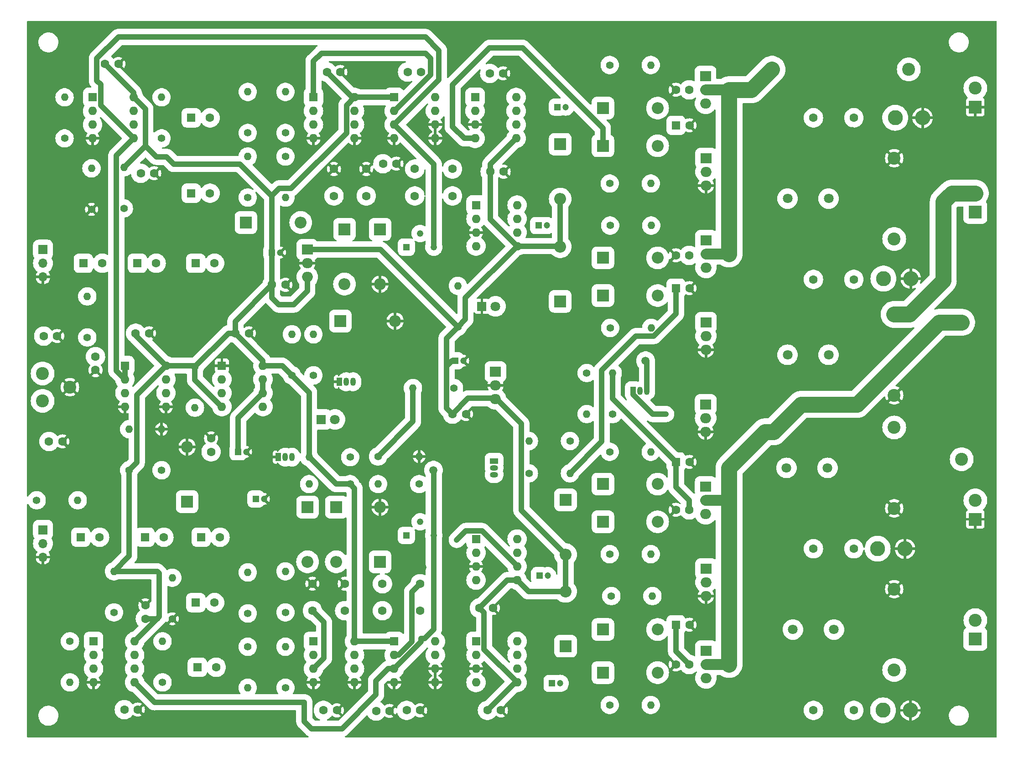
<source format=gbr>
%TF.GenerationSoftware,KiCad,Pcbnew,7.0.8*%
%TF.CreationDate,2024-02-09T15:44:37-05:00*%
%TF.ProjectId,classd-amp,636c6173-7364-42d6-916d-702e6b696361,rev?*%
%TF.SameCoordinates,Original*%
%TF.FileFunction,Copper,L2,Bot*%
%TF.FilePolarity,Positive*%
%FSLAX46Y46*%
G04 Gerber Fmt 4.6, Leading zero omitted, Abs format (unit mm)*
G04 Created by KiCad (PCBNEW 7.0.8) date 2024-02-09 15:44:37*
%MOMM*%
%LPD*%
G01*
G04 APERTURE LIST*
%TA.AperFunction,ComponentPad*%
%ADD10R,2.200000X2.200000*%
%TD*%
%TA.AperFunction,ComponentPad*%
%ADD11O,2.200000X2.200000*%
%TD*%
%TA.AperFunction,ComponentPad*%
%ADD12R,1.050000X1.500000*%
%TD*%
%TA.AperFunction,ComponentPad*%
%ADD13O,1.050000X1.500000*%
%TD*%
%TA.AperFunction,ComponentPad*%
%ADD14C,1.400000*%
%TD*%
%TA.AperFunction,ComponentPad*%
%ADD15O,1.400000X1.400000*%
%TD*%
%TA.AperFunction,ComponentPad*%
%ADD16C,1.600000*%
%TD*%
%TA.AperFunction,ComponentPad*%
%ADD17R,1.600000X1.600000*%
%TD*%
%TA.AperFunction,ComponentPad*%
%ADD18O,1.600000X1.600000*%
%TD*%
%TA.AperFunction,ComponentPad*%
%ADD19R,2.000000X1.905000*%
%TD*%
%TA.AperFunction,ComponentPad*%
%ADD20O,2.000000X1.905000*%
%TD*%
%TA.AperFunction,ComponentPad*%
%ADD21C,2.400000*%
%TD*%
%TA.AperFunction,ComponentPad*%
%ADD22O,2.400000X2.400000*%
%TD*%
%TA.AperFunction,ComponentPad*%
%ADD23R,1.222000X1.222000*%
%TD*%
%TA.AperFunction,ComponentPad*%
%ADD24C,1.222000*%
%TD*%
%TA.AperFunction,ComponentPad*%
%ADD25R,2.400000X2.400000*%
%TD*%
%TA.AperFunction,ComponentPad*%
%ADD26C,1.800000*%
%TD*%
%TA.AperFunction,ComponentPad*%
%ADD27C,2.800000*%
%TD*%
%TA.AperFunction,ComponentPad*%
%ADD28O,2.800000X2.800000*%
%TD*%
%TA.AperFunction,ComponentPad*%
%ADD29R,1.200000X1.200000*%
%TD*%
%TA.AperFunction,ComponentPad*%
%ADD30C,1.200000*%
%TD*%
%TA.AperFunction,ComponentPad*%
%ADD31R,1.800000X1.800000*%
%TD*%
%TA.AperFunction,ComponentPad*%
%ADD32R,1.700000X1.700000*%
%TD*%
%TA.AperFunction,ComponentPad*%
%ADD33O,1.700000X1.700000*%
%TD*%
%TA.AperFunction,ComponentPad*%
%ADD34R,1.500000X1.050000*%
%TD*%
%TA.AperFunction,ComponentPad*%
%ADD35O,1.500000X1.050000*%
%TD*%
%TA.AperFunction,ViaPad*%
%ADD36C,1.500000*%
%TD*%
%TA.AperFunction,ViaPad*%
%ADD37C,0.800000*%
%TD*%
%TA.AperFunction,Conductor*%
%ADD38C,1.000000*%
%TD*%
%TA.AperFunction,Conductor*%
%ADD39C,2.000000*%
%TD*%
%TA.AperFunction,Conductor*%
%ADD40C,3.000000*%
%TD*%
G04 APERTURE END LIST*
D10*
%TO.P,D23,1,K*%
%TO.N,+5V*%
X107442000Y-128270000D03*
D11*
%TO.P,D23,2,A*%
%TO.N,Net-(D23-A)*%
X107442000Y-138430000D03*
%TD*%
D10*
%TO.P,D20,1,K*%
%TO.N,Net-(D19-A)*%
X79756000Y-127254000D03*
D11*
%TO.P,D20,2,A*%
%TO.N,GND*%
X79756000Y-117094000D03*
%TD*%
D10*
%TO.P,D19,1,K*%
%TO.N,+5V*%
X102108000Y-128270000D03*
D11*
%TO.P,D19,2,A*%
%TO.N,Net-(D19-A)*%
X102108000Y-138430000D03*
%TD*%
%TO.P,D24,2,A*%
%TO.N,GND*%
X115570000Y-128270000D03*
D10*
%TO.P,D24,1,K*%
%TO.N,Net-(D23-A)*%
X115570000Y-138430000D03*
%TD*%
%TO.P,D18,1,K*%
%TO.N,Net-(D17-A)*%
X115570000Y-76708000D03*
D11*
%TO.P,D18,2,A*%
%TO.N,GND*%
X115570000Y-86868000D03*
%TD*%
D10*
%TO.P,D17,1,K*%
%TO.N,+5V*%
X108966000Y-76708000D03*
D11*
%TO.P,D17,2,A*%
%TO.N,Net-(D17-A)*%
X108966000Y-86868000D03*
%TD*%
D10*
%TO.P,D16,1,K*%
%TO.N,Net-(D15-A)*%
X108204000Y-93726000D03*
D11*
%TO.P,D16,2,A*%
%TO.N,GND*%
X118364000Y-93726000D03*
%TD*%
D10*
%TO.P,D15,1,K*%
%TO.N,+5V*%
X90678000Y-75438000D03*
D11*
%TO.P,D15,2,A*%
%TO.N,Net-(D15-A)*%
X100838000Y-75438000D03*
%TD*%
D12*
%TO.P,Q7,1,E*%
%TO.N,GND*%
X108000000Y-105000000D03*
D13*
%TO.P,Q7,2,B*%
%TO.N,Net-(Q7-B)*%
X109270000Y-105000000D03*
%TO.P,Q7,3,C*%
%TO.N,~{SHUTDOWN}*%
X110540000Y-105000000D03*
%TD*%
D14*
%TO.P,R43,1*%
%TO.N,Net-(Q6-B)*%
X115190000Y-118872000D03*
D15*
%TO.P,R43,2*%
%TO.N,GND*%
X122810000Y-118872000D03*
%TD*%
D16*
%TO.P,C61,1*%
%TO.N,BIAS*%
X116098000Y-64516000D03*
%TO.P,C61,2*%
%TO.N,GND*%
X118598000Y-64516000D03*
%TD*%
D14*
%TO.P,R36,1*%
%TO.N,Net-(D12-K)*%
X158190000Y-137000000D03*
D15*
%TO.P,R36,2*%
%TO.N,Net-(D12-A)*%
X165810000Y-137000000D03*
%TD*%
D14*
%TO.P,R32,1*%
%TO.N,Net-(D23-A)*%
X98000000Y-147810000D03*
D15*
%TO.P,R32,2*%
%TO.N,Net-(Q8-S)*%
X98000000Y-140190000D03*
%TD*%
D17*
%TO.P,U1,1*%
%TO.N,Net-(U1A--)*%
X62200000Y-52200000D03*
D18*
%TO.P,U1,2,-*%
X62200000Y-54740000D03*
%TO.P,U1,3,+*%
%TO.N,Net-(U1A-+)*%
X62200000Y-57280000D03*
%TO.P,U1,4,V-*%
%TO.N,GND*%
X62200000Y-59820000D03*
%TO.P,U1,5,+*%
%TO.N,BIAS*%
X69820000Y-59820000D03*
%TO.P,U1,6,-*%
%TO.N,Net-(U1B--)*%
X69820000Y-57280000D03*
%TO.P,U1,7*%
%TO.N,Net-(C5-Pad1)*%
X69820000Y-54740000D03*
%TO.P,U1,8,V+*%
%TO.N,+5V*%
X69820000Y-52200000D03*
%TD*%
D12*
%TO.P,Q12,1,E*%
%TO.N,RPWR+*%
X162560000Y-106680000D03*
D13*
%TO.P,Q12,2,B*%
%TO.N,Net-(Q12-B)*%
X163830000Y-106680000D03*
%TO.P,Q12,3,C*%
%TO.N,Net-(Q12-C)*%
X165100000Y-106680000D03*
%TD*%
D19*
%TO.P,Q8,1,G*%
%TO.N,Net-(D10-A)*%
X176055000Y-154940000D03*
D20*
%TO.P,Q8,2,D*%
%TO.N,RDRIVE+*%
X176055000Y-157480000D03*
%TO.P,Q8,3,S*%
%TO.N,Net-(Q8-S)*%
X176055000Y-160020000D03*
%TD*%
D17*
%TO.P,C2,1*%
%TO.N,Net-(C2-Pad1)*%
X70500000Y-83000000D03*
D16*
%TO.P,C2,2*%
%TO.N,Net-(C2-Pad2)*%
X74000000Y-83000000D03*
%TD*%
D21*
%TO.P,R17,1*%
%TO.N,LPWR+*%
X213700000Y-47000000D03*
D22*
%TO.P,R17,2*%
%TO.N,LDRIVE+*%
X188300000Y-47000000D03*
%TD*%
D23*
%TO.P,RV2,1,1*%
%TO.N,unconnected-(RV2-Pad1)*%
X120460000Y-80000000D03*
D24*
%TO.P,RV2,2,2*%
%TO.N,Net-(C10-Pad2)*%
X123000000Y-77460000D03*
%TO.P,RV2,3,3*%
%TO.N,BIAS*%
X125540000Y-80000000D03*
%TD*%
D14*
%TO.P,R21,1*%
%TO.N,Net-(D7-A)*%
X110010000Y-119000000D03*
D15*
%TO.P,R21,2*%
%TO.N,+5V*%
X102390000Y-119000000D03*
%TD*%
D16*
%TO.P,C18,1*%
%TO.N,RIN*%
X54102000Y-116078000D03*
%TO.P,C18,2*%
%TO.N,GND*%
X56602000Y-116078000D03*
%TD*%
D17*
%TO.P,U5,1,IN*%
%TO.N,Net-(U4-Q)*%
X133200000Y-52200000D03*
D18*
%TO.P,U5,2,~{SD}*%
%TO.N,~{SHUTDOWN}*%
X133200000Y-54740000D03*
%TO.P,U5,3,COM*%
%TO.N,GND*%
X133200000Y-57280000D03*
%TO.P,U5,4,LO*%
%TO.N,Net-(D4-K)*%
X133200000Y-59820000D03*
%TO.P,U5,5,VCC*%
%TO.N,+12V*%
X140820000Y-59820000D03*
%TO.P,U5,6,VS*%
%TO.N,Net-(Q1-S)*%
X140820000Y-57280000D03*
%TO.P,U5,7,HO*%
%TO.N,Net-(D3-K)*%
X140820000Y-54740000D03*
%TO.P,U5,8,VB*%
%TO.N,Net-(D1-K)*%
X140820000Y-52200000D03*
%TD*%
D10*
%TO.P,D8,1,K*%
%TO.N,Net-(D8-K)*%
X150000000Y-154080000D03*
D11*
%TO.P,D8,2,A*%
%TO.N,+12V*%
X150000000Y-143920000D03*
%TD*%
D14*
%TO.P,R44,1*%
%TO.N,RPWR+*%
X153924000Y-103378000D03*
D15*
%TO.P,R44,2*%
%TO.N,Net-(Q12-B)*%
X153924000Y-110998000D03*
%TD*%
D14*
%TO.P,R27,1*%
%TO.N,GND*%
X77000000Y-149000000D03*
D15*
%TO.P,R27,2*%
%TO.N,Net-(U10A-+)*%
X77000000Y-141380000D03*
%TD*%
D25*
%TO.P,J3,1,Pin_1*%
%TO.N,/Left Channel/LOUT+*%
X226060000Y-73500000D03*
D21*
%TO.P,J3,2,Pin_2*%
%TO.N,/Left Channel/LOUT-*%
X226060000Y-70000000D03*
%TD*%
D19*
%TO.P,Q10,1,G*%
%TO.N,Net-(D12-A)*%
X176000000Y-124460000D03*
D20*
%TO.P,Q10,2,D*%
%TO.N,RDRIVE+*%
X176000000Y-127000000D03*
%TO.P,Q10,3,S*%
%TO.N,Net-(Q10-S)*%
X176000000Y-129540000D03*
%TD*%
D19*
%TO.P,U7,1,VI*%
%TO.N,LPWR+*%
X136977000Y-103124000D03*
D20*
%TO.P,U7,2,GND*%
%TO.N,GND*%
X136977000Y-105664000D03*
%TO.P,U7,3,VO*%
%TO.N,+12V*%
X136977000Y-108204000D03*
%TD*%
D19*
%TO.P,Q2,1,G*%
%TO.N,Net-(D4-A)*%
X176055000Y-63500000D03*
D20*
%TO.P,Q2,2,D*%
%TO.N,Net-(Q1-S)*%
X176055000Y-66040000D03*
%TO.P,Q2,3,S*%
%TO.N,GND*%
X176055000Y-68580000D03*
%TD*%
D17*
%TO.P,C20,1*%
%TO.N,Net-(U10A-+)*%
X82352000Y-133858000D03*
D16*
%TO.P,C20,2*%
%TO.N,Net-(C19-Pad2)*%
X85852000Y-133858000D03*
%TD*%
D14*
%TO.P,R1,1*%
%TO.N,Net-(U1A-+)*%
X68000000Y-72810000D03*
D15*
%TO.P,R1,2*%
%TO.N,+5V*%
X68000000Y-65190000D03*
%TD*%
D16*
%TO.P,C38,1*%
%TO.N,Net-(C37-Pad2)*%
X123000000Y-147500000D03*
%TO.P,C38,2*%
%TO.N,Net-(U12-+)*%
X123000000Y-142500000D03*
%TD*%
D14*
%TO.P,R18,1*%
%TO.N,Net-(Q7-B)*%
X103200000Y-103810000D03*
D15*
%TO.P,R18,2*%
%TO.N,Net-(U3-Q)*%
X103200000Y-96190000D03*
%TD*%
D16*
%TO.P,C41,1*%
%TO.N,+12V*%
X134000000Y-147000000D03*
%TO.P,C41,2*%
%TO.N,GND*%
X136500000Y-147000000D03*
%TD*%
D26*
%TO.P,L3,1,1*%
%TO.N,Net-(Q10-S)*%
X191000000Y-121000000D03*
%TO.P,L3,2,2*%
%TO.N,/Right Channel/ROUT-*%
X198620000Y-121000000D03*
%TD*%
D16*
%TO.P,C17,1*%
%TO.N,+5V*%
X88700000Y-96000000D03*
%TO.P,C17,2*%
%TO.N,GND*%
X91200000Y-96000000D03*
%TD*%
D14*
%TO.P,R4,1*%
%TO.N,Net-(U1B--)*%
X75000000Y-59810000D03*
D15*
%TO.P,R4,2*%
%TO.N,Net-(C5-Pad1)*%
X75000000Y-52190000D03*
%TD*%
D17*
%TO.P,C19,1*%
%TO.N,Net-(C19-Pad1)*%
X71938000Y-133858000D03*
D16*
%TO.P,C19,2*%
%TO.N,Net-(C19-Pad2)*%
X75438000Y-133858000D03*
%TD*%
D27*
%TO.P,R39,1*%
%TO.N,Net-(C47-Pad2)*%
X207920000Y-136000000D03*
D28*
%TO.P,R39,2*%
%TO.N,GND*%
X213000000Y-136000000D03*
%TD*%
D16*
%TO.P,C32,1*%
%TO.N,+5V*%
X70200000Y-96000000D03*
%TO.P,C32,2*%
%TO.N,GND*%
X72700000Y-96000000D03*
%TD*%
%TO.P,C46,1*%
%TO.N,/Right Channel/ROUT+*%
X196000000Y-166000000D03*
%TO.P,C46,2*%
%TO.N,Net-(C46-Pad2)*%
X203500000Y-166000000D03*
%TD*%
D29*
%TO.P,C31,1*%
%TO.N,Net-(U3-DIS)*%
X89200000Y-118000000D03*
D30*
%TO.P,C31,2*%
%TO.N,GND*%
X90700000Y-118000000D03*
%TD*%
D14*
%TO.P,R9,1*%
%TO.N,Net-(D3-K)*%
X158190000Y-46200000D03*
D15*
%TO.P,R9,2*%
%TO.N,Net-(D3-A)*%
X165810000Y-46200000D03*
%TD*%
D14*
%TO.P,R33,1*%
%TO.N,Net-(D19-A)*%
X98000000Y-161810000D03*
D15*
%TO.P,R33,2*%
%TO.N,Net-(Q10-S)*%
X98000000Y-154190000D03*
%TD*%
D14*
%TO.P,R30,1*%
%TO.N,Net-(C33-Pad2)*%
X91000000Y-148000000D03*
D15*
%TO.P,R30,2*%
%TO.N,Net-(D23-A)*%
X91000000Y-140380000D03*
%TD*%
D14*
%TO.P,R37,1*%
%TO.N,Net-(D13-K)*%
X158190000Y-118000000D03*
D15*
%TO.P,R37,2*%
%TO.N,Net-(D13-A)*%
X165810000Y-118000000D03*
%TD*%
D10*
%TO.P,D1,1,K*%
%TO.N,Net-(D1-K)*%
X149000000Y-60920000D03*
D11*
%TO.P,D1,2,A*%
%TO.N,+12V*%
X149000000Y-71080000D03*
%TD*%
D16*
%TO.P,C23,1*%
%TO.N,/Left Channel/LOUT+*%
X196000000Y-56000000D03*
%TO.P,C23,2*%
%TO.N,Net-(C23-Pad2)*%
X203500000Y-56000000D03*
%TD*%
%TO.P,C36,1*%
%TO.N,Net-(D19-A)*%
X103000000Y-147500000D03*
%TO.P,C36,2*%
%TO.N,GND*%
X103000000Y-142500000D03*
%TD*%
%TO.P,C25,1*%
%TO.N,+12V*%
X129000000Y-111000000D03*
%TO.P,C25,2*%
%TO.N,GND*%
X131500000Y-111000000D03*
%TD*%
D17*
%TO.P,C50,1*%
%TO.N,LDRIVE+*%
X170498888Y-57404000D03*
D16*
%TO.P,C50,2*%
%TO.N,GND*%
X172998888Y-57404000D03*
%TD*%
D21*
%TO.P,C44,1*%
%TO.N,/Right Channel/ROUT-*%
X211000000Y-113500000D03*
%TO.P,C44,2*%
%TO.N,GND*%
X211000000Y-128500000D03*
%TD*%
D16*
%TO.P,C13,1*%
%TO.N,+12V*%
X135910000Y-47752000D03*
%TO.P,C13,2*%
%TO.N,GND*%
X138410000Y-47752000D03*
%TD*%
D29*
%TO.P,C16,1*%
%TO.N,Net-(D2-K)*%
X145000000Y-76000000D03*
D30*
%TO.P,C16,2*%
%TO.N,Net-(Q3-S)*%
X146500000Y-76000000D03*
%TD*%
D16*
%TO.P,C7,1*%
%TO.N,+5V*%
X105684000Y-47498000D03*
%TO.P,C7,2*%
%TO.N,GND*%
X108184000Y-47498000D03*
%TD*%
D10*
%TO.P,D6,1,K*%
%TO.N,Net-(D6-K)*%
X156920000Y-89000000D03*
D11*
%TO.P,D6,2,A*%
%TO.N,Net-(D6-A)*%
X167080000Y-89000000D03*
%TD*%
D23*
%TO.P,RV4,1,1*%
%TO.N,unconnected-(RV4-Pad1)*%
X120460000Y-133540000D03*
D24*
%TO.P,RV4,2,2*%
%TO.N,Net-(C37-Pad2)*%
X123000000Y-131000000D03*
%TO.P,RV4,3,3*%
%TO.N,BIAS*%
X125540000Y-133540000D03*
%TD*%
D14*
%TO.P,R11,1*%
%TO.N,Net-(D5-K)*%
X158270000Y-76000000D03*
D15*
%TO.P,R11,2*%
%TO.N,Net-(D5-A)*%
X165890000Y-76000000D03*
%TD*%
D16*
%TO.P,C53,1*%
%TO.N,LDRIVE+*%
X172954000Y-81534000D03*
%TO.P,C53,2*%
%TO.N,GND*%
X170454000Y-81534000D03*
%TD*%
D17*
%TO.P,C6,1*%
%TO.N,Net-(U1A--)*%
X80500000Y-70000000D03*
D16*
%TO.P,C6,2*%
%TO.N,Net-(C6-Pad2)*%
X84000000Y-70000000D03*
%TD*%
D14*
%TO.P,R45,1*%
%TO.N,Net-(Q12-B)*%
X158750000Y-110998000D03*
D15*
%TO.P,R45,2*%
%TO.N,RDRIVE+*%
X158750000Y-103378000D03*
%TD*%
D10*
%TO.P,D12,1,K*%
%TO.N,Net-(D12-K)*%
X156920000Y-131000000D03*
D11*
%TO.P,D12,2,A*%
%TO.N,Net-(D12-A)*%
X167080000Y-131000000D03*
%TD*%
D16*
%TO.P,C58,1*%
%TO.N,Net-(C2-Pad2)*%
X53126000Y-96520000D03*
%TO.P,C58,2*%
%TO.N,GND*%
X55626000Y-96520000D03*
%TD*%
%TO.P,C51,1*%
%TO.N,LDRIVE+*%
X172954000Y-50800000D03*
%TO.P,C51,2*%
%TO.N,GND*%
X170454000Y-50800000D03*
%TD*%
%TO.P,C62,1*%
%TO.N,BIAS*%
X71140000Y-66294000D03*
%TO.P,C62,2*%
%TO.N,GND*%
X73640000Y-66294000D03*
%TD*%
D19*
%TO.P,Q1,1,G*%
%TO.N,Net-(D3-A)*%
X175975000Y-48260000D03*
D20*
%TO.P,Q1,2,D*%
%TO.N,LDRIVE+*%
X175975000Y-50800000D03*
%TO.P,Q1,3,S*%
%TO.N,Net-(Q1-S)*%
X175975000Y-53340000D03*
%TD*%
D14*
%TO.P,R20,1*%
%TO.N,Net-(Q5-B)*%
X143190000Y-122000000D03*
D15*
%TO.P,R20,2*%
%TO.N,LDRIVE+*%
X150810000Y-122000000D03*
%TD*%
D16*
%TO.P,C12,1*%
%TO.N,+5V*%
X120670000Y-47498000D03*
%TO.P,C12,2*%
%TO.N,GND*%
X123170000Y-47498000D03*
%TD*%
D10*
%TO.P,D5,1,K*%
%TO.N,Net-(D5-K)*%
X156920000Y-82000000D03*
D11*
%TO.P,D5,2,A*%
%TO.N,Net-(D5-A)*%
X167080000Y-82000000D03*
%TD*%
D14*
%TO.P,R35,1*%
%TO.N,Net-(D11-K)*%
X158496000Y-144780000D03*
D15*
%TO.P,R35,2*%
%TO.N,Net-(D11-A)*%
X166116000Y-144780000D03*
%TD*%
D26*
%TO.P,L2,1,1*%
%TO.N,Net-(Q1-S)*%
X191190000Y-71000000D03*
%TO.P,L2,2,2*%
%TO.N,/Left Channel/LOUT+*%
X198810000Y-71000000D03*
%TD*%
D29*
%TO.P,C28,1*%
%TO.N,+5V*%
X95500000Y-81000000D03*
D30*
%TO.P,C28,2*%
%TO.N,GND*%
X97000000Y-81000000D03*
%TD*%
D14*
%TO.P,R23,1*%
%TO.N,Net-(Q5-C)*%
X122810000Y-124000000D03*
D15*
%TO.P,R23,2*%
%TO.N,Net-(Q6-B)*%
X115190000Y-124000000D03*
%TD*%
D17*
%TO.P,C5,1*%
%TO.N,Net-(C5-Pad1)*%
X80500000Y-56000000D03*
D16*
%TO.P,C5,2*%
%TO.N,Net-(C5-Pad2)*%
X84000000Y-56000000D03*
%TD*%
D17*
%TO.P,U14,1,IN*%
%TO.N,Net-(U12-~{Q})*%
X133380000Y-134200000D03*
D18*
%TO.P,U14,2,~{SD}*%
%TO.N,~{SHUTDOWN}*%
X133380000Y-136740000D03*
%TO.P,U14,3,COM*%
%TO.N,GND*%
X133380000Y-139280000D03*
%TO.P,U14,4,LO*%
%TO.N,Net-(D13-K)*%
X133380000Y-141820000D03*
%TO.P,U14,5,VCC*%
%TO.N,+12V*%
X141000000Y-141820000D03*
%TO.P,U14,6,VS*%
%TO.N,Net-(Q10-S)*%
X141000000Y-139280000D03*
%TO.P,U14,7,HO*%
%TO.N,Net-(D12-K)*%
X141000000Y-136740000D03*
%TO.P,U14,8,VB*%
%TO.N,Net-(D9-K)*%
X141000000Y-134200000D03*
%TD*%
D16*
%TO.P,C10,1*%
%TO.N,Net-(D17-A)*%
X122000000Y-70500000D03*
%TO.P,C10,2*%
%TO.N,Net-(C10-Pad2)*%
X122000000Y-65500000D03*
%TD*%
D17*
%TO.P,U13,1,IN*%
%TO.N,Net-(U12-Q)*%
X133380000Y-153200000D03*
D18*
%TO.P,U13,2,~{SD}*%
%TO.N,~{SHUTDOWN}*%
X133380000Y-155740000D03*
%TO.P,U13,3,COM*%
%TO.N,GND*%
X133380000Y-158280000D03*
%TO.P,U13,4,LO*%
%TO.N,Net-(D11-K)*%
X133380000Y-160820000D03*
%TO.P,U13,5,VCC*%
%TO.N,+12V*%
X141000000Y-160820000D03*
%TO.P,U13,6,VS*%
%TO.N,Net-(Q8-S)*%
X141000000Y-158280000D03*
%TO.P,U13,7,HO*%
%TO.N,Net-(D10-K)*%
X141000000Y-155740000D03*
%TO.P,U13,8,VB*%
%TO.N,Net-(D8-K)*%
X141000000Y-153200000D03*
%TD*%
D16*
%TO.P,C37,1*%
%TO.N,Net-(D23-A)*%
X116000000Y-147500000D03*
%TO.P,C37,2*%
%TO.N,Net-(C37-Pad2)*%
X116000000Y-142500000D03*
%TD*%
%TO.P,C8,1*%
%TO.N,Net-(D17-A)*%
X113000000Y-70500000D03*
%TO.P,C8,2*%
%TO.N,GND*%
X113000000Y-65500000D03*
%TD*%
D29*
%TO.P,C15,1*%
%TO.N,Net-(D1-K)*%
X148500000Y-54000000D03*
D30*
%TO.P,C15,2*%
%TO.N,Net-(Q1-S)*%
X150000000Y-54000000D03*
%TD*%
D17*
%TO.P,U3,1,GND*%
%TO.N,GND*%
X86200000Y-102000000D03*
D18*
%TO.P,U3,2,TR*%
%TO.N,Net-(Q6-C)*%
X86200000Y-104540000D03*
%TO.P,U3,3,Q*%
%TO.N,Net-(U3-Q)*%
X86200000Y-107080000D03*
%TO.P,U3,4,R*%
%TO.N,+5V*%
X86200000Y-109620000D03*
%TO.P,U3,5,CV*%
%TO.N,Net-(U3-CV)*%
X93820000Y-109620000D03*
%TO.P,U3,6,THR*%
%TO.N,Net-(U3-DIS)*%
X93820000Y-107080000D03*
%TO.P,U3,7,DIS*%
X93820000Y-104540000D03*
%TO.P,U3,8,VCC*%
%TO.N,+5V*%
X93820000Y-102000000D03*
%TD*%
D19*
%TO.P,Q9,1,G*%
%TO.N,Net-(D11-A)*%
X176055000Y-139700000D03*
D20*
%TO.P,Q9,2,D*%
%TO.N,Net-(Q8-S)*%
X176055000Y-142240000D03*
%TO.P,Q9,3,S*%
%TO.N,GND*%
X176055000Y-144780000D03*
%TD*%
D16*
%TO.P,C39,1*%
%TO.N,+5V*%
X120500000Y-166000000D03*
%TO.P,C39,2*%
%TO.N,GND*%
X123000000Y-166000000D03*
%TD*%
%TO.P,C60,1*%
%TO.N,Net-(C1-Pad1)*%
X62738000Y-100330000D03*
%TO.P,C60,2*%
%TO.N,GND*%
X62738000Y-102830000D03*
%TD*%
D14*
%TO.P,R10,1*%
%TO.N,Net-(D4-K)*%
X158190000Y-68200000D03*
D15*
%TO.P,R10,2*%
%TO.N,Net-(D4-A)*%
X165810000Y-68200000D03*
%TD*%
D14*
%TO.P,R15,1*%
%TO.N,+5V*%
X69000000Y-121420000D03*
D15*
%TO.P,R15,2*%
%TO.N,Net-(U9A-+)*%
X69000000Y-113800000D03*
%TD*%
D21*
%TO.P,J2,1,IN1*%
%TO.N,RIN*%
X52920000Y-108540000D03*
%TO.P,J2,2,IN2*%
%TO.N,LIN*%
X52920000Y-103460000D03*
%TO.P,J2,3,EXT*%
%TO.N,GND*%
X58000000Y-106000000D03*
%TD*%
D14*
%TO.P,R34,1*%
%TO.N,Net-(D10-K)*%
X158190000Y-165000000D03*
D15*
%TO.P,R34,2*%
%TO.N,Net-(D10-A)*%
X165810000Y-165000000D03*
%TD*%
D29*
%TO.P,C43,1*%
%TO.N,Net-(D9-K)*%
X145180000Y-141000000D03*
D30*
%TO.P,C43,2*%
%TO.N,Net-(Q10-S)*%
X146680000Y-141000000D03*
%TD*%
D14*
%TO.P,R25,1*%
%TO.N,+5V*%
X99200000Y-103810000D03*
D15*
%TO.P,R25,2*%
%TO.N,Net-(U3-DIS)*%
X99200000Y-96190000D03*
%TD*%
D21*
%TO.P,R47,1*%
%TO.N,RPWR+*%
X223520000Y-119380000D03*
D22*
%TO.P,R47,2*%
%TO.N,RDRIVE+*%
X223520000Y-93980000D03*
%TD*%
D14*
%TO.P,R41,1*%
%TO.N,Net-(C1-Pad1)*%
X61214000Y-96774000D03*
D15*
%TO.P,R41,2*%
%TO.N,LIN*%
X61214000Y-89154000D03*
%TD*%
D17*
%TO.P,U12,1,V+*%
%TO.N,+5V*%
X118200000Y-153200000D03*
D18*
%TO.P,U12,2,+*%
%TO.N,Net-(U12-+)*%
X118200000Y-155740000D03*
%TO.P,U12,3,-*%
%TO.N,BIAS*%
X118200000Y-158280000D03*
%TO.P,U12,4,V-*%
%TO.N,GND*%
X118200000Y-160820000D03*
%TO.P,U12,5,LATCH*%
X125820000Y-160820000D03*
%TO.P,U12,6,GND*%
X125820000Y-158280000D03*
%TO.P,U12,7,Q*%
%TO.N,Net-(U12-Q)*%
X125820000Y-155740000D03*
%TO.P,U12,8,~{Q}*%
%TO.N,Net-(U12-~{Q})*%
X125820000Y-153200000D03*
%TD*%
D29*
%TO.P,C26,1*%
%TO.N,+12V*%
X129500000Y-101092000D03*
D30*
%TO.P,C26,2*%
%TO.N,GND*%
X131000000Y-101092000D03*
%TD*%
D17*
%TO.P,U4,1,V+*%
%TO.N,+5V*%
X118200000Y-52200000D03*
D18*
%TO.P,U4,2,+*%
%TO.N,Net-(U4-+)*%
X118200000Y-54740000D03*
%TO.P,U4,3,-*%
%TO.N,BIAS*%
X118200000Y-57280000D03*
%TO.P,U4,4,V-*%
%TO.N,GND*%
X118200000Y-59820000D03*
%TO.P,U4,5,LATCH*%
X125820000Y-59820000D03*
%TO.P,U4,6,GND*%
X125820000Y-57280000D03*
%TO.P,U4,7,Q*%
%TO.N,Net-(U4-Q)*%
X125820000Y-54740000D03*
%TO.P,U4,8,~{Q}*%
%TO.N,Net-(U4-~{Q})*%
X125820000Y-52200000D03*
%TD*%
D21*
%TO.P,C21,1*%
%TO.N,/Left Channel/LOUT-*%
X211000000Y-92500000D03*
%TO.P,C21,2*%
%TO.N,GND*%
X211000000Y-107500000D03*
%TD*%
D16*
%TO.P,C63,1*%
%TO.N,BIAS*%
X68092000Y-165862000D03*
%TO.P,C63,2*%
%TO.N,GND*%
X70592000Y-165862000D03*
%TD*%
%TO.P,C64,1*%
%TO.N,BIAS*%
X114828000Y-166116000D03*
%TO.P,C64,2*%
%TO.N,GND*%
X117328000Y-166116000D03*
%TD*%
D10*
%TO.P,D2,1,K*%
%TO.N,Net-(D2-K)*%
X149000000Y-90080000D03*
D11*
%TO.P,D2,2,A*%
%TO.N,+12V*%
X149000000Y-79920000D03*
%TD*%
D26*
%TO.P,L1,1,1*%
%TO.N,Net-(Q3-S)*%
X191190000Y-100000000D03*
%TO.P,L1,2,2*%
%TO.N,/Left Channel/LOUT-*%
X198810000Y-100000000D03*
%TD*%
D16*
%TO.P,C30,1*%
%TO.N,Net-(U3-CV)*%
X84200000Y-118000000D03*
%TO.P,C30,2*%
%TO.N,GND*%
X84200000Y-115500000D03*
%TD*%
D31*
%TO.P,D14,1,K*%
%TO.N,GND*%
X134460000Y-91000000D03*
D26*
%TO.P,D14,2,A*%
%TO.N,Net-(D14-A)*%
X137000000Y-91000000D03*
%TD*%
D19*
%TO.P,Q11,1,G*%
%TO.N,Net-(D13-A)*%
X176000000Y-109220000D03*
D20*
%TO.P,Q11,2,D*%
%TO.N,Net-(Q10-S)*%
X176000000Y-111760000D03*
%TO.P,Q11,3,S*%
%TO.N,GND*%
X176000000Y-114300000D03*
%TD*%
D16*
%TO.P,C14,1*%
%TO.N,+12V*%
X136000000Y-66000000D03*
%TO.P,C14,2*%
%TO.N,GND*%
X138500000Y-66000000D03*
%TD*%
%TO.P,C27,1*%
%TO.N,+5V*%
X95500000Y-87000000D03*
%TO.P,C27,2*%
%TO.N,GND*%
X98000000Y-87000000D03*
%TD*%
D17*
%TO.P,C33,1*%
%TO.N,Net-(C33-Pad1)*%
X81347349Y-146000000D03*
D16*
%TO.P,C33,2*%
%TO.N,Net-(C33-Pad2)*%
X84847349Y-146000000D03*
%TD*%
%TO.P,C55,1*%
%TO.N,RDRIVE+*%
X172954000Y-157480000D03*
%TO.P,C55,2*%
%TO.N,GND*%
X170454000Y-157480000D03*
%TD*%
D17*
%TO.P,C52,1*%
%TO.N,LDRIVE+*%
X170498888Y-87630000D03*
D16*
%TO.P,C52,2*%
%TO.N,GND*%
X172998888Y-87630000D03*
%TD*%
D14*
%TO.P,R2,1*%
%TO.N,GND*%
X62000000Y-73000000D03*
D15*
%TO.P,R2,2*%
%TO.N,Net-(U1A-+)*%
X62000000Y-65380000D03*
%TD*%
D14*
%TO.P,R5,1*%
%TO.N,Net-(C5-Pad2)*%
X91000000Y-58810000D03*
D15*
%TO.P,R5,2*%
%TO.N,Net-(D17-A)*%
X91000000Y-51190000D03*
%TD*%
D29*
%TO.P,C42,1*%
%TO.N,Net-(D8-K)*%
X147500000Y-161000000D03*
D30*
%TO.P,C42,2*%
%TO.N,Net-(Q8-S)*%
X149000000Y-161000000D03*
%TD*%
D17*
%TO.P,C4,1*%
%TO.N,Net-(U1A-+)*%
X81347349Y-83000000D03*
D16*
%TO.P,C4,2*%
%TO.N,Net-(C2-Pad2)*%
X84847349Y-83000000D03*
%TD*%
D14*
%TO.P,R46,1*%
%TO.N,Net-(Q12-C)*%
X129286000Y-106172000D03*
D15*
%TO.P,R46,2*%
%TO.N,Net-(Q6-B)*%
X121666000Y-106172000D03*
%TD*%
D10*
%TO.P,D10,1,K*%
%TO.N,Net-(D10-K)*%
X156920000Y-159000000D03*
D11*
%TO.P,D10,2,A*%
%TO.N,Net-(D10-A)*%
X167080000Y-159000000D03*
%TD*%
D16*
%TO.P,C35,1*%
%TO.N,Net-(D23-A)*%
X109000000Y-147500000D03*
%TO.P,C35,2*%
%TO.N,GND*%
X109000000Y-142500000D03*
%TD*%
D32*
%TO.P,RV3,1,1*%
%TO.N,Net-(C59-Pad2)*%
X53000000Y-132475000D03*
D33*
%TO.P,RV3,2,2*%
%TO.N,Net-(C19-Pad2)*%
X53000000Y-135015000D03*
%TO.P,RV3,3,3*%
%TO.N,GND*%
X53000000Y-137555000D03*
%TD*%
D25*
%TO.P,J1,1,Pin_1*%
%TO.N,GND*%
X226060000Y-54000000D03*
D21*
%TO.P,J1,2,Pin_2*%
%TO.N,LPWR+*%
X226060000Y-50500000D03*
%TD*%
%TO.P,C45,1*%
%TO.N,/Right Channel/ROUT+*%
X211000000Y-158500000D03*
%TO.P,C45,2*%
%TO.N,GND*%
X211000000Y-143500000D03*
%TD*%
D10*
%TO.P,D11,1,K*%
%TO.N,Net-(D11-K)*%
X156920000Y-151000000D03*
D11*
%TO.P,D11,2,A*%
%TO.N,Net-(D11-A)*%
X167080000Y-151000000D03*
%TD*%
D10*
%TO.P,D9,1,K*%
%TO.N,Net-(D9-K)*%
X150000000Y-126920000D03*
D11*
%TO.P,D9,2,A*%
%TO.N,+12V*%
X150000000Y-137080000D03*
%TD*%
D14*
%TO.P,R24,1*%
%TO.N,+5V*%
X81200000Y-102190000D03*
D15*
%TO.P,R24,2*%
%TO.N,Net-(Q6-C)*%
X81200000Y-109810000D03*
%TD*%
D14*
%TO.P,R3,1*%
%TO.N,Net-(C2-Pad1)*%
X57000000Y-59810000D03*
D15*
%TO.P,R3,2*%
%TO.N,Net-(U1B--)*%
X57000000Y-52190000D03*
%TD*%
D16*
%TO.P,C24,1*%
%TO.N,/Left Channel/LOUT-*%
X196000000Y-86000000D03*
%TO.P,C24,2*%
%TO.N,Net-(C24-Pad2)*%
X203500000Y-86000000D03*
%TD*%
D17*
%TO.P,C1,1*%
%TO.N,Net-(C1-Pad1)*%
X60500000Y-83000000D03*
D16*
%TO.P,C1,2*%
%TO.N,Net-(C1-Pad2)*%
X64000000Y-83000000D03*
%TD*%
D29*
%TO.P,C29,1*%
%TO.N,Net-(Q6-B)*%
X92495401Y-126746000D03*
D30*
%TO.P,C29,2*%
%TO.N,GND*%
X93995401Y-126746000D03*
%TD*%
D19*
%TO.P,Q4,1,G*%
%TO.N,Net-(D6-A)*%
X176055000Y-93980000D03*
D20*
%TO.P,Q4,2,D*%
%TO.N,Net-(Q3-S)*%
X176055000Y-96520000D03*
%TO.P,Q4,3,S*%
%TO.N,GND*%
X176055000Y-99060000D03*
%TD*%
D12*
%TO.P,Q6,1,E*%
%TO.N,GND*%
X96660000Y-119000000D03*
D13*
%TO.P,Q6,2,B*%
%TO.N,Net-(Q6-B)*%
X97930000Y-119000000D03*
%TO.P,Q6,3,C*%
%TO.N,Net-(Q6-C)*%
X99200000Y-119000000D03*
%TD*%
D34*
%TO.P,Q5,1,E*%
%TO.N,LPWR+*%
X136730000Y-119730000D03*
D35*
%TO.P,Q5,2,B*%
%TO.N,Net-(Q5-B)*%
X136730000Y-121000000D03*
%TO.P,Q5,3,C*%
%TO.N,Net-(Q5-C)*%
X136730000Y-122270000D03*
%TD*%
D17*
%TO.P,U6,1,IN*%
%TO.N,Net-(U4-~{Q})*%
X133380000Y-72200000D03*
D18*
%TO.P,U6,2,~{SD}*%
%TO.N,~{SHUTDOWN}*%
X133380000Y-74740000D03*
%TO.P,U6,3,COM*%
%TO.N,GND*%
X133380000Y-77280000D03*
%TO.P,U6,4,LO*%
%TO.N,Net-(D6-K)*%
X133380000Y-79820000D03*
%TO.P,U6,5,VCC*%
%TO.N,+12V*%
X141000000Y-79820000D03*
%TO.P,U6,6,VS*%
%TO.N,Net-(Q3-S)*%
X141000000Y-77280000D03*
%TO.P,U6,7,HO*%
%TO.N,Net-(D5-K)*%
X141000000Y-74740000D03*
%TO.P,U6,8,VB*%
%TO.N,Net-(D2-K)*%
X141000000Y-72200000D03*
%TD*%
D14*
%TO.P,R16,1*%
%TO.N,Net-(U9A-+)*%
X75000000Y-121420000D03*
D15*
%TO.P,R16,2*%
%TO.N,GND*%
X75000000Y-113800000D03*
%TD*%
D27*
%TO.P,R14,1*%
%TO.N,Net-(C24-Pad2)*%
X209000000Y-85852000D03*
D28*
%TO.P,R14,2*%
%TO.N,GND*%
X214080000Y-85852000D03*
%TD*%
D14*
%TO.P,R40,1*%
%TO.N,+12V*%
X130000000Y-94810000D03*
D15*
%TO.P,R40,2*%
%TO.N,Net-(D14-A)*%
X130000000Y-87190000D03*
%TD*%
D32*
%TO.P,RV1,1,1*%
%TO.N,Net-(C1-Pad2)*%
X53000000Y-80475000D03*
D33*
%TO.P,RV1,2,2*%
%TO.N,Net-(C2-Pad2)*%
X53000000Y-83015000D03*
%TO.P,RV1,3,3*%
%TO.N,GND*%
X53000000Y-85555000D03*
%TD*%
D14*
%TO.P,R31,1*%
%TO.N,Net-(C34-Pad2)*%
X91000000Y-154190000D03*
D15*
%TO.P,R31,2*%
%TO.N,Net-(D19-A)*%
X91000000Y-161810000D03*
%TD*%
D17*
%TO.P,U2,1*%
%TO.N,Net-(U4-+)*%
X103200000Y-52200000D03*
D18*
%TO.P,U2,2,-*%
%TO.N,Net-(D17-A)*%
X103200000Y-54740000D03*
%TO.P,U2,3,+*%
%TO.N,Net-(D15-A)*%
X103200000Y-57280000D03*
%TO.P,U2,4,V-*%
%TO.N,GND*%
X103200000Y-59820000D03*
%TO.P,U2,5,+*%
X110820000Y-59820000D03*
%TO.P,U2,6,-*%
%TO.N,Net-(U2B--)*%
X110820000Y-57280000D03*
%TO.P,U2,7*%
X110820000Y-54740000D03*
%TO.P,U2,8,V+*%
%TO.N,+5V*%
X110820000Y-52200000D03*
%TD*%
D10*
%TO.P,D3,1,K*%
%TO.N,Net-(D3-K)*%
X156920000Y-54200000D03*
D11*
%TO.P,D3,2,A*%
%TO.N,Net-(D3-A)*%
X167080000Y-54200000D03*
%TD*%
D14*
%TO.P,R22,1*%
%TO.N,+5V*%
X110010000Y-124000000D03*
D15*
%TO.P,R22,2*%
%TO.N,~{SHUTDOWN}*%
X102390000Y-124000000D03*
%TD*%
D19*
%TO.P,Q3,1,G*%
%TO.N,Net-(D5-A)*%
X176055000Y-78740000D03*
D20*
%TO.P,Q3,2,D*%
%TO.N,LDRIVE+*%
X176055000Y-81280000D03*
%TO.P,Q3,3,S*%
%TO.N,Net-(Q3-S)*%
X176055000Y-83820000D03*
%TD*%
D31*
%TO.P,D7,1,K*%
%TO.N,~{SHUTDOWN}*%
X104660000Y-112000000D03*
D26*
%TO.P,D7,2,A*%
%TO.N,Net-(D7-A)*%
X107200000Y-112000000D03*
%TD*%
D14*
%TO.P,R19,1*%
%TO.N,LPWR+*%
X150810000Y-116000000D03*
D15*
%TO.P,R19,2*%
%TO.N,Net-(Q5-B)*%
X143190000Y-116000000D03*
%TD*%
D16*
%TO.P,C9,1*%
%TO.N,Net-(D15-A)*%
X107000000Y-70500000D03*
%TO.P,C9,2*%
%TO.N,GND*%
X107000000Y-65500000D03*
%TD*%
D17*
%TO.P,C54,1*%
%TO.N,RDRIVE+*%
X170498888Y-150114000D03*
D16*
%TO.P,C54,2*%
%TO.N,GND*%
X172998888Y-150114000D03*
%TD*%
%TO.P,C48,1*%
%TO.N,+5V*%
X72000000Y-149000000D03*
%TO.P,C48,2*%
%TO.N,GND*%
X72000000Y-146500000D03*
%TD*%
%TO.P,C40,1*%
%TO.N,+12V*%
X135500000Y-166000000D03*
%TO.P,C40,2*%
%TO.N,GND*%
X138000000Y-166000000D03*
%TD*%
%TO.P,C11,1*%
%TO.N,Net-(C10-Pad2)*%
X129000000Y-70500000D03*
%TO.P,C11,2*%
%TO.N,Net-(U4-+)*%
X129000000Y-65500000D03*
%TD*%
%TO.P,C47,1*%
%TO.N,/Right Channel/ROUT-*%
X196000000Y-136000000D03*
%TO.P,C47,2*%
%TO.N,Net-(C47-Pad2)*%
X203500000Y-136000000D03*
%TD*%
%TO.P,C57,1*%
%TO.N,RDRIVE+*%
X172954000Y-128778000D03*
%TO.P,C57,2*%
%TO.N,GND*%
X170454000Y-128778000D03*
%TD*%
D14*
%TO.P,R12,1*%
%TO.N,Net-(D6-K)*%
X158270000Y-95000000D03*
D15*
%TO.P,R12,2*%
%TO.N,Net-(D6-A)*%
X165890000Y-95000000D03*
%TD*%
D17*
%TO.P,C59,1*%
%TO.N,Net-(C59-Pad1)*%
X60000000Y-133858000D03*
D16*
%TO.P,C59,2*%
%TO.N,Net-(C59-Pad2)*%
X63500000Y-133858000D03*
%TD*%
D25*
%TO.P,J5,1,Pin_1*%
%TO.N,GND*%
X226060000Y-130528000D03*
D21*
%TO.P,J5,2,Pin_2*%
%TO.N,RPWR+*%
X226060000Y-127028000D03*
%TD*%
D14*
%TO.P,R42,1*%
%TO.N,Net-(C59-Pad1)*%
X51816000Y-127000000D03*
D15*
%TO.P,R42,2*%
%TO.N,RIN*%
X59436000Y-127000000D03*
%TD*%
D14*
%TO.P,R26,1*%
%TO.N,Net-(U10A-+)*%
X66180000Y-147810000D03*
D15*
%TO.P,R26,2*%
%TO.N,+5V*%
X66180000Y-140190000D03*
%TD*%
D14*
%TO.P,R28,1*%
%TO.N,Net-(C19-Pad1)*%
X58000000Y-153190000D03*
D15*
%TO.P,R28,2*%
%TO.N,Net-(U10B--)*%
X58000000Y-160810000D03*
%TD*%
D14*
%TO.P,R8,1*%
%TO.N,Net-(D15-A)*%
X98000000Y-63190000D03*
D15*
%TO.P,R8,2*%
%TO.N,Net-(Q3-S)*%
X98000000Y-70810000D03*
%TD*%
D25*
%TO.P,J4,1,Pin_1*%
%TO.N,/Right Channel/ROUT+*%
X226060000Y-152750000D03*
D21*
%TO.P,J4,2,Pin_2*%
%TO.N,/Right Channel/ROUT-*%
X226060000Y-149250000D03*
%TD*%
D16*
%TO.P,C3,1*%
%TO.N,+5V*%
X64500000Y-46000000D03*
%TO.P,C3,2*%
%TO.N,GND*%
X67000000Y-46000000D03*
%TD*%
D27*
%TO.P,R13,1*%
%TO.N,Net-(C23-Pad2)*%
X211185000Y-56000000D03*
D28*
%TO.P,R13,2*%
%TO.N,GND*%
X216265000Y-56000000D03*
%TD*%
D14*
%TO.P,R29,1*%
%TO.N,Net-(U10B--)*%
X75180000Y-160810000D03*
D15*
%TO.P,R29,2*%
%TO.N,Net-(C33-Pad1)*%
X75180000Y-153190000D03*
%TD*%
D14*
%TO.P,R6,1*%
%TO.N,Net-(C6-Pad2)*%
X91000000Y-70810000D03*
D15*
%TO.P,R6,2*%
%TO.N,Net-(D15-A)*%
X91000000Y-63190000D03*
%TD*%
D21*
%TO.P,C22,1*%
%TO.N,/Left Channel/LOUT+*%
X211000000Y-78500000D03*
%TO.P,C22,2*%
%TO.N,GND*%
X211000000Y-63500000D03*
%TD*%
D10*
%TO.P,D13,1,K*%
%TO.N,Net-(D13-K)*%
X156920000Y-124000000D03*
D11*
%TO.P,D13,2,A*%
%TO.N,Net-(D13-A)*%
X167080000Y-124000000D03*
%TD*%
D17*
%TO.P,U10,1*%
%TO.N,Net-(U10A--)*%
X62380000Y-153200000D03*
D18*
%TO.P,U10,2,-*%
X62380000Y-155740000D03*
%TO.P,U10,3,+*%
%TO.N,Net-(U10A-+)*%
X62380000Y-158280000D03*
%TO.P,U10,4,V-*%
%TO.N,GND*%
X62380000Y-160820000D03*
%TO.P,U10,5,+*%
%TO.N,BIAS*%
X70000000Y-160820000D03*
%TO.P,U10,6,-*%
%TO.N,Net-(U10B--)*%
X70000000Y-158280000D03*
%TO.P,U10,7*%
%TO.N,Net-(C33-Pad1)*%
X70000000Y-155740000D03*
%TO.P,U10,8,V+*%
%TO.N,+5V*%
X70000000Y-153200000D03*
%TD*%
D17*
%TO.P,C34,1*%
%TO.N,Net-(U10A--)*%
X81652651Y-158000000D03*
D16*
%TO.P,C34,2*%
%TO.N,Net-(C34-Pad2)*%
X85152651Y-158000000D03*
%TD*%
D14*
%TO.P,R7,1*%
%TO.N,Net-(D17-A)*%
X98000000Y-58810000D03*
D15*
%TO.P,R7,2*%
%TO.N,Net-(Q1-S)*%
X98000000Y-51190000D03*
%TD*%
D16*
%TO.P,C49,1*%
%TO.N,+5V*%
X105050000Y-166000000D03*
%TO.P,C49,2*%
%TO.N,GND*%
X107550000Y-166000000D03*
%TD*%
D17*
%TO.P,U9,1*%
%TO.N,BIAS*%
X68200000Y-102000000D03*
D18*
%TO.P,U9,2,-*%
X68200000Y-104540000D03*
%TO.P,U9,3,+*%
%TO.N,Net-(U9A-+)*%
X68200000Y-107080000D03*
%TO.P,U9,4,V-*%
%TO.N,GND*%
X68200000Y-109620000D03*
%TO.P,U9,5,+*%
X75820000Y-109620000D03*
%TO.P,U9,6,-*%
%TO.N,Net-(U9B--)*%
X75820000Y-107080000D03*
%TO.P,U9,7*%
X75820000Y-104540000D03*
%TO.P,U9,8,V+*%
%TO.N,+5V*%
X75820000Y-102000000D03*
%TD*%
D19*
%TO.P,U8,1,VI*%
%TO.N,+12V*%
X102055000Y-80460000D03*
D20*
%TO.P,U8,2,GND*%
%TO.N,GND*%
X102055000Y-83000000D03*
%TO.P,U8,3,VO*%
%TO.N,+5V*%
X102055000Y-85540000D03*
%TD*%
D17*
%TO.P,C56,1*%
%TO.N,RDRIVE+*%
X170498888Y-119888000D03*
D16*
%TO.P,C56,2*%
%TO.N,GND*%
X172998888Y-119888000D03*
%TD*%
D17*
%TO.P,U11,1*%
%TO.N,Net-(U12-+)*%
X103200000Y-153200000D03*
D18*
%TO.P,U11,2,-*%
%TO.N,Net-(D23-A)*%
X103200000Y-155740000D03*
%TO.P,U11,3,+*%
%TO.N,Net-(D19-A)*%
X103200000Y-158280000D03*
%TO.P,U11,4,V-*%
%TO.N,GND*%
X103200000Y-160820000D03*
%TO.P,U11,5,+*%
X110820000Y-160820000D03*
%TO.P,U11,6,-*%
%TO.N,Net-(U11B--)*%
X110820000Y-158280000D03*
%TO.P,U11,7*%
X110820000Y-155740000D03*
%TO.P,U11,8,V+*%
%TO.N,+5V*%
X110820000Y-153200000D03*
%TD*%
D26*
%TO.P,L4,1,1*%
%TO.N,Net-(Q8-S)*%
X192190000Y-151000000D03*
%TO.P,L4,2,2*%
%TO.N,/Right Channel/ROUT+*%
X199810000Y-151000000D03*
%TD*%
D10*
%TO.P,D4,1,K*%
%TO.N,Net-(D4-K)*%
X156920000Y-61200000D03*
D11*
%TO.P,D4,2,A*%
%TO.N,Net-(D4-A)*%
X167080000Y-61200000D03*
%TD*%
D27*
%TO.P,R38,1*%
%TO.N,Net-(C46-Pad2)*%
X208920000Y-166000000D03*
D28*
%TO.P,R38,2*%
%TO.N,GND*%
X214000000Y-166000000D03*
%TD*%
D36*
%TO.N,GND*%
X66180000Y-157000000D03*
X113792000Y-114554000D03*
X107188000Y-133350000D03*
X115570000Y-133350000D03*
X81534000Y-92202000D03*
X61214000Y-167640000D03*
X53340000Y-147828000D03*
X187960000Y-91440000D03*
X187960000Y-101600000D03*
X53340000Y-68326000D03*
X60198000Y-123190000D03*
X108966000Y-89916000D03*
X203200000Y-58420000D03*
X153670000Y-79756000D03*
X129540000Y-160020000D03*
X187960000Y-58420000D03*
X82804000Y-45212000D03*
X221488000Y-108712000D03*
X132080000Y-117094000D03*
X105918000Y-74676000D03*
X150368000Y-100330000D03*
X187960000Y-165100000D03*
X170688000Y-68072000D03*
X203200000Y-129540000D03*
X197104000Y-104394000D03*
X187960000Y-76200000D03*
X74676000Y-127000000D03*
X154432000Y-135128000D03*
X170942000Y-131318000D03*
X153670000Y-49530000D03*
X169418000Y-79248000D03*
X89584760Y-83130538D03*
X203200000Y-160020000D03*
X203200000Y-91440000D03*
X69342000Y-77216000D03*
X118872000Y-127762000D03*
X162052000Y-89154000D03*
X140462000Y-45974000D03*
X129032000Y-147320000D03*
X162306000Y-124206000D03*
X187960000Y-154940000D03*
X162306000Y-150876000D03*
X114046000Y-60960000D03*
X57658000Y-87884000D03*
X187960000Y-129540000D03*
X51562000Y-99822000D03*
X187960000Y-144780000D03*
X203200000Y-144780000D03*
X123444000Y-139446000D03*
X135636000Y-127508000D03*
X118110000Y-98552000D03*
X227076000Y-83566000D03*
X143002000Y-84074000D03*
D37*
X145034000Y-56896000D03*
D36*
%TO.N,BIAS*%
X125476000Y-121412000D03*
D37*
%TO.N,Net-(Q10-S)*%
X129794000Y-134366000D03*
D36*
%TO.N,Net-(Q12-C)*%
X164846000Y-101092000D03*
D37*
%TO.N,RPWR+*%
X168656000Y-110998000D03*
%TD*%
D38*
%TO.N,+5V*%
X110010000Y-124000000D02*
X110820000Y-124810000D01*
X110820000Y-124810000D02*
X110820000Y-153200000D01*
X72000000Y-61190000D02*
X74056000Y-63246000D01*
X75946000Y-63246000D02*
X77284047Y-64584047D01*
X74056000Y-63246000D02*
X75946000Y-63246000D01*
X77284047Y-64584047D02*
X89584047Y-64584047D01*
X89584047Y-64584047D02*
X95500000Y-70500000D01*
%TO.N,LDRIVE+*%
X156718000Y-102870000D02*
X163068000Y-96520000D01*
X156718000Y-116092000D02*
X156718000Y-102870000D01*
X150810000Y-122000000D02*
X156718000Y-116092000D01*
X163068000Y-96520000D02*
X166370000Y-96520000D01*
X166370000Y-96520000D02*
X170498888Y-92391112D01*
X170498888Y-92391112D02*
X170498888Y-87630000D01*
%TO.N,RDRIVE+*%
X170498888Y-119888000D02*
X170498888Y-124544888D01*
X170498888Y-124544888D02*
X172954000Y-127000000D01*
X172954000Y-127000000D02*
X172954000Y-128778000D01*
%TO.N,BIAS*%
X102846000Y-169394000D02*
X108482000Y-169394000D01*
X73680000Y-164500000D02*
X101500000Y-164500000D01*
X101500000Y-164500000D02*
X101500000Y-168048000D01*
X70000000Y-160820000D02*
X73680000Y-164500000D01*
X108482000Y-169394000D02*
X114808000Y-163068000D01*
X101500000Y-168048000D02*
X102846000Y-169394000D01*
X114808000Y-163068000D02*
X114808000Y-160528000D01*
X114808000Y-160528000D02*
X117056000Y-158280000D01*
X117056000Y-158280000D02*
X118200000Y-158280000D01*
%TO.N,RDRIVE+*%
X158750000Y-103378000D02*
X158750000Y-108139112D01*
X158750000Y-108139112D02*
X170498888Y-119888000D01*
X170498888Y-150114000D02*
X170498888Y-155024888D01*
X170498888Y-155024888D02*
X172954000Y-157480000D01*
%TO.N,+5V*%
X97390000Y-102000000D02*
X99200000Y-103810000D01*
X96774000Y-90678000D02*
X99568000Y-90678000D01*
X70400000Y-107420000D02*
X75820000Y-102000000D01*
X110820000Y-153200000D02*
X118200000Y-153200000D01*
X75820000Y-102000000D02*
X81010000Y-102000000D01*
X95500000Y-70500000D02*
X95500000Y-70442000D01*
X95500000Y-81000000D02*
X95500000Y-70500000D01*
X68000000Y-65190000D02*
X72000000Y-61190000D01*
X93820000Y-101120000D02*
X88700000Y-96000000D01*
X107390000Y-124000000D02*
X102390000Y-119000000D01*
X99568000Y-90678000D02*
X102055000Y-88191000D01*
X88700000Y-93800000D02*
X95500000Y-87000000D01*
X88700000Y-96000000D02*
X88700000Y-93800000D01*
X99200000Y-103810000D02*
X102390000Y-107000000D01*
X69000000Y-137370000D02*
X69000000Y-121420000D01*
X105684000Y-47498000D02*
X110386000Y-52200000D01*
X95500000Y-70442000D02*
X96854000Y-69088000D01*
X74595000Y-140595000D02*
X74595000Y-148605000D01*
X69000000Y-121420000D02*
X70400000Y-120020000D01*
X70400000Y-120020000D02*
X70400000Y-107420000D01*
X72000000Y-149000000D02*
X74200000Y-149000000D01*
X88700000Y-96000000D02*
X87390000Y-96000000D01*
X70200000Y-96380000D02*
X75820000Y-102000000D01*
X69820000Y-51320000D02*
X64500000Y-46000000D01*
X81200000Y-104620000D02*
X86200000Y-109620000D01*
X102390000Y-107000000D02*
X102390000Y-119000000D01*
X81010000Y-102000000D02*
X81200000Y-102190000D01*
X93820000Y-102000000D02*
X93820000Y-101120000D01*
X109320000Y-58828000D02*
X109320000Y-53700000D01*
X99060000Y-69088000D02*
X109320000Y-58828000D01*
X102055000Y-88191000D02*
X102055000Y-85540000D01*
X93820000Y-102000000D02*
X97390000Y-102000000D01*
X70200000Y-96000000D02*
X70200000Y-96380000D01*
X74595000Y-148605000D02*
X70000000Y-153200000D01*
X110386000Y-52200000D02*
X110820000Y-52200000D01*
X109320000Y-53700000D02*
X110820000Y-52200000D01*
X69820000Y-52200000D02*
X69820000Y-51320000D01*
X87390000Y-96000000D02*
X81200000Y-102190000D01*
X95500000Y-89404000D02*
X96774000Y-90678000D01*
X96854000Y-69088000D02*
X99060000Y-69088000D01*
X110820000Y-52200000D02*
X118200000Y-52200000D01*
X81200000Y-102190000D02*
X81200000Y-104620000D01*
X72000000Y-54380000D02*
X69820000Y-52200000D01*
X74200000Y-149000000D02*
X74595000Y-148605000D01*
X110010000Y-124000000D02*
X107390000Y-124000000D01*
X66180000Y-140190000D02*
X69000000Y-137370000D01*
X66180000Y-140190000D02*
X74190000Y-140190000D01*
X72000000Y-61190000D02*
X72000000Y-54380000D01*
X95500000Y-87000000D02*
X95500000Y-81000000D01*
X74190000Y-140190000D02*
X74595000Y-140595000D01*
X95500000Y-87000000D02*
X95500000Y-89404000D01*
%TO.N,+12V*%
X130000000Y-94810000D02*
X131400000Y-93410000D01*
X137055000Y-108080000D02*
X141790000Y-112815000D01*
X127886000Y-102108000D02*
X127886000Y-96924000D01*
X139180000Y-141820000D02*
X134000000Y-147000000D01*
X127886000Y-96924000D02*
X130000000Y-94810000D01*
X137055000Y-108080000D02*
X131920000Y-108080000D01*
X141000000Y-141820000D02*
X139180000Y-141820000D01*
X131400000Y-93410000D02*
X131400000Y-89420000D01*
X143100000Y-143920000D02*
X141000000Y-141820000D01*
X136000000Y-66000000D02*
X136000000Y-64640000D01*
X136000000Y-74820000D02*
X141000000Y-79820000D01*
X127886000Y-109886000D02*
X127886000Y-102108000D01*
X129000000Y-111000000D02*
X127886000Y-109886000D01*
X149000000Y-79920000D02*
X149000000Y-71080000D01*
X102055000Y-80460000D02*
X115650000Y-80460000D01*
X140680000Y-160820000D02*
X135500000Y-166000000D01*
X136000000Y-66000000D02*
X136000000Y-74820000D01*
X134000000Y-147000000D02*
X134880000Y-147880000D01*
X150000000Y-143920000D02*
X150000000Y-137080000D01*
X148900000Y-79820000D02*
X149000000Y-79920000D01*
X128902000Y-101092000D02*
X127886000Y-102108000D01*
X131400000Y-89420000D02*
X141000000Y-79820000D01*
X134880000Y-147880000D02*
X134880000Y-154700000D01*
X141790000Y-128870000D02*
X150000000Y-137080000D01*
X150000000Y-143920000D02*
X143100000Y-143920000D01*
X115650000Y-80460000D02*
X130000000Y-94810000D01*
X131920000Y-108080000D02*
X129000000Y-111000000D01*
X141000000Y-160820000D02*
X140680000Y-160820000D01*
X136000000Y-64640000D02*
X140820000Y-59820000D01*
X129500000Y-101092000D02*
X128902000Y-101092000D01*
X141000000Y-79820000D02*
X148900000Y-79820000D01*
X134880000Y-154700000D02*
X141000000Y-160820000D01*
X141790000Y-112815000D02*
X141790000Y-128870000D01*
%TO.N,Net-(D4-K)*%
X135900000Y-43000000D02*
X142000000Y-43000000D01*
X129032000Y-49868000D02*
X135900000Y-43000000D01*
X131194000Y-59820000D02*
X129032000Y-57658000D01*
X142000000Y-43000000D02*
X156920000Y-57920000D01*
X156920000Y-57920000D02*
X156920000Y-61200000D01*
X129032000Y-57658000D02*
X129032000Y-49868000D01*
X133200000Y-59820000D02*
X131194000Y-59820000D01*
%TO.N,BIAS*%
X126492000Y-43492000D02*
X126492000Y-48988000D01*
X63700000Y-49825792D02*
X63000000Y-49125792D01*
X63700000Y-53700000D02*
X63700000Y-49825792D01*
X66600000Y-63040000D02*
X69820000Y-59820000D01*
X123826000Y-152654000D02*
X125540000Y-150940000D01*
X68200000Y-104540000D02*
X68200000Y-102000000D01*
X69820000Y-59820000D02*
X63700000Y-53700000D01*
X67000000Y-41000000D02*
X124000000Y-41000000D01*
X123190000Y-153290000D02*
X123190000Y-152654000D01*
X125540000Y-121476000D02*
X125540000Y-133540000D01*
X124000000Y-41000000D02*
X126492000Y-43492000D01*
X118200000Y-158280000D02*
X123190000Y-153290000D01*
X63000000Y-45000000D02*
X67000000Y-41000000D01*
X125540000Y-64620000D02*
X125540000Y-80000000D01*
X68200000Y-104540000D02*
X66600000Y-102940000D01*
X125476000Y-121412000D02*
X125540000Y-121476000D01*
X123190000Y-152654000D02*
X123826000Y-152654000D01*
X126492000Y-48988000D02*
X118200000Y-57280000D01*
X118200000Y-57280000D02*
X125540000Y-64620000D01*
X125540000Y-150940000D02*
X125540000Y-133540000D01*
X66600000Y-102940000D02*
X66600000Y-63040000D01*
X63000000Y-49125792D02*
X63000000Y-45000000D01*
%TO.N,Net-(U4-+)*%
X118200000Y-54740000D02*
X118260000Y-54740000D01*
X103200000Y-45500000D02*
X103200000Y-52200000D01*
X124968000Y-44968000D02*
X124000000Y-44000000D01*
X124968000Y-48032000D02*
X124968000Y-44968000D01*
X104700000Y-44000000D02*
X103200000Y-45500000D01*
X124000000Y-44000000D02*
X104700000Y-44000000D01*
X118260000Y-54740000D02*
X124968000Y-48032000D01*
D39*
%TO.N,LDRIVE+*%
X175975000Y-50800000D02*
X180340000Y-50800000D01*
D40*
X184500000Y-50800000D02*
X180340000Y-50800000D01*
X188300000Y-47000000D02*
X184500000Y-50800000D01*
X180340000Y-50800000D02*
X180340000Y-81280000D01*
D39*
X176055000Y-81280000D02*
X180340000Y-81280000D01*
D38*
%TO.N,Net-(U3-DIS)*%
X89200000Y-111700000D02*
X93820000Y-107080000D01*
X93820000Y-107080000D02*
X93820000Y-104540000D01*
X89200000Y-118000000D02*
X89200000Y-111700000D01*
%TO.N,Net-(Q6-B)*%
X115190000Y-118872000D02*
X121666000Y-112396000D01*
X121666000Y-112396000D02*
X121666000Y-106172000D01*
D40*
%TO.N,/Left Channel/LOUT-*%
X221695836Y-70000000D02*
X226060000Y-70000000D01*
X211000000Y-92500000D02*
X213824000Y-92500000D01*
X213824000Y-92500000D02*
X220100000Y-86224000D01*
X220100000Y-71595836D02*
X221695836Y-70000000D01*
X220100000Y-86224000D02*
X220100000Y-71595836D01*
D38*
%TO.N,Net-(D19-A)*%
X105156000Y-149656000D02*
X103000000Y-147500000D01*
X105156000Y-156324000D02*
X105156000Y-149656000D01*
X103200000Y-158280000D02*
X105156000Y-156324000D01*
%TO.N,Net-(U12-+)*%
X121500000Y-144000000D02*
X123000000Y-142500000D01*
X118200000Y-155740000D02*
X119000000Y-155740000D01*
X121500000Y-153240000D02*
X121500000Y-144000000D01*
X119000000Y-155740000D02*
X121500000Y-153240000D01*
%TO.N,Net-(Q10-S)*%
X134469950Y-132700000D02*
X141000000Y-139230050D01*
X131460000Y-132700000D02*
X134469950Y-132700000D01*
X141000000Y-139230050D02*
X141000000Y-139280000D01*
X129794000Y-134366000D02*
X131460000Y-132700000D01*
D40*
%TO.N,RDRIVE+*%
X180340000Y-120995176D02*
X180340000Y-127000000D01*
D39*
X176055000Y-157480000D02*
X180340000Y-157480000D01*
D40*
X193681981Y-109220000D02*
X188601981Y-114300000D01*
X223520000Y-93980000D02*
X219364824Y-93980000D01*
X204124824Y-109220000D02*
X193681981Y-109220000D01*
D39*
X180340000Y-127000000D02*
X176000000Y-127000000D01*
D40*
X188601981Y-114300000D02*
X187035176Y-114300000D01*
X187035176Y-114300000D02*
X180340000Y-120995176D01*
X180340000Y-127000000D02*
X180340000Y-150114000D01*
X180340000Y-150114000D02*
X180340000Y-157480000D01*
X219364824Y-93980000D02*
X204124824Y-109220000D01*
D38*
%TO.N,Net-(Q12-C)*%
X165100000Y-101346000D02*
X165100000Y-106680000D01*
X164846000Y-101092000D02*
X165100000Y-101346000D01*
%TO.N,RPWR+*%
X166191020Y-110998000D02*
X162560000Y-107366980D01*
X168656000Y-110998000D02*
X166191020Y-110998000D01*
X162560000Y-107366980D02*
X162560000Y-106680000D01*
%TD*%
%TA.AperFunction,Conductor*%
%TO.N,GND*%
G36*
X229991039Y-38019685D02*
G01*
X230036794Y-38072489D01*
X230048000Y-38124000D01*
X230048000Y-170876000D01*
X230028315Y-170943039D01*
X229975511Y-170988794D01*
X229924000Y-171000000D01*
X109152914Y-171000000D01*
X109085875Y-170980315D01*
X109040120Y-170927511D01*
X109030176Y-170858353D01*
X109059201Y-170794797D01*
X109107839Y-170760483D01*
X109124656Y-170753920D01*
X109143274Y-170746656D01*
X109166761Y-170732659D01*
X109173581Y-170729149D01*
X109198607Y-170718173D01*
X109276720Y-170667139D01*
X109356894Y-170619366D01*
X109377754Y-170601697D01*
X109383894Y-170597117D01*
X109406785Y-170582164D01*
X109475435Y-170518966D01*
X109499126Y-170498902D01*
X109521078Y-170476949D01*
X109589738Y-170413744D01*
X109606530Y-170392167D01*
X109611604Y-170386422D01*
X113049426Y-166948600D01*
X113110747Y-166915117D01*
X113180439Y-166920101D01*
X113236372Y-166961973D01*
X113244488Y-166974277D01*
X113336185Y-167133102D01*
X113448256Y-167273634D01*
X113504442Y-167344089D01*
X113639394Y-167469305D01*
X113702259Y-167527635D01*
X113925226Y-167679651D01*
X113925229Y-167679652D01*
X113925230Y-167679653D01*
X113955490Y-167694225D01*
X114168359Y-167796738D01*
X114426228Y-167876280D01*
X114426229Y-167876280D01*
X114426232Y-167876281D01*
X114693063Y-167916499D01*
X114693068Y-167916499D01*
X114693071Y-167916500D01*
X114693072Y-167916500D01*
X114962928Y-167916500D01*
X114962929Y-167916500D01*
X114962936Y-167916499D01*
X115229767Y-167876281D01*
X115229768Y-167876280D01*
X115229772Y-167876280D01*
X115487641Y-167796738D01*
X115679765Y-167704216D01*
X115730767Y-167679655D01*
X115730767Y-167679654D01*
X115730775Y-167679651D01*
X115953741Y-167527635D01*
X116151561Y-167344085D01*
X116316791Y-167136893D01*
X116373977Y-167096755D01*
X116443789Y-167093905D01*
X116484860Y-167112633D01*
X116675517Y-167246134D01*
X116881673Y-167342265D01*
X116881682Y-167342269D01*
X117101389Y-167401139D01*
X117101400Y-167401141D01*
X117327998Y-167420966D01*
X117328002Y-167420966D01*
X117554599Y-167401141D01*
X117554610Y-167401139D01*
X117774317Y-167342269D01*
X117774331Y-167342264D01*
X117980478Y-167246136D01*
X118053472Y-167195025D01*
X117372400Y-166513953D01*
X117453148Y-166501165D01*
X117566045Y-166443641D01*
X117655641Y-166354045D01*
X117713165Y-166241148D01*
X117725953Y-166160400D01*
X118407025Y-166841472D01*
X118458136Y-166768478D01*
X118556555Y-166557419D01*
X118557859Y-166558027D01*
X118595263Y-166507210D01*
X118660528Y-166482265D01*
X118728919Y-166496564D01*
X118778722Y-166545568D01*
X118785802Y-166560570D01*
X118850522Y-166725472D01*
X118873257Y-166783398D01*
X119008185Y-167017102D01*
X119127698Y-167166966D01*
X119176442Y-167228089D01*
X119334894Y-167375110D01*
X119374259Y-167411635D01*
X119597226Y-167563651D01*
X119840359Y-167680738D01*
X120098228Y-167760280D01*
X120098229Y-167760280D01*
X120098232Y-167760281D01*
X120365063Y-167800499D01*
X120365068Y-167800499D01*
X120365071Y-167800500D01*
X120365072Y-167800500D01*
X120634928Y-167800500D01*
X120634929Y-167800500D01*
X120634936Y-167800499D01*
X120901767Y-167760281D01*
X120901768Y-167760280D01*
X120901772Y-167760280D01*
X121159641Y-167680738D01*
X121402775Y-167563651D01*
X121625741Y-167411635D01*
X121823561Y-167228085D01*
X121988791Y-167020893D01*
X122045977Y-166980755D01*
X122115789Y-166977905D01*
X122156860Y-166996633D01*
X122347517Y-167130134D01*
X122553673Y-167226265D01*
X122553682Y-167226269D01*
X122773389Y-167285139D01*
X122773400Y-167285141D01*
X122999998Y-167304966D01*
X123000002Y-167304966D01*
X123226599Y-167285141D01*
X123226610Y-167285139D01*
X123446317Y-167226269D01*
X123446331Y-167226264D01*
X123652478Y-167130136D01*
X123725472Y-167079025D01*
X123044400Y-166397953D01*
X123125148Y-166385165D01*
X123238045Y-166327641D01*
X123327641Y-166238045D01*
X123385165Y-166125148D01*
X123397953Y-166044400D01*
X124079025Y-166725472D01*
X124130136Y-166652478D01*
X124226264Y-166446331D01*
X124226269Y-166446317D01*
X124285139Y-166226610D01*
X124285141Y-166226599D01*
X124304966Y-166000002D01*
X124304966Y-165999997D01*
X124285141Y-165773400D01*
X124285139Y-165773389D01*
X124226269Y-165553682D01*
X124226265Y-165553673D01*
X124130133Y-165347516D01*
X124130131Y-165347512D01*
X124079026Y-165274526D01*
X124079025Y-165274526D01*
X123397953Y-165955598D01*
X123385165Y-165874852D01*
X123327641Y-165761955D01*
X123238045Y-165672359D01*
X123125148Y-165614835D01*
X123044400Y-165602046D01*
X123725472Y-164920974D01*
X123725471Y-164920973D01*
X123652483Y-164869866D01*
X123652481Y-164869865D01*
X123446326Y-164773734D01*
X123446317Y-164773730D01*
X123226610Y-164714860D01*
X123226599Y-164714858D01*
X123000002Y-164695034D01*
X122999998Y-164695034D01*
X122773400Y-164714858D01*
X122773389Y-164714860D01*
X122553682Y-164773730D01*
X122553673Y-164773734D01*
X122347516Y-164869866D01*
X122347512Y-164869868D01*
X122156859Y-165003365D01*
X122090653Y-165025692D01*
X122022886Y-165008682D01*
X121988789Y-164979103D01*
X121823557Y-164771910D01*
X121625741Y-164588365D01*
X121548211Y-164535506D01*
X121402775Y-164436349D01*
X121402769Y-164436346D01*
X121402768Y-164436345D01*
X121402767Y-164436344D01*
X121159643Y-164319263D01*
X121159645Y-164319263D01*
X120901773Y-164239720D01*
X120901767Y-164239718D01*
X120634936Y-164199500D01*
X120634929Y-164199500D01*
X120365071Y-164199500D01*
X120365063Y-164199500D01*
X120098232Y-164239718D01*
X120098226Y-164239720D01*
X119840358Y-164319262D01*
X119597230Y-164436346D01*
X119374258Y-164588365D01*
X119176442Y-164771910D01*
X119008185Y-164982898D01*
X118873258Y-165216599D01*
X118873256Y-165216603D01*
X118774666Y-165467804D01*
X118774664Y-165467811D01*
X118751764Y-165568142D01*
X118717655Y-165629120D01*
X118655993Y-165661978D01*
X118586356Y-165656283D01*
X118530853Y-165613843D01*
X118518491Y-165592954D01*
X118458133Y-165463516D01*
X118458131Y-165463512D01*
X118407026Y-165390526D01*
X118407025Y-165390526D01*
X117725953Y-166071598D01*
X117713165Y-165990852D01*
X117655641Y-165877955D01*
X117566045Y-165788359D01*
X117453148Y-165730835D01*
X117372400Y-165718046D01*
X118053472Y-165036974D01*
X118053471Y-165036973D01*
X117980483Y-164985866D01*
X117980481Y-164985865D01*
X117774326Y-164889734D01*
X117774317Y-164889730D01*
X117554610Y-164830860D01*
X117554599Y-164830858D01*
X117328002Y-164811034D01*
X117327998Y-164811034D01*
X117101400Y-164830858D01*
X117101389Y-164830860D01*
X116881682Y-164889730D01*
X116881673Y-164889734D01*
X116675516Y-164985866D01*
X116675512Y-164985868D01*
X116484859Y-165119365D01*
X116418653Y-165141692D01*
X116350886Y-165124682D01*
X116316789Y-165095103D01*
X116151557Y-164887910D01*
X115953741Y-164704365D01*
X115850410Y-164633915D01*
X115730775Y-164552349D01*
X115730771Y-164552347D01*
X115730768Y-164552345D01*
X115730766Y-164552344D01*
X115695801Y-164535506D01*
X115643941Y-164488684D01*
X115625628Y-164421257D01*
X115646676Y-164354633D01*
X115661916Y-164336110D01*
X115800422Y-164197604D01*
X115806167Y-164192530D01*
X115827744Y-164175738D01*
X115890949Y-164107078D01*
X115912902Y-164085126D01*
X115932966Y-164061435D01*
X115996164Y-163992785D01*
X116011117Y-163969894D01*
X116015697Y-163963754D01*
X116033366Y-163942894D01*
X116081139Y-163862720D01*
X116132173Y-163784607D01*
X116143149Y-163759581D01*
X116146659Y-163752761D01*
X116160656Y-163729274D01*
X116194579Y-163642335D01*
X116232063Y-163556881D01*
X116238774Y-163530374D01*
X116241112Y-163523077D01*
X116251049Y-163497614D01*
X116270198Y-163406288D01*
X116293108Y-163315821D01*
X116295364Y-163288582D01*
X116296472Y-163280982D01*
X116302081Y-163254237D01*
X116305937Y-163160990D01*
X116308500Y-163130067D01*
X116308500Y-163099035D01*
X116312357Y-163005779D01*
X116308975Y-162978651D01*
X116308500Y-162970981D01*
X116308500Y-161200889D01*
X116328185Y-161133850D01*
X116344814Y-161113212D01*
X116851709Y-160606318D01*
X116913031Y-160572834D01*
X116939389Y-160570000D01*
X117884314Y-160570000D01*
X117872359Y-160581955D01*
X117814835Y-160694852D01*
X117795014Y-160820000D01*
X117814835Y-160945148D01*
X117872359Y-161058045D01*
X117884314Y-161070000D01*
X116921128Y-161070000D01*
X116973730Y-161266317D01*
X116973734Y-161266326D01*
X117069865Y-161472482D01*
X117200342Y-161658820D01*
X117361179Y-161819657D01*
X117547517Y-161950134D01*
X117753673Y-162046265D01*
X117753682Y-162046269D01*
X117949999Y-162098872D01*
X117950000Y-162098871D01*
X117950000Y-161135686D01*
X117961955Y-161147641D01*
X118074852Y-161205165D01*
X118168519Y-161220000D01*
X118231481Y-161220000D01*
X118325148Y-161205165D01*
X118438045Y-161147641D01*
X118450000Y-161135686D01*
X118450000Y-162098872D01*
X118646317Y-162046269D01*
X118646326Y-162046265D01*
X118852482Y-161950134D01*
X119038820Y-161819657D01*
X119199657Y-161658820D01*
X119330134Y-161472482D01*
X119426265Y-161266326D01*
X119426269Y-161266317D01*
X119478872Y-161070000D01*
X118515686Y-161070000D01*
X118527641Y-161058045D01*
X118585165Y-160945148D01*
X118604986Y-160820000D01*
X118585165Y-160694852D01*
X118527641Y-160581955D01*
X118515686Y-160570000D01*
X119478872Y-160570000D01*
X119478872Y-160569999D01*
X119426269Y-160373682D01*
X119426265Y-160373673D01*
X119330134Y-160167517D01*
X119199657Y-159981179D01*
X119184433Y-159965955D01*
X119150948Y-159904632D01*
X119155932Y-159834940D01*
X119197804Y-159779007D01*
X119202230Y-159775843D01*
X119325741Y-159691635D01*
X119523561Y-159508085D01*
X119691815Y-159297102D01*
X119826743Y-159063398D01*
X119925334Y-158812195D01*
X119930894Y-158787837D01*
X119957458Y-158671448D01*
X119990666Y-158611360D01*
X124182426Y-154419599D01*
X124188163Y-154414534D01*
X124209744Y-154397738D01*
X124252415Y-154351383D01*
X124312300Y-154315394D01*
X124382138Y-154317493D01*
X124439754Y-154357017D01*
X124440591Y-154358054D01*
X124468210Y-154392687D01*
X124494618Y-154457374D01*
X124481863Y-154526069D01*
X124468210Y-154547313D01*
X124328185Y-154722898D01*
X124193258Y-154956599D01*
X124193256Y-154956603D01*
X124094666Y-155207804D01*
X124094664Y-155207811D01*
X124034616Y-155470898D01*
X124014451Y-155739995D01*
X124014451Y-155740004D01*
X124034616Y-156009101D01*
X124094664Y-156272188D01*
X124094666Y-156272195D01*
X124188091Y-156510237D01*
X124193257Y-156523398D01*
X124328185Y-156757102D01*
X124463948Y-156927343D01*
X124496442Y-156968089D01*
X124602040Y-157066068D01*
X124694259Y-157151635D01*
X124817737Y-157235821D01*
X124862038Y-157289847D01*
X124870098Y-157359251D01*
X124839355Y-157421994D01*
X124835569Y-157425952D01*
X124820339Y-157441182D01*
X124689866Y-157627517D01*
X124593734Y-157833673D01*
X124593730Y-157833682D01*
X124541127Y-158029999D01*
X124541128Y-158030000D01*
X125504314Y-158030000D01*
X125492359Y-158041955D01*
X125434835Y-158154852D01*
X125415014Y-158280000D01*
X125434835Y-158405148D01*
X125492359Y-158518045D01*
X125504314Y-158530000D01*
X124541128Y-158530000D01*
X124593730Y-158726317D01*
X124593734Y-158726326D01*
X124689865Y-158932482D01*
X124820342Y-159118820D01*
X124981179Y-159279657D01*
X125167517Y-159410134D01*
X125226457Y-159437618D01*
X125278896Y-159483790D01*
X125298048Y-159550984D01*
X125277832Y-159617865D01*
X125226457Y-159662382D01*
X125167517Y-159689865D01*
X124981179Y-159820342D01*
X124820342Y-159981179D01*
X124689865Y-160167517D01*
X124593734Y-160373673D01*
X124593730Y-160373682D01*
X124541127Y-160569999D01*
X124541128Y-160570000D01*
X125504314Y-160570000D01*
X125492359Y-160581955D01*
X125434835Y-160694852D01*
X125415014Y-160820000D01*
X125434835Y-160945148D01*
X125492359Y-161058045D01*
X125504314Y-161070000D01*
X124541128Y-161070000D01*
X124593730Y-161266317D01*
X124593734Y-161266326D01*
X124689865Y-161472482D01*
X124820342Y-161658820D01*
X124981179Y-161819657D01*
X125167517Y-161950134D01*
X125373673Y-162046265D01*
X125373682Y-162046269D01*
X125569999Y-162098872D01*
X125570000Y-162098871D01*
X125570000Y-161135686D01*
X125581955Y-161147641D01*
X125694852Y-161205165D01*
X125788519Y-161220000D01*
X125851481Y-161220000D01*
X125945148Y-161205165D01*
X126058045Y-161147641D01*
X126070000Y-161135686D01*
X126070000Y-162098872D01*
X126266317Y-162046269D01*
X126266326Y-162046265D01*
X126472482Y-161950134D01*
X126658820Y-161819657D01*
X126819657Y-161658820D01*
X126950134Y-161472482D01*
X127046265Y-161266326D01*
X127046269Y-161266317D01*
X127098872Y-161070000D01*
X126135686Y-161070000D01*
X126147641Y-161058045D01*
X126205165Y-160945148D01*
X126224986Y-160820000D01*
X126205165Y-160694852D01*
X126147641Y-160581955D01*
X126135686Y-160570000D01*
X127098872Y-160570000D01*
X127098872Y-160569999D01*
X127046269Y-160373682D01*
X127046265Y-160373673D01*
X126950134Y-160167517D01*
X126819657Y-159981179D01*
X126658820Y-159820342D01*
X126472481Y-159689865D01*
X126472479Y-159689864D01*
X126413543Y-159662382D01*
X126361103Y-159616210D01*
X126341951Y-159549017D01*
X126362166Y-159482136D01*
X126413543Y-159437618D01*
X126472479Y-159410135D01*
X126472481Y-159410134D01*
X126658820Y-159279657D01*
X126819657Y-159118820D01*
X126950134Y-158932482D01*
X127046265Y-158726326D01*
X127046269Y-158726317D01*
X127098872Y-158530000D01*
X126135686Y-158530000D01*
X126147641Y-158518045D01*
X126205165Y-158405148D01*
X126224986Y-158280000D01*
X126205165Y-158154852D01*
X126147641Y-158041955D01*
X126135686Y-158030000D01*
X127098872Y-158030000D01*
X127098872Y-158029999D01*
X127046269Y-157833682D01*
X127046265Y-157833673D01*
X126950134Y-157627517D01*
X126819657Y-157441179D01*
X126804433Y-157425955D01*
X126770948Y-157364632D01*
X126775932Y-157294940D01*
X126817804Y-157239007D01*
X126822230Y-157235843D01*
X126945741Y-157151635D01*
X127125039Y-156985271D01*
X127143557Y-156968089D01*
X127143557Y-156968087D01*
X127143561Y-156968085D01*
X127311815Y-156757102D01*
X127446743Y-156523398D01*
X127545334Y-156272195D01*
X127605383Y-156009103D01*
X127617118Y-155852510D01*
X127625549Y-155740004D01*
X127625549Y-155739995D01*
X127605383Y-155470898D01*
X127579482Y-155357418D01*
X127545334Y-155207805D01*
X127446743Y-154956602D01*
X127311815Y-154722898D01*
X127171787Y-154547310D01*
X127145381Y-154482627D01*
X127158136Y-154413931D01*
X127171784Y-154392693D01*
X127311815Y-154217102D01*
X127446743Y-153983398D01*
X127545334Y-153732195D01*
X127605383Y-153469103D01*
X127613080Y-153366397D01*
X127625549Y-153200004D01*
X127625549Y-153199995D01*
X127608744Y-152975747D01*
X127605383Y-152930897D01*
X127545334Y-152667805D01*
X127446743Y-152416602D01*
X127311815Y-152182898D01*
X127143561Y-151971915D01*
X127143560Y-151971914D01*
X127143557Y-151971910D01*
X127000089Y-151838793D01*
X126945741Y-151788365D01*
X126925100Y-151774292D01*
X126880799Y-151720264D01*
X126872739Y-151650861D01*
X126888432Y-151608361D01*
X126892656Y-151601274D01*
X126926579Y-151514335D01*
X126964063Y-151428881D01*
X126970774Y-151402374D01*
X126973112Y-151395077D01*
X126983049Y-151369614D01*
X127002198Y-151278288D01*
X127025108Y-151187821D01*
X127027364Y-151160582D01*
X127028472Y-151152982D01*
X127034081Y-151126237D01*
X127037937Y-151032990D01*
X127040500Y-151002067D01*
X127040500Y-150971035D01*
X127044357Y-150877779D01*
X127040975Y-150850652D01*
X127040500Y-150842981D01*
X127040500Y-134153190D01*
X127049939Y-134105737D01*
X127077367Y-134039521D01*
X127136581Y-133792874D01*
X127156483Y-133540000D01*
X127136581Y-133287126D01*
X127077367Y-133040479D01*
X127077366Y-133040476D01*
X127077366Y-133040475D01*
X127049939Y-132974260D01*
X127040500Y-132926808D01*
X127040500Y-122331618D01*
X134975777Y-122331618D01*
X135005467Y-122576134D01*
X135072449Y-122807383D01*
X135073992Y-122812710D01*
X135081331Y-122828176D01*
X135179578Y-123035229D01*
X135182449Y-123039388D01*
X135319496Y-123237934D01*
X135319499Y-123237937D01*
X135319501Y-123237940D01*
X135490112Y-123415566D01*
X135535221Y-123449463D01*
X135687020Y-123563532D01*
X135905110Y-123677994D01*
X135905114Y-123677996D01*
X136138735Y-123755991D01*
X136197268Y-123765503D01*
X136381847Y-123795499D01*
X136381848Y-123795500D01*
X136381849Y-123795500D01*
X137016479Y-123795500D01*
X137108491Y-123788072D01*
X137200504Y-123780644D01*
X137439649Y-123721700D01*
X137666242Y-123625158D01*
X137874414Y-123493518D01*
X138055339Y-123333232D01*
X138058772Y-123330191D01*
X138058861Y-123330083D01*
X138214546Y-123139402D01*
X138337697Y-122926098D01*
X138425037Y-122695802D01*
X138474304Y-122454477D01*
X138482635Y-122247752D01*
X138484222Y-122208380D01*
X138484222Y-122208374D01*
X138480005Y-122173643D01*
X138454533Y-121963868D01*
X138386008Y-121727290D01*
X138366800Y-121686810D01*
X138355844Y-121617805D01*
X138362882Y-121589687D01*
X138425037Y-121425802D01*
X138474304Y-121184477D01*
X138481197Y-121013434D01*
X138484222Y-120938380D01*
X138484222Y-120938374D01*
X138454534Y-120693874D01*
X138454533Y-120693871D01*
X138454533Y-120693868D01*
X138434553Y-120624893D01*
X138434443Y-120556282D01*
X138469886Y-120432418D01*
X138480500Y-120313037D01*
X138480499Y-119146964D01*
X138469886Y-119027582D01*
X138425012Y-118870756D01*
X138413910Y-118831954D01*
X138413909Y-118831953D01*
X138413909Y-118831951D01*
X138319698Y-118651593D01*
X138262587Y-118581552D01*
X138191109Y-118493890D01*
X138066674Y-118392428D01*
X138033407Y-118365302D01*
X137853049Y-118271091D01*
X137853048Y-118271090D01*
X137853045Y-118271089D01*
X137735829Y-118237550D01*
X137657418Y-118215114D01*
X137657415Y-118215113D01*
X137657413Y-118215113D01*
X137566983Y-118207073D01*
X137538037Y-118204500D01*
X137538035Y-118204500D01*
X137538034Y-118204500D01*
X136845434Y-118204500D01*
X135921964Y-118204501D01*
X135892727Y-118207100D01*
X135802584Y-118215113D01*
X135606954Y-118271089D01*
X135561905Y-118294621D01*
X135426593Y-118365302D01*
X135426591Y-118365303D01*
X135426590Y-118365304D01*
X135268890Y-118493890D01*
X135149417Y-118640414D01*
X135140302Y-118651593D01*
X135121811Y-118686993D01*
X135046089Y-118831954D01*
X135006989Y-118968605D01*
X134993847Y-119014538D01*
X134990114Y-119027583D01*
X134990113Y-119027586D01*
X134983675Y-119100000D01*
X134979500Y-119146963D01*
X134979501Y-120313036D01*
X134981393Y-120334317D01*
X134990113Y-120432415D01*
X135024831Y-120553750D01*
X135027109Y-120612664D01*
X134985696Y-120815516D01*
X134985695Y-120815526D01*
X134975777Y-121061618D01*
X135005467Y-121306134D01*
X135073991Y-121542707D01*
X135093200Y-121583191D01*
X135104154Y-121652197D01*
X135097113Y-121680317D01*
X135034962Y-121844199D01*
X135034961Y-121844200D01*
X134985696Y-122085516D01*
X134985695Y-122085526D01*
X134975777Y-122331618D01*
X127040500Y-122331618D01*
X127040500Y-122236432D01*
X127056129Y-122178106D01*
X127055553Y-122177829D01*
X127057020Y-122174782D01*
X127057115Y-122174428D01*
X127057190Y-122174297D01*
X127057568Y-122173643D01*
X127153420Y-121929416D01*
X127211802Y-121673630D01*
X127215003Y-121630920D01*
X127231408Y-121412004D01*
X127231408Y-121411995D01*
X127211803Y-121150379D01*
X127211802Y-121150374D01*
X127211802Y-121150370D01*
X127153420Y-120894584D01*
X127057568Y-120650357D01*
X126926386Y-120423143D01*
X126762805Y-120218019D01*
X126762804Y-120218018D01*
X126762801Y-120218014D01*
X126570479Y-120039567D01*
X126559198Y-120031876D01*
X126353704Y-119891772D01*
X126353700Y-119891770D01*
X126353697Y-119891768D01*
X126353696Y-119891767D01*
X126117325Y-119777938D01*
X126117327Y-119777938D01*
X125866623Y-119700606D01*
X125866619Y-119700605D01*
X125866615Y-119700604D01*
X125741823Y-119681794D01*
X125607187Y-119661500D01*
X125607182Y-119661500D01*
X125344818Y-119661500D01*
X125344812Y-119661500D01*
X125183247Y-119685853D01*
X125085385Y-119700604D01*
X125085382Y-119700605D01*
X125085376Y-119700606D01*
X124834673Y-119777938D01*
X124598303Y-119891767D01*
X124598302Y-119891768D01*
X124381520Y-120039567D01*
X124189198Y-120218014D01*
X124025614Y-120423143D01*
X123894432Y-120650356D01*
X123798582Y-120894578D01*
X123798576Y-120894597D01*
X123740197Y-121150374D01*
X123740196Y-121150379D01*
X123720592Y-121411995D01*
X123720592Y-121412004D01*
X123740196Y-121673620D01*
X123740197Y-121673625D01*
X123798576Y-121929402D01*
X123798582Y-121929421D01*
X123894432Y-122173643D01*
X123894431Y-122173643D01*
X123985639Y-122331618D01*
X123989028Y-122337489D01*
X124022887Y-122396133D01*
X124039500Y-122458133D01*
X124039500Y-122545518D01*
X124019815Y-122612557D01*
X123967011Y-122658312D01*
X123897853Y-122668256D01*
X123845649Y-122647972D01*
X123662634Y-122523195D01*
X123662626Y-122523190D01*
X123433006Y-122412612D01*
X123433008Y-122412612D01*
X123189466Y-122337489D01*
X123189462Y-122337488D01*
X123189458Y-122337487D01*
X123068231Y-122319214D01*
X122937440Y-122299500D01*
X122937435Y-122299500D01*
X122682565Y-122299500D01*
X122682559Y-122299500D01*
X122525609Y-122323157D01*
X122430542Y-122337487D01*
X122430539Y-122337488D01*
X122430533Y-122337489D01*
X122186992Y-122412612D01*
X121957373Y-122523190D01*
X121957372Y-122523191D01*
X121746782Y-122666768D01*
X121559952Y-122840121D01*
X121559950Y-122840123D01*
X121401041Y-123039388D01*
X121273608Y-123260109D01*
X121180492Y-123497362D01*
X121180490Y-123497369D01*
X121123777Y-123745845D01*
X121104732Y-123999995D01*
X121104732Y-124000004D01*
X121123777Y-124254154D01*
X121152588Y-124380385D01*
X121180492Y-124502637D01*
X121273607Y-124739888D01*
X121401041Y-124960612D01*
X121559950Y-125159877D01*
X121746783Y-125333232D01*
X121957366Y-125476805D01*
X121957371Y-125476807D01*
X121957372Y-125476808D01*
X121957373Y-125476809D01*
X122053696Y-125523195D01*
X122186992Y-125587387D01*
X122186993Y-125587387D01*
X122186996Y-125587389D01*
X122430542Y-125662513D01*
X122682565Y-125700500D01*
X122937435Y-125700500D01*
X123189458Y-125662513D01*
X123433004Y-125587389D01*
X123662634Y-125476805D01*
X123845651Y-125352025D01*
X123912128Y-125330527D01*
X123979678Y-125348381D01*
X124026852Y-125399921D01*
X124039500Y-125454481D01*
X124039500Y-129525576D01*
X124019815Y-129592615D01*
X123967011Y-129638370D01*
X123897853Y-129648314D01*
X123850710Y-129631304D01*
X123733863Y-129559700D01*
X123499523Y-129462634D01*
X123499525Y-129462634D01*
X123499521Y-129462633D01*
X123499517Y-129462632D01*
X123499511Y-129462630D01*
X123252877Y-129403419D01*
X123000000Y-129383517D01*
X122747122Y-129403419D01*
X122500488Y-129462630D01*
X122500476Y-129462634D01*
X122266131Y-129559702D01*
X122049860Y-129692234D01*
X122049857Y-129692235D01*
X121856974Y-129856974D01*
X121692235Y-130049857D01*
X121692234Y-130049860D01*
X121559702Y-130266131D01*
X121462634Y-130500476D01*
X121462630Y-130500488D01*
X121403419Y-130747122D01*
X121383517Y-131000000D01*
X121403419Y-131252877D01*
X121462630Y-131499511D01*
X121462632Y-131499517D01*
X121462633Y-131499521D01*
X121475033Y-131529457D01*
X121559701Y-131733866D01*
X121615332Y-131824647D01*
X121633576Y-131892092D01*
X121612459Y-131958695D01*
X121558687Y-132003308D01*
X121489332Y-132011768D01*
X121452194Y-131999345D01*
X121444050Y-131995091D01*
X121378838Y-131976432D01*
X121248418Y-131939114D01*
X121248415Y-131939113D01*
X121248413Y-131939113D01*
X121157983Y-131931073D01*
X121129037Y-131928500D01*
X121129035Y-131928500D01*
X121129034Y-131928500D01*
X120555577Y-131928500D01*
X119790964Y-131928501D01*
X119761727Y-131931100D01*
X119671584Y-131939113D01*
X119475954Y-131995089D01*
X119460220Y-132003308D01*
X119295593Y-132089302D01*
X119295591Y-132089303D01*
X119295590Y-132089304D01*
X119137890Y-132217890D01*
X119009304Y-132375590D01*
X118915089Y-132555954D01*
X118859114Y-132751583D01*
X118859113Y-132751586D01*
X118852517Y-132825784D01*
X118848643Y-132869361D01*
X118848500Y-132870965D01*
X118848500Y-132870966D01*
X118848501Y-134209032D01*
X118848501Y-134209033D01*
X118859113Y-134328415D01*
X118915089Y-134524045D01*
X118915090Y-134524048D01*
X118915091Y-134524049D01*
X119009302Y-134704407D01*
X119031960Y-134732195D01*
X119137890Y-134862109D01*
X119200690Y-134913315D01*
X119295593Y-134990698D01*
X119475951Y-135084909D01*
X119671582Y-135140886D01*
X119790963Y-135151500D01*
X119790964Y-135151499D01*
X119790965Y-135151500D01*
X119790966Y-135151500D01*
X120364422Y-135151499D01*
X121129036Y-135151499D01*
X121248418Y-135140886D01*
X121444049Y-135084909D01*
X121624407Y-134990698D01*
X121782109Y-134862109D01*
X121910698Y-134704407D01*
X122004909Y-134524049D01*
X122060886Y-134328418D01*
X122071500Y-134209037D01*
X122071499Y-132870964D01*
X122060886Y-132751582D01*
X122004909Y-132555951D01*
X122000654Y-132547806D01*
X121987063Y-132479274D01*
X122012681Y-132414270D01*
X122069375Y-132373435D01*
X122139147Y-132369735D01*
X122175353Y-132384668D01*
X122266131Y-132440297D01*
X122280781Y-132446365D01*
X122500479Y-132537367D01*
X122747126Y-132596581D01*
X123000000Y-132616483D01*
X123252874Y-132596581D01*
X123499521Y-132537367D01*
X123733868Y-132440297D01*
X123846025Y-132371567D01*
X123850710Y-132368696D01*
X123918155Y-132350451D01*
X123984758Y-132371567D01*
X124029372Y-132425339D01*
X124039500Y-132474423D01*
X124039500Y-132926808D01*
X124030061Y-132974260D01*
X124002633Y-133040475D01*
X124002633Y-133040477D01*
X123943419Y-133287122D01*
X123923517Y-133540000D01*
X123943419Y-133792877D01*
X124002630Y-134039511D01*
X124002632Y-134039517D01*
X124002633Y-134039521D01*
X124027641Y-134099896D01*
X124030061Y-134105737D01*
X124039500Y-134153190D01*
X124039500Y-140804847D01*
X124019815Y-140871886D01*
X123967011Y-140917641D01*
X123897853Y-140927585D01*
X123861699Y-140916567D01*
X123659643Y-140819263D01*
X123659645Y-140819263D01*
X123401773Y-140739720D01*
X123401767Y-140739718D01*
X123134936Y-140699500D01*
X123134929Y-140699500D01*
X122865071Y-140699500D01*
X122865063Y-140699500D01*
X122598232Y-140739718D01*
X122598226Y-140739720D01*
X122340358Y-140819262D01*
X122097230Y-140936346D01*
X121874258Y-141088365D01*
X121676442Y-141271910D01*
X121508185Y-141482898D01*
X121373258Y-141716599D01*
X121373256Y-141716603D01*
X121274666Y-141967804D01*
X121274664Y-141967811D01*
X121242541Y-142108552D01*
X121209331Y-142168640D01*
X120507588Y-142870382D01*
X120501827Y-142875471D01*
X120480256Y-142892262D01*
X120417049Y-142960922D01*
X120395102Y-142982869D01*
X120395098Y-142982874D01*
X120375033Y-143006564D01*
X120354221Y-143029172D01*
X120311834Y-143075216D01*
X120296892Y-143098087D01*
X120292297Y-143104250D01*
X120274635Y-143125104D01*
X120226860Y-143205278D01*
X120175828Y-143283390D01*
X120175824Y-143283397D01*
X120164853Y-143308409D01*
X120161335Y-143315244D01*
X120147348Y-143338717D01*
X120147343Y-143338726D01*
X120113420Y-143425663D01*
X120075935Y-143511123D01*
X120069226Y-143537616D01*
X120066881Y-143544935D01*
X120056953Y-143570379D01*
X120056948Y-143570395D01*
X120037801Y-143661711D01*
X120014892Y-143752175D01*
X120014890Y-143752185D01*
X120012635Y-143779408D01*
X120011526Y-143787016D01*
X120005920Y-143813750D01*
X120005919Y-143813763D01*
X120002062Y-143907009D01*
X119999500Y-143937936D01*
X119999500Y-143968964D01*
X119995642Y-144062219D01*
X119995642Y-144062220D01*
X119999023Y-144089342D01*
X119999500Y-144097018D01*
X119999500Y-151694279D01*
X119979815Y-151761318D01*
X119927011Y-151807073D01*
X119857853Y-151817017D01*
X119794297Y-151787992D01*
X119779398Y-151772640D01*
X119711109Y-151688890D01*
X119562893Y-151568037D01*
X119553407Y-151560302D01*
X119373049Y-151466091D01*
X119373048Y-151466090D01*
X119373045Y-151466089D01*
X119255829Y-151432550D01*
X119177418Y-151410114D01*
X119177415Y-151410113D01*
X119177413Y-151410113D01*
X119086983Y-151402073D01*
X119058037Y-151399500D01*
X119058035Y-151399500D01*
X119058034Y-151399500D01*
X118322577Y-151399500D01*
X117341964Y-151399501D01*
X117312727Y-151402100D01*
X117222584Y-151410113D01*
X117026954Y-151466089D01*
X116977412Y-151491968D01*
X116846593Y-151560302D01*
X116846591Y-151560303D01*
X116846590Y-151560304D01*
X116827954Y-151575500D01*
X116710093Y-151671602D01*
X116645699Y-151698711D01*
X116631734Y-151699500D01*
X112444500Y-151699500D01*
X112377461Y-151679815D01*
X112331706Y-151627011D01*
X112320500Y-151575500D01*
X112320500Y-147500004D01*
X114194451Y-147500004D01*
X114214616Y-147769101D01*
X114274664Y-148032188D01*
X114274666Y-148032195D01*
X114361780Y-148254157D01*
X114373257Y-148283398D01*
X114508185Y-148517102D01*
X114614168Y-148650000D01*
X114676442Y-148728089D01*
X114848500Y-148887734D01*
X114874259Y-148911635D01*
X115097226Y-149063651D01*
X115340359Y-149180738D01*
X115598228Y-149260280D01*
X115598229Y-149260280D01*
X115598232Y-149260281D01*
X115865063Y-149300499D01*
X115865068Y-149300499D01*
X115865071Y-149300500D01*
X115865072Y-149300500D01*
X116134928Y-149300500D01*
X116134929Y-149300500D01*
X116177019Y-149294156D01*
X116401767Y-149260281D01*
X116401768Y-149260280D01*
X116401772Y-149260280D01*
X116659641Y-149180738D01*
X116902775Y-149063651D01*
X117125741Y-148911635D01*
X117310838Y-148739890D01*
X117323557Y-148728089D01*
X117323557Y-148728087D01*
X117323561Y-148728085D01*
X117491815Y-148517102D01*
X117626743Y-148283398D01*
X117725334Y-148032195D01*
X117785383Y-147769103D01*
X117802423Y-147541711D01*
X117805549Y-147500004D01*
X117805549Y-147499995D01*
X117785383Y-147230898D01*
X117784741Y-147228085D01*
X117725334Y-146967805D01*
X117626743Y-146716602D01*
X117491815Y-146482898D01*
X117323561Y-146271915D01*
X117323560Y-146271914D01*
X117323557Y-146271910D01*
X117125741Y-146088365D01*
X117086796Y-146061813D01*
X116902775Y-145936349D01*
X116902769Y-145936346D01*
X116902768Y-145936345D01*
X116902767Y-145936344D01*
X116659643Y-145819263D01*
X116659645Y-145819263D01*
X116401773Y-145739720D01*
X116401767Y-145739718D01*
X116134936Y-145699500D01*
X116134929Y-145699500D01*
X115865071Y-145699500D01*
X115865063Y-145699500D01*
X115598232Y-145739718D01*
X115598226Y-145739720D01*
X115340358Y-145819262D01*
X115097230Y-145936346D01*
X114874258Y-146088365D01*
X114676442Y-146271910D01*
X114508185Y-146482898D01*
X114373258Y-146716599D01*
X114373256Y-146716603D01*
X114274666Y-146967804D01*
X114274664Y-146967811D01*
X114214616Y-147230898D01*
X114194451Y-147499995D01*
X114194451Y-147500004D01*
X112320500Y-147500004D01*
X112320500Y-137271963D01*
X113469500Y-137271963D01*
X113469501Y-139588036D01*
X113471162Y-139606724D01*
X113480113Y-139707415D01*
X113536089Y-139903045D01*
X113536090Y-139903048D01*
X113536091Y-139903049D01*
X113630302Y-140083407D01*
X113664904Y-140125843D01*
X113758890Y-140241109D01*
X113795721Y-140271140D01*
X113916593Y-140369698D01*
X114096951Y-140463909D01*
X114292582Y-140519886D01*
X114411963Y-140530500D01*
X114411964Y-140530499D01*
X114411965Y-140530500D01*
X114411966Y-140530500D01*
X114411968Y-140530499D01*
X115453818Y-140530499D01*
X115520856Y-140550183D01*
X115566611Y-140602987D01*
X115576555Y-140672146D01*
X115547530Y-140735702D01*
X115490368Y-140772990D01*
X115340356Y-140819263D01*
X115097230Y-140936346D01*
X114874258Y-141088365D01*
X114676442Y-141271910D01*
X114508185Y-141482898D01*
X114373258Y-141716599D01*
X114373256Y-141716603D01*
X114274666Y-141967804D01*
X114274664Y-141967811D01*
X114214616Y-142230898D01*
X114194451Y-142499995D01*
X114194451Y-142500004D01*
X114214616Y-142769101D01*
X114274664Y-143032188D01*
X114274666Y-143032195D01*
X114373256Y-143283396D01*
X114373257Y-143283398D01*
X114508185Y-143517102D01*
X114619456Y-143656631D01*
X114676442Y-143728089D01*
X114857258Y-143895860D01*
X114874259Y-143911635D01*
X115097226Y-144063651D01*
X115340359Y-144180738D01*
X115598228Y-144260280D01*
X115598229Y-144260280D01*
X115598232Y-144260281D01*
X115865063Y-144300499D01*
X115865068Y-144300499D01*
X115865071Y-144300500D01*
X115865072Y-144300500D01*
X116134928Y-144300500D01*
X116134929Y-144300500D01*
X116163219Y-144296236D01*
X116401767Y-144260281D01*
X116401768Y-144260280D01*
X116401772Y-144260280D01*
X116659641Y-144180738D01*
X116902775Y-144063651D01*
X117125741Y-143911635D01*
X117323561Y-143728085D01*
X117491815Y-143517102D01*
X117626743Y-143283398D01*
X117725334Y-143032195D01*
X117785383Y-142769103D01*
X117796171Y-142625148D01*
X117805549Y-142500004D01*
X117805549Y-142499995D01*
X117785383Y-142230898D01*
X117767696Y-142153407D01*
X117725334Y-141967805D01*
X117626743Y-141716602D01*
X117491815Y-141482898D01*
X117323561Y-141271915D01*
X117323560Y-141271914D01*
X117323557Y-141271910D01*
X117125741Y-141088365D01*
X117049820Y-141036603D01*
X116902775Y-140936349D01*
X116902769Y-140936346D01*
X116902768Y-140936345D01*
X116902767Y-140936344D01*
X116659643Y-140819263D01*
X116659645Y-140819263D01*
X116557945Y-140787893D01*
X116509629Y-140772989D01*
X116451371Y-140734420D01*
X116423213Y-140670475D01*
X116434097Y-140601458D01*
X116480566Y-140549281D01*
X116546179Y-140530499D01*
X116728036Y-140530499D01*
X116847418Y-140519886D01*
X117043049Y-140463909D01*
X117223407Y-140369698D01*
X117381109Y-140241109D01*
X117509698Y-140083407D01*
X117603909Y-139903049D01*
X117659886Y-139707418D01*
X117670500Y-139588037D01*
X117670499Y-137271964D01*
X117659886Y-137152582D01*
X117603909Y-136956951D01*
X117509698Y-136776593D01*
X117455353Y-136709944D01*
X117381109Y-136618890D01*
X117249978Y-136511968D01*
X117223407Y-136490302D01*
X117043049Y-136396091D01*
X117043048Y-136396090D01*
X117043045Y-136396089D01*
X116925829Y-136362550D01*
X116847418Y-136340114D01*
X116847415Y-136340113D01*
X116847413Y-136340113D01*
X116756983Y-136332073D01*
X116728037Y-136329500D01*
X116728035Y-136329500D01*
X116728034Y-136329500D01*
X115735434Y-136329500D01*
X114411964Y-136329501D01*
X114382727Y-136332100D01*
X114292584Y-136340113D01*
X114096954Y-136396089D01*
X114006772Y-136443196D01*
X113916593Y-136490302D01*
X113916591Y-136490303D01*
X113916590Y-136490304D01*
X113758890Y-136618890D01*
X113630304Y-136776590D01*
X113630302Y-136776593D01*
X113621568Y-136793314D01*
X113536089Y-136956954D01*
X113480114Y-137152583D01*
X113480113Y-137152586D01*
X113473746Y-137224202D01*
X113469500Y-137271963D01*
X112320500Y-137271963D01*
X112320500Y-128520000D01*
X113984728Y-128520000D01*
X113984811Y-128521067D01*
X114043603Y-128765956D01*
X114139980Y-128998631D01*
X114271568Y-129213362D01*
X114271571Y-129213367D01*
X114435130Y-129404869D01*
X114626632Y-129568428D01*
X114626637Y-129568431D01*
X114841368Y-129700019D01*
X115074043Y-129796396D01*
X115318932Y-129855188D01*
X115320000Y-129855271D01*
X115320000Y-128761683D01*
X115348819Y-128779209D01*
X115494404Y-128820000D01*
X115607622Y-128820000D01*
X115719783Y-128804584D01*
X115820000Y-128761053D01*
X115820000Y-129855271D01*
X115821067Y-129855188D01*
X116065956Y-129796396D01*
X116298631Y-129700019D01*
X116513362Y-129568431D01*
X116513367Y-129568428D01*
X116704869Y-129404869D01*
X116868428Y-129213367D01*
X116868431Y-129213362D01*
X117000019Y-128998631D01*
X117096396Y-128765956D01*
X117155188Y-128521067D01*
X117155272Y-128520000D01*
X116064852Y-128520000D01*
X116113559Y-128382953D01*
X116123877Y-128232114D01*
X116093116Y-128084085D01*
X116059910Y-128020000D01*
X117155271Y-128020000D01*
X117155271Y-128019999D01*
X117155188Y-128018932D01*
X117096396Y-127774043D01*
X117000019Y-127541368D01*
X116868431Y-127326637D01*
X116868428Y-127326632D01*
X116704869Y-127135130D01*
X116513367Y-126971571D01*
X116513362Y-126971568D01*
X116298631Y-126839980D01*
X116065956Y-126743603D01*
X115821064Y-126684811D01*
X115820000Y-126684726D01*
X115820000Y-127778316D01*
X115791181Y-127760791D01*
X115645596Y-127720000D01*
X115532378Y-127720000D01*
X115420217Y-127735416D01*
X115320000Y-127778946D01*
X115320000Y-126684726D01*
X115318935Y-126684811D01*
X115074043Y-126743603D01*
X114841368Y-126839980D01*
X114626637Y-126971568D01*
X114626632Y-126971571D01*
X114435130Y-127135130D01*
X114271571Y-127326632D01*
X114271568Y-127326637D01*
X114139980Y-127541368D01*
X114043603Y-127774043D01*
X113984811Y-128018932D01*
X113984728Y-128019999D01*
X113984729Y-128020000D01*
X115075148Y-128020000D01*
X115026441Y-128157047D01*
X115016123Y-128307886D01*
X115046884Y-128455915D01*
X115080090Y-128520000D01*
X113984728Y-128520000D01*
X112320500Y-128520000D01*
X112320500Y-124907018D01*
X112320977Y-124899342D01*
X112324357Y-124872220D01*
X112324357Y-124872219D01*
X112320500Y-124778964D01*
X112320500Y-124747934D01*
X112317937Y-124717009D01*
X112314081Y-124623769D01*
X112314081Y-124623763D01*
X112311589Y-124611880D01*
X112308473Y-124597016D01*
X112307364Y-124589406D01*
X112305109Y-124562187D01*
X112305108Y-124562184D01*
X112305108Y-124562179D01*
X112282198Y-124471711D01*
X112263049Y-124380386D01*
X112253116Y-124354932D01*
X112250771Y-124347609D01*
X112250340Y-124345908D01*
X112244063Y-124321119D01*
X112228960Y-124286686D01*
X112206579Y-124235663D01*
X112172658Y-124148730D01*
X112172653Y-124148720D01*
X112166656Y-124138657D01*
X112158663Y-124125243D01*
X112155147Y-124118412D01*
X112144173Y-124093393D01*
X112144172Y-124093392D01*
X112093139Y-124015278D01*
X112084037Y-124000004D01*
X113484732Y-124000004D01*
X113503777Y-124254154D01*
X113532588Y-124380385D01*
X113560492Y-124502637D01*
X113653607Y-124739888D01*
X113781041Y-124960612D01*
X113939950Y-125159877D01*
X114126783Y-125333232D01*
X114337366Y-125476805D01*
X114337371Y-125476807D01*
X114337372Y-125476808D01*
X114337373Y-125476809D01*
X114433696Y-125523195D01*
X114566992Y-125587387D01*
X114566993Y-125587387D01*
X114566996Y-125587389D01*
X114810542Y-125662513D01*
X115062565Y-125700500D01*
X115317435Y-125700500D01*
X115569458Y-125662513D01*
X115813004Y-125587389D01*
X116042634Y-125476805D01*
X116253217Y-125333232D01*
X116440050Y-125159877D01*
X116598959Y-124960612D01*
X116726393Y-124739888D01*
X116819508Y-124502637D01*
X116876222Y-124254157D01*
X116886130Y-124121939D01*
X116895268Y-124000004D01*
X116895268Y-123999995D01*
X116876222Y-123745845D01*
X116870711Y-123721700D01*
X116819508Y-123497363D01*
X116726393Y-123260112D01*
X116598959Y-123039388D01*
X116440050Y-122840123D01*
X116253217Y-122666768D01*
X116042634Y-122523195D01*
X116042630Y-122523193D01*
X116042627Y-122523191D01*
X116042626Y-122523190D01*
X115813006Y-122412612D01*
X115813008Y-122412612D01*
X115569466Y-122337489D01*
X115569462Y-122337488D01*
X115569458Y-122337487D01*
X115448231Y-122319214D01*
X115317440Y-122299500D01*
X115317435Y-122299500D01*
X115062565Y-122299500D01*
X115062559Y-122299500D01*
X114905609Y-122323157D01*
X114810542Y-122337487D01*
X114810539Y-122337488D01*
X114810533Y-122337489D01*
X114566992Y-122412612D01*
X114337373Y-122523190D01*
X114337372Y-122523191D01*
X114126782Y-122666768D01*
X113939952Y-122840121D01*
X113939950Y-122840123D01*
X113781041Y-123039388D01*
X113653608Y-123260109D01*
X113560492Y-123497362D01*
X113560490Y-123497369D01*
X113503777Y-123745845D01*
X113484732Y-123999995D01*
X113484732Y-124000004D01*
X112084037Y-124000004D01*
X112045365Y-123935105D01*
X112027702Y-123914250D01*
X112023106Y-123908086D01*
X112008166Y-123885218D01*
X112008165Y-123885217D01*
X112008164Y-123885215D01*
X111944966Y-123816564D01*
X111924902Y-123792874D01*
X111924894Y-123792866D01*
X111902950Y-123770921D01*
X111839747Y-123702265D01*
X111839746Y-123702264D01*
X111839744Y-123702262D01*
X111818174Y-123685473D01*
X111812412Y-123680384D01*
X111664338Y-123532310D01*
X111636592Y-123489933D01*
X111546393Y-123260112D01*
X111418959Y-123039388D01*
X111260050Y-122840123D01*
X111073217Y-122666768D01*
X110862634Y-122523195D01*
X110862630Y-122523193D01*
X110862627Y-122523191D01*
X110862626Y-122523190D01*
X110633006Y-122412612D01*
X110633008Y-122412612D01*
X110389466Y-122337489D01*
X110389462Y-122337488D01*
X110389458Y-122337487D01*
X110268231Y-122319214D01*
X110137440Y-122299500D01*
X110137435Y-122299500D01*
X109882565Y-122299500D01*
X109882559Y-122299500D01*
X109725609Y-122323157D01*
X109630542Y-122337487D01*
X109630539Y-122337488D01*
X109630533Y-122337489D01*
X109386992Y-122412612D01*
X109232068Y-122487220D01*
X109178267Y-122499500D01*
X108062890Y-122499500D01*
X107995851Y-122479815D01*
X107975209Y-122463181D01*
X104512032Y-119000004D01*
X108304732Y-119000004D01*
X108323777Y-119254154D01*
X108377548Y-119489741D01*
X108380492Y-119502637D01*
X108473607Y-119739888D01*
X108601041Y-119960612D01*
X108759950Y-120159877D01*
X108946783Y-120333232D01*
X109157366Y-120476805D01*
X109157371Y-120476807D01*
X109157372Y-120476808D01*
X109157373Y-120476809D01*
X109253696Y-120523195D01*
X109386992Y-120587387D01*
X109386993Y-120587387D01*
X109386996Y-120587389D01*
X109630542Y-120662513D01*
X109882565Y-120700500D01*
X110137435Y-120700500D01*
X110389458Y-120662513D01*
X110633004Y-120587389D01*
X110862634Y-120476805D01*
X111073217Y-120333232D01*
X111260050Y-120159877D01*
X111418959Y-119960612D01*
X111546393Y-119739888D01*
X111639508Y-119502637D01*
X111696222Y-119254157D01*
X111706722Y-119114039D01*
X111715268Y-119000004D01*
X111715268Y-118999995D01*
X111705676Y-118872004D01*
X113484732Y-118872004D01*
X113503777Y-119126154D01*
X113559666Y-119371022D01*
X113560492Y-119374637D01*
X113653607Y-119611888D01*
X113781041Y-119832612D01*
X113939950Y-120031877D01*
X114126783Y-120205232D01*
X114337366Y-120348805D01*
X114337371Y-120348807D01*
X114337372Y-120348808D01*
X114337373Y-120348809D01*
X114459328Y-120407538D01*
X114566992Y-120459387D01*
X114566993Y-120459387D01*
X114566996Y-120459389D01*
X114810542Y-120534513D01*
X115062565Y-120572500D01*
X115317435Y-120572500D01*
X115569458Y-120534513D01*
X115813004Y-120459389D01*
X115994458Y-120372005D01*
X116042626Y-120348809D01*
X116042626Y-120348808D01*
X116042634Y-120348805D01*
X116253217Y-120205232D01*
X116440050Y-120031877D01*
X116598959Y-119832612D01*
X116726393Y-119611888D01*
X116816593Y-119382063D01*
X116844338Y-119339688D01*
X117062026Y-119122000D01*
X121633505Y-119122000D01*
X121686239Y-119307349D01*
X121785368Y-119506425D01*
X121919391Y-119683900D01*
X122083738Y-119833721D01*
X122272820Y-119950797D01*
X122272822Y-119950798D01*
X122480195Y-120031135D01*
X122560000Y-120046052D01*
X122560000Y-119122000D01*
X121633505Y-119122000D01*
X117062026Y-119122000D01*
X117282724Y-118901302D01*
X122456372Y-118901302D01*
X122485047Y-119014538D01*
X122548936Y-119112327D01*
X122641115Y-119184072D01*
X122751595Y-119222000D01*
X122839005Y-119222000D01*
X122925216Y-119207614D01*
X123027947Y-119152019D01*
X123055581Y-119122000D01*
X123060000Y-119122000D01*
X123060000Y-120046052D01*
X123139804Y-120031135D01*
X123347177Y-119950798D01*
X123347179Y-119950797D01*
X123536261Y-119833721D01*
X123700608Y-119683900D01*
X123834631Y-119506425D01*
X123933760Y-119307349D01*
X123986495Y-119122000D01*
X123060000Y-119122000D01*
X123055581Y-119122000D01*
X123107060Y-119066079D01*
X123153982Y-118959108D01*
X123163628Y-118842698D01*
X123134953Y-118729462D01*
X123071064Y-118631673D01*
X122978885Y-118559928D01*
X122868405Y-118522000D01*
X122780995Y-118522000D01*
X122694784Y-118536386D01*
X122592053Y-118591981D01*
X122512940Y-118677921D01*
X122466018Y-118784892D01*
X122456372Y-118901302D01*
X117282724Y-118901302D01*
X117562026Y-118622000D01*
X121633505Y-118622000D01*
X122560000Y-118622000D01*
X122560000Y-117697946D01*
X123060000Y-117697946D01*
X123060000Y-118622000D01*
X123986495Y-118622000D01*
X123933760Y-118436650D01*
X123834631Y-118237574D01*
X123700608Y-118060099D01*
X123536261Y-117910278D01*
X123347179Y-117793202D01*
X123347177Y-117793201D01*
X123139799Y-117712864D01*
X123060000Y-117697946D01*
X122560000Y-117697946D01*
X122480200Y-117712864D01*
X122272822Y-117793201D01*
X122272820Y-117793202D01*
X122083738Y-117910278D01*
X121919391Y-118060099D01*
X121785368Y-118237574D01*
X121686239Y-118436650D01*
X121633505Y-118622000D01*
X117562026Y-118622000D01*
X122658422Y-113525604D01*
X122664167Y-113520530D01*
X122685744Y-113503738D01*
X122748949Y-113435078D01*
X122770902Y-113413126D01*
X122790966Y-113389435D01*
X122854164Y-113320785D01*
X122869117Y-113297894D01*
X122873697Y-113291754D01*
X122891366Y-113270894D01*
X122939139Y-113190720D01*
X122990173Y-113112607D01*
X123001149Y-113087581D01*
X123004659Y-113080761D01*
X123018656Y-113057274D01*
X123052579Y-112970335D01*
X123090063Y-112884881D01*
X123096774Y-112858374D01*
X123099112Y-112851077D01*
X123109049Y-112825614D01*
X123128198Y-112734288D01*
X123151108Y-112643821D01*
X123153364Y-112616582D01*
X123154472Y-112608982D01*
X123160081Y-112582237D01*
X123163937Y-112488990D01*
X123166500Y-112458067D01*
X123166500Y-112427035D01*
X123170357Y-112333779D01*
X123166975Y-112306652D01*
X123166500Y-112298981D01*
X123166500Y-107007282D01*
X123183113Y-106945282D01*
X123187356Y-106937933D01*
X123202393Y-106911888D01*
X123295508Y-106674637D01*
X123352222Y-106426157D01*
X123362920Y-106283398D01*
X123371268Y-106172004D01*
X123371268Y-106171995D01*
X123352222Y-105917845D01*
X123351344Y-105914000D01*
X123295508Y-105669363D01*
X123202393Y-105432112D01*
X123074959Y-105211388D01*
X122916050Y-105012123D01*
X122729217Y-104838768D01*
X122518634Y-104695195D01*
X122518630Y-104695193D01*
X122518627Y-104695191D01*
X122518626Y-104695190D01*
X122289006Y-104584612D01*
X122289008Y-104584612D01*
X122045466Y-104509489D01*
X122045462Y-104509488D01*
X122045458Y-104509487D01*
X121924231Y-104491214D01*
X121793440Y-104471500D01*
X121793435Y-104471500D01*
X121538565Y-104471500D01*
X121538559Y-104471500D01*
X121381609Y-104495157D01*
X121286542Y-104509487D01*
X121286539Y-104509488D01*
X121286533Y-104509489D01*
X121042992Y-104584612D01*
X120813373Y-104695190D01*
X120813372Y-104695191D01*
X120813366Y-104695194D01*
X120813366Y-104695195D01*
X120789844Y-104711232D01*
X120602782Y-104838768D01*
X120415952Y-105012121D01*
X120415950Y-105012123D01*
X120257041Y-105211388D01*
X120129608Y-105432109D01*
X120036492Y-105669362D01*
X120036490Y-105669369D01*
X119979777Y-105917845D01*
X119960732Y-106171995D01*
X119960732Y-106172004D01*
X119979777Y-106426154D01*
X120033539Y-106661703D01*
X120036492Y-106674637D01*
X120128182Y-106908258D01*
X120129608Y-106911890D01*
X120148887Y-106945282D01*
X120165500Y-107007282D01*
X120165500Y-111723109D01*
X120145815Y-111790148D01*
X120129181Y-111810790D01*
X114716520Y-117223450D01*
X114665390Y-117254260D01*
X114566992Y-117284612D01*
X114337373Y-117395190D01*
X114337372Y-117395191D01*
X114126782Y-117538768D01*
X113939952Y-117712121D01*
X113939950Y-117712123D01*
X113781041Y-117911388D01*
X113653608Y-118132109D01*
X113560492Y-118369362D01*
X113560490Y-118369369D01*
X113503777Y-118617845D01*
X113484732Y-118871995D01*
X113484732Y-118872004D01*
X111705676Y-118872004D01*
X111697123Y-118757865D01*
X111696222Y-118745843D01*
X111639508Y-118497363D01*
X111546393Y-118260112D01*
X111418959Y-118039388D01*
X111260050Y-117840123D01*
X111073217Y-117666768D01*
X110862634Y-117523195D01*
X110862630Y-117523193D01*
X110862627Y-117523191D01*
X110862626Y-117523190D01*
X110633006Y-117412612D01*
X110633008Y-117412612D01*
X110389466Y-117337489D01*
X110389462Y-117337488D01*
X110389458Y-117337487D01*
X110268231Y-117319214D01*
X110137440Y-117299500D01*
X110137435Y-117299500D01*
X109882565Y-117299500D01*
X109882559Y-117299500D01*
X109725609Y-117323157D01*
X109630542Y-117337487D01*
X109630539Y-117337488D01*
X109630533Y-117337489D01*
X109386992Y-117412612D01*
X109157373Y-117523190D01*
X109157372Y-117523191D01*
X108946782Y-117666768D01*
X108759952Y-117840121D01*
X108759950Y-117840123D01*
X108601041Y-118039388D01*
X108473608Y-118260109D01*
X108380492Y-118497362D01*
X108380490Y-118497369D01*
X108323777Y-118745845D01*
X108304732Y-118999995D01*
X108304732Y-119000004D01*
X104512032Y-119000004D01*
X104044338Y-118532310D01*
X104016592Y-118489933D01*
X103926393Y-118260112D01*
X103912971Y-118236865D01*
X103907112Y-118226715D01*
X103890500Y-118164717D01*
X103890500Y-114024499D01*
X103910185Y-113957460D01*
X103962989Y-113911705D01*
X104014500Y-113900499D01*
X105618033Y-113900499D01*
X105618036Y-113900499D01*
X105737418Y-113889886D01*
X105933049Y-113833909D01*
X106113407Y-113739698D01*
X106171936Y-113691972D01*
X106236330Y-113664864D01*
X106305160Y-113676873D01*
X106309723Y-113679243D01*
X106408481Y-113733169D01*
X106408480Y-113733169D01*
X106408484Y-113733170D01*
X106408487Y-113733172D01*
X106663199Y-113828175D01*
X106928840Y-113885961D01*
X107180605Y-113903967D01*
X107199999Y-113905355D01*
X107200000Y-113905355D01*
X107200001Y-113905355D01*
X107218100Y-113904060D01*
X107471160Y-113885961D01*
X107736801Y-113828175D01*
X107991513Y-113733172D01*
X107991517Y-113733169D01*
X107991519Y-113733169D01*
X108164568Y-113638677D01*
X108230113Y-113602887D01*
X108447742Y-113439971D01*
X108639971Y-113247742D01*
X108802887Y-113030113D01*
X108882189Y-112884881D01*
X108933169Y-112791519D01*
X108933169Y-112791517D01*
X108933172Y-112791513D01*
X109028175Y-112536801D01*
X109085961Y-112271160D01*
X109105355Y-112000000D01*
X109085961Y-111728840D01*
X109028175Y-111463199D01*
X108933172Y-111208487D01*
X108933170Y-111208484D01*
X108933169Y-111208480D01*
X108802890Y-110969892D01*
X108802889Y-110969891D01*
X108802887Y-110969887D01*
X108639971Y-110752258D01*
X108639966Y-110752253D01*
X108639961Y-110752247D01*
X108447752Y-110560038D01*
X108447746Y-110560033D01*
X108447742Y-110560029D01*
X108230113Y-110397113D01*
X108230108Y-110397110D01*
X108230107Y-110397109D01*
X107991518Y-110266830D01*
X107991519Y-110266830D01*
X107894213Y-110230537D01*
X107736801Y-110171825D01*
X107736794Y-110171823D01*
X107736793Y-110171823D01*
X107471167Y-110114040D01*
X107471160Y-110114039D01*
X107200001Y-110094645D01*
X107199999Y-110094645D01*
X106928839Y-110114039D01*
X106928832Y-110114040D01*
X106663206Y-110171823D01*
X106663202Y-110171824D01*
X106663199Y-110171825D01*
X106522541Y-110224288D01*
X106408483Y-110266829D01*
X106309722Y-110320757D01*
X106241449Y-110335608D01*
X106175985Y-110311191D01*
X106171954Y-110308040D01*
X106113407Y-110260302D01*
X105933049Y-110166091D01*
X105933048Y-110166090D01*
X105933045Y-110166089D01*
X105815829Y-110132550D01*
X105737418Y-110110114D01*
X105737415Y-110110113D01*
X105737413Y-110110113D01*
X105646983Y-110102073D01*
X105618037Y-110099500D01*
X105618035Y-110099500D01*
X104014500Y-110099500D01*
X103947461Y-110079815D01*
X103901706Y-110027011D01*
X103890500Y-109975500D01*
X103890500Y-107097018D01*
X103890977Y-107089342D01*
X103892276Y-107078914D01*
X103894357Y-107062221D01*
X103890500Y-106968973D01*
X103890500Y-106937933D01*
X103887936Y-106906994D01*
X103884080Y-106813763D01*
X103878471Y-106787018D01*
X103877364Y-106779415D01*
X103876255Y-106766030D01*
X103875108Y-106752179D01*
X103852196Y-106661702D01*
X103833049Y-106570386D01*
X103823116Y-106544932D01*
X103820771Y-106537609D01*
X103814064Y-106511123D01*
X103814063Y-106511119D01*
X103802407Y-106484546D01*
X103776574Y-106425651D01*
X103742655Y-106338727D01*
X103742655Y-106338726D01*
X103728664Y-106315245D01*
X103725147Y-106308411D01*
X103719967Y-106296603D01*
X103714173Y-106283393D01*
X103663134Y-106205272D01*
X103615366Y-106125106D01*
X103597702Y-106104250D01*
X103593106Y-106098086D01*
X103578166Y-106075218D01*
X103578165Y-106075217D01*
X103578164Y-106075215D01*
X103514966Y-106006564D01*
X103494902Y-105982874D01*
X103492952Y-105980924D01*
X103472950Y-105960921D01*
X103409747Y-105892265D01*
X103409746Y-105892264D01*
X103409744Y-105892262D01*
X103388174Y-105875473D01*
X103382412Y-105870384D01*
X103309872Y-105797844D01*
X106975000Y-105797844D01*
X106981401Y-105857372D01*
X106981403Y-105857379D01*
X107031645Y-105992086D01*
X107031649Y-105992093D01*
X107117809Y-106107187D01*
X107117812Y-106107190D01*
X107232906Y-106193350D01*
X107232913Y-106193354D01*
X107367620Y-106243596D01*
X107367627Y-106243598D01*
X107427155Y-106249999D01*
X107427172Y-106250000D01*
X107750000Y-106250000D01*
X107750000Y-106103662D01*
X107769685Y-106036623D01*
X107822489Y-105990868D01*
X107891647Y-105980924D01*
X107955203Y-106009949D01*
X107978802Y-106037386D01*
X108017186Y-106098086D01*
X108046483Y-106144416D01*
X108209808Y-106328772D01*
X108400596Y-106484545D01*
X108400597Y-106484546D01*
X108591723Y-106594892D01*
X108613902Y-106607697D01*
X108844198Y-106695037D01*
X109085523Y-106744304D01*
X109331626Y-106754222D01*
X109576132Y-106724533D01*
X109812710Y-106656008D01*
X109853187Y-106636800D01*
X109922191Y-106625843D01*
X109950315Y-106632884D01*
X110114198Y-106695037D01*
X110355523Y-106744304D01*
X110601626Y-106754222D01*
X110846132Y-106724533D01*
X111082710Y-106656008D01*
X111305231Y-106550420D01*
X111507934Y-106410504D01*
X111685568Y-106239885D01*
X111833532Y-106042980D01*
X111947994Y-105824890D01*
X111957024Y-105797844D01*
X112025991Y-105591264D01*
X112025991Y-105591263D01*
X112033544Y-105544785D01*
X112065500Y-105348151D01*
X112065500Y-104713522D01*
X112065314Y-104711224D01*
X112050644Y-104529496D01*
X112039280Y-104483392D01*
X111991700Y-104290351D01*
X111895158Y-104063758D01*
X111763518Y-103855586D01*
X111748545Y-103838685D01*
X111600191Y-103671227D01*
X111409403Y-103515454D01*
X111409402Y-103515453D01*
X111196099Y-103392303D01*
X110965806Y-103304964D01*
X110965803Y-103304963D01*
X110965802Y-103304963D01*
X110921549Y-103295928D01*
X110724481Y-103255696D01*
X110724473Y-103255695D01*
X110478380Y-103245777D01*
X110233865Y-103275467D01*
X109997289Y-103343992D01*
X109956807Y-103363200D01*
X109887801Y-103374154D01*
X109859682Y-103367113D01*
X109695804Y-103304963D01*
X109695799Y-103304962D01*
X109454483Y-103255696D01*
X109454473Y-103255695D01*
X109208380Y-103245777D01*
X108963865Y-103275467D01*
X108727295Y-103343990D01*
X108727292Y-103343991D01*
X108504770Y-103449578D01*
X108302059Y-103589501D01*
X108124433Y-103760112D01*
X107973466Y-103961015D01*
X107971643Y-103959645D01*
X107926263Y-103999500D01*
X107857173Y-104009905D01*
X107793425Y-103981305D01*
X107755259Y-103922780D01*
X107750000Y-103887052D01*
X107750000Y-103750000D01*
X107427155Y-103750000D01*
X107367627Y-103756401D01*
X107367620Y-103756403D01*
X107232913Y-103806645D01*
X107232906Y-103806649D01*
X107117812Y-103892809D01*
X107117809Y-103892812D01*
X107031649Y-104007906D01*
X107031645Y-104007913D01*
X106981403Y-104142620D01*
X106981401Y-104142627D01*
X106975000Y-104202155D01*
X106975000Y-104750000D01*
X107620500Y-104750000D01*
X107687539Y-104769685D01*
X107694705Y-104777955D01*
X107681722Y-104792059D01*
X107631449Y-104906670D01*
X107621114Y-105031395D01*
X107651837Y-105152719D01*
X107695037Y-105218841D01*
X107672011Y-105238794D01*
X107620500Y-105250000D01*
X106975000Y-105250000D01*
X106975000Y-105797844D01*
X103309872Y-105797844D01*
X103234209Y-105722181D01*
X103200724Y-105660858D01*
X103205708Y-105591166D01*
X103247580Y-105535233D01*
X103313044Y-105510816D01*
X103321890Y-105510500D01*
X103327435Y-105510500D01*
X103579458Y-105472513D01*
X103823004Y-105397389D01*
X104052634Y-105286805D01*
X104263217Y-105143232D01*
X104450050Y-104969877D01*
X104608959Y-104770612D01*
X104736393Y-104549888D01*
X104829508Y-104312637D01*
X104886222Y-104064157D01*
X104899062Y-103892812D01*
X104905268Y-103810004D01*
X104905268Y-103809995D01*
X104889627Y-103601275D01*
X104886222Y-103555843D01*
X104829508Y-103307363D01*
X104736393Y-103070112D01*
X104608959Y-102849388D01*
X104450050Y-102650123D01*
X104263217Y-102476768D01*
X104052634Y-102333195D01*
X104052630Y-102333193D01*
X104052627Y-102333191D01*
X104052626Y-102333190D01*
X103823006Y-102222612D01*
X103823008Y-102222612D01*
X103579466Y-102147489D01*
X103579462Y-102147488D01*
X103579458Y-102147487D01*
X103458231Y-102129214D01*
X103327440Y-102109500D01*
X103327435Y-102109500D01*
X103072565Y-102109500D01*
X103072559Y-102109500D01*
X102933241Y-102130500D01*
X102820542Y-102147487D01*
X102820539Y-102147488D01*
X102820533Y-102147489D01*
X102576992Y-102222612D01*
X102347373Y-102333190D01*
X102347372Y-102333191D01*
X102136782Y-102476768D01*
X101949952Y-102650121D01*
X101949950Y-102650123D01*
X101791041Y-102849388D01*
X101663608Y-103070109D01*
X101570492Y-103307362D01*
X101570490Y-103307369D01*
X101513777Y-103555845D01*
X101502891Y-103701114D01*
X101478252Y-103766495D01*
X101422177Y-103808176D01*
X101352468Y-103812924D01*
X101291557Y-103779529D01*
X100854338Y-103342310D01*
X100826592Y-103299933D01*
X100736393Y-103070112D01*
X100608959Y-102849388D01*
X100450050Y-102650123D01*
X100263217Y-102476768D01*
X100052634Y-102333195D01*
X100052630Y-102333193D01*
X100052627Y-102333191D01*
X100052626Y-102333190D01*
X99823007Y-102222612D01*
X99808454Y-102218123D01*
X99724606Y-102192258D01*
X99673477Y-102161449D01*
X98519615Y-101007587D01*
X98514524Y-101001822D01*
X98497739Y-100980257D01*
X98429078Y-100917049D01*
X98407129Y-100895100D01*
X98383435Y-100875033D01*
X98348434Y-100842812D01*
X98314785Y-100811836D01*
X98291904Y-100796887D01*
X98285747Y-100792296D01*
X98264894Y-100774634D01*
X98184720Y-100726860D01*
X98132795Y-100692936D01*
X98106604Y-100675825D01*
X98081588Y-100664852D01*
X98074750Y-100661332D01*
X98051275Y-100647344D01*
X97964335Y-100613420D01*
X97878881Y-100575937D01*
X97878877Y-100575936D01*
X97878875Y-100575935D01*
X97852387Y-100569227D01*
X97845067Y-100566882D01*
X97828593Y-100560454D01*
X97819614Y-100556951D01*
X97728288Y-100537801D01*
X97724339Y-100536801D01*
X97637819Y-100514891D01*
X97610590Y-100512635D01*
X97602983Y-100511526D01*
X97582986Y-100507334D01*
X97576237Y-100505919D01*
X97576235Y-100505918D01*
X97482990Y-100502062D01*
X97452067Y-100499500D01*
X97452064Y-100499500D01*
X97421035Y-100499500D01*
X97327780Y-100495643D01*
X97327779Y-100495643D01*
X97300652Y-100499024D01*
X97292981Y-100499500D01*
X95267409Y-100499500D01*
X95200370Y-100479815D01*
X95160947Y-100439075D01*
X95160510Y-100438343D01*
X95158681Y-100435274D01*
X95155165Y-100428451D01*
X95144173Y-100403393D01*
X95093134Y-100325272D01*
X95045366Y-100245106D01*
X95027702Y-100224250D01*
X95023106Y-100218086D01*
X95008166Y-100195218D01*
X95008165Y-100195217D01*
X95008164Y-100195215D01*
X94944955Y-100126552D01*
X94924899Y-100102871D01*
X94902961Y-100080933D01*
X94839747Y-100012265D01*
X94839739Y-100012258D01*
X94818177Y-99995476D01*
X94812419Y-99990392D01*
X92677170Y-97855143D01*
X91964394Y-97142366D01*
X91935022Y-97088576D01*
X91244399Y-96397953D01*
X91325148Y-96385165D01*
X91438045Y-96327641D01*
X91527641Y-96238045D01*
X91585165Y-96125148D01*
X91597953Y-96044400D01*
X92279025Y-96725472D01*
X92330136Y-96652478D01*
X92426264Y-96446331D01*
X92426269Y-96446317D01*
X92485139Y-96226610D01*
X92485141Y-96226599D01*
X92488343Y-96190004D01*
X97494732Y-96190004D01*
X97513777Y-96444154D01*
X97566735Y-96676179D01*
X97570492Y-96692637D01*
X97663607Y-96929888D01*
X97791041Y-97150612D01*
X97949950Y-97349877D01*
X98136783Y-97523232D01*
X98347366Y-97666805D01*
X98347371Y-97666807D01*
X98347372Y-97666808D01*
X98347373Y-97666809D01*
X98464270Y-97723103D01*
X98576992Y-97777387D01*
X98576993Y-97777387D01*
X98576996Y-97777389D01*
X98820542Y-97852513D01*
X99072565Y-97890500D01*
X99327435Y-97890500D01*
X99579458Y-97852513D01*
X99823004Y-97777389D01*
X100023708Y-97680735D01*
X100052626Y-97666809D01*
X100052626Y-97666808D01*
X100052634Y-97666805D01*
X100263217Y-97523232D01*
X100450050Y-97349877D01*
X100608959Y-97150612D01*
X100736393Y-96929888D01*
X100829508Y-96692637D01*
X100886222Y-96444157D01*
X100896313Y-96309500D01*
X100905268Y-96190004D01*
X101494732Y-96190004D01*
X101513777Y-96444154D01*
X101566735Y-96676179D01*
X101570492Y-96692637D01*
X101663607Y-96929888D01*
X101791041Y-97150612D01*
X101949950Y-97349877D01*
X102136783Y-97523232D01*
X102347366Y-97666805D01*
X102347371Y-97666807D01*
X102347372Y-97666808D01*
X102347373Y-97666809D01*
X102464270Y-97723103D01*
X102576992Y-97777387D01*
X102576993Y-97777387D01*
X102576996Y-97777389D01*
X102820542Y-97852513D01*
X103072565Y-97890500D01*
X103327435Y-97890500D01*
X103579458Y-97852513D01*
X103823004Y-97777389D01*
X104023708Y-97680735D01*
X104052626Y-97666809D01*
X104052626Y-97666808D01*
X104052634Y-97666805D01*
X104263217Y-97523232D01*
X104450050Y-97349877D01*
X104608959Y-97150612D01*
X104736393Y-96929888D01*
X104829508Y-96692637D01*
X104886222Y-96444157D01*
X104896313Y-96309500D01*
X104905268Y-96190004D01*
X104905268Y-96189995D01*
X104890116Y-95987804D01*
X104886222Y-95935843D01*
X104829508Y-95687363D01*
X104736393Y-95450112D01*
X104608959Y-95229388D01*
X104450050Y-95030123D01*
X104263217Y-94856768D01*
X104052634Y-94713195D01*
X104052630Y-94713193D01*
X104052627Y-94713191D01*
X104052626Y-94713190D01*
X103823006Y-94602612D01*
X103823008Y-94602612D01*
X103579466Y-94527489D01*
X103579462Y-94527488D01*
X103579458Y-94527487D01*
X103442291Y-94506812D01*
X103327440Y-94489500D01*
X103327435Y-94489500D01*
X103072565Y-94489500D01*
X103072559Y-94489500D01*
X102915609Y-94513157D01*
X102820542Y-94527487D01*
X102820539Y-94527488D01*
X102820533Y-94527489D01*
X102576992Y-94602612D01*
X102347373Y-94713190D01*
X102347372Y-94713191D01*
X102136782Y-94856768D01*
X101949952Y-95030121D01*
X101949950Y-95030123D01*
X101791041Y-95229388D01*
X101663608Y-95450109D01*
X101570492Y-95687362D01*
X101570490Y-95687369D01*
X101513777Y-95935845D01*
X101494732Y-96189995D01*
X101494732Y-96190004D01*
X100905268Y-96190004D01*
X100905268Y-96189995D01*
X100890116Y-95987804D01*
X100886222Y-95935843D01*
X100829508Y-95687363D01*
X100736393Y-95450112D01*
X100608959Y-95229388D01*
X100450050Y-95030123D01*
X100263217Y-94856768D01*
X100052634Y-94713195D01*
X100052630Y-94713193D01*
X100052627Y-94713191D01*
X100052626Y-94713190D01*
X99823006Y-94602612D01*
X99823008Y-94602612D01*
X99579466Y-94527489D01*
X99579462Y-94527488D01*
X99579458Y-94527487D01*
X99442291Y-94506812D01*
X99327440Y-94489500D01*
X99327435Y-94489500D01*
X99072565Y-94489500D01*
X99072559Y-94489500D01*
X98915609Y-94513157D01*
X98820542Y-94527487D01*
X98820539Y-94527488D01*
X98820533Y-94527489D01*
X98576992Y-94602612D01*
X98347373Y-94713190D01*
X98347372Y-94713191D01*
X98136782Y-94856768D01*
X97949952Y-95030121D01*
X97949950Y-95030123D01*
X97791041Y-95229388D01*
X97663608Y-95450109D01*
X97570492Y-95687362D01*
X97570490Y-95687369D01*
X97513777Y-95935845D01*
X97494732Y-96189995D01*
X97494732Y-96190004D01*
X92488343Y-96190004D01*
X92504966Y-96000002D01*
X92504966Y-95999997D01*
X92485141Y-95773400D01*
X92485139Y-95773389D01*
X92426269Y-95553682D01*
X92426265Y-95553673D01*
X92330133Y-95347516D01*
X92330131Y-95347512D01*
X92279026Y-95274526D01*
X92279025Y-95274526D01*
X91597953Y-95955598D01*
X91585165Y-95874852D01*
X91527641Y-95761955D01*
X91438045Y-95672359D01*
X91325148Y-95614835D01*
X91244400Y-95602046D01*
X91925472Y-94920974D01*
X91925471Y-94920973D01*
X91852483Y-94869866D01*
X91852481Y-94869865D01*
X91646326Y-94773734D01*
X91646317Y-94773730D01*
X91426610Y-94714860D01*
X91426599Y-94714858D01*
X91200002Y-94695034D01*
X91199998Y-94695034D01*
X90973400Y-94714858D01*
X90973389Y-94714860D01*
X90753682Y-94773730D01*
X90753673Y-94773734D01*
X90547516Y-94869866D01*
X90547512Y-94869868D01*
X90395623Y-94976223D01*
X90329417Y-94998550D01*
X90261650Y-94981540D01*
X90213837Y-94930592D01*
X90200500Y-94874648D01*
X90200500Y-94472889D01*
X90220185Y-94405850D01*
X90236814Y-94385213D01*
X92054064Y-92567963D01*
X106103500Y-92567963D01*
X106103501Y-94884036D01*
X106104485Y-94895102D01*
X106114113Y-95003415D01*
X106170089Y-95199045D01*
X106170090Y-95199048D01*
X106170091Y-95199049D01*
X106264302Y-95379407D01*
X106277044Y-95395034D01*
X106392890Y-95537109D01*
X106454716Y-95587521D01*
X106550593Y-95665698D01*
X106730951Y-95759909D01*
X106926582Y-95815886D01*
X107045963Y-95826500D01*
X107045964Y-95826499D01*
X107045965Y-95826500D01*
X107045966Y-95826500D01*
X108038565Y-95826499D01*
X109362036Y-95826499D01*
X109481418Y-95815886D01*
X109677049Y-95759909D01*
X109857407Y-95665698D01*
X110015109Y-95537109D01*
X110143698Y-95379407D01*
X110237909Y-95199049D01*
X110293886Y-95003418D01*
X110304500Y-94884037D01*
X110304500Y-93976000D01*
X116778728Y-93976000D01*
X116778811Y-93977067D01*
X116837603Y-94221956D01*
X116933980Y-94454631D01*
X117065568Y-94669362D01*
X117065571Y-94669367D01*
X117229130Y-94860869D01*
X117420632Y-95024428D01*
X117420637Y-95024431D01*
X117635368Y-95156019D01*
X117868043Y-95252396D01*
X118112932Y-95311188D01*
X118114000Y-95311271D01*
X118114000Y-94217683D01*
X118142819Y-94235209D01*
X118288404Y-94276000D01*
X118401622Y-94276000D01*
X118513783Y-94260584D01*
X118614000Y-94217053D01*
X118614000Y-95311271D01*
X118615067Y-95311188D01*
X118859956Y-95252396D01*
X119092631Y-95156019D01*
X119307362Y-95024431D01*
X119307367Y-95024428D01*
X119498869Y-94860869D01*
X119662428Y-94669367D01*
X119662431Y-94669362D01*
X119794019Y-94454631D01*
X119890396Y-94221956D01*
X119949188Y-93977067D01*
X119949272Y-93976000D01*
X118858852Y-93976000D01*
X118907559Y-93838953D01*
X118917877Y-93688114D01*
X118887116Y-93540085D01*
X118853910Y-93476000D01*
X119949271Y-93476000D01*
X119949271Y-93475999D01*
X119949188Y-93474932D01*
X119890396Y-93230043D01*
X119794019Y-92997368D01*
X119662431Y-92782637D01*
X119662428Y-92782632D01*
X119498869Y-92591130D01*
X119307367Y-92427571D01*
X119307362Y-92427568D01*
X119092631Y-92295980D01*
X118859956Y-92199603D01*
X118615064Y-92140811D01*
X118614000Y-92140726D01*
X118614000Y-93234316D01*
X118585181Y-93216791D01*
X118439596Y-93176000D01*
X118326378Y-93176000D01*
X118214217Y-93191416D01*
X118114000Y-93234946D01*
X118114000Y-92140726D01*
X118112935Y-92140811D01*
X117868043Y-92199603D01*
X117635368Y-92295980D01*
X117420637Y-92427568D01*
X117420632Y-92427571D01*
X117229130Y-92591130D01*
X117065571Y-92782632D01*
X117065568Y-92782637D01*
X116933980Y-92997368D01*
X116837603Y-93230043D01*
X116778811Y-93474932D01*
X116778728Y-93475999D01*
X116778729Y-93476000D01*
X117869148Y-93476000D01*
X117820441Y-93613047D01*
X117810123Y-93763886D01*
X117840884Y-93911915D01*
X117874090Y-93976000D01*
X116778728Y-93976000D01*
X110304500Y-93976000D01*
X110304499Y-92567964D01*
X110293886Y-92448582D01*
X110237909Y-92252951D01*
X110143698Y-92072593D01*
X110046226Y-91953053D01*
X110015109Y-91914890D01*
X109899933Y-91820977D01*
X109857407Y-91786302D01*
X109677049Y-91692091D01*
X109677048Y-91692090D01*
X109677045Y-91692089D01*
X109531684Y-91650497D01*
X109481418Y-91636114D01*
X109481415Y-91636113D01*
X109481413Y-91636113D01*
X109390983Y-91628073D01*
X109362037Y-91625500D01*
X109362035Y-91625500D01*
X109362034Y-91625500D01*
X108369434Y-91625500D01*
X107045964Y-91625501D01*
X107016727Y-91628100D01*
X106926584Y-91636113D01*
X106730954Y-91692089D01*
X106666474Y-91725771D01*
X106550593Y-91786302D01*
X106550591Y-91786303D01*
X106550590Y-91786304D01*
X106392890Y-91914890D01*
X106264304Y-92072590D01*
X106264302Y-92072593D01*
X106242720Y-92113910D01*
X106170089Y-92252954D01*
X106114114Y-92448583D01*
X106114113Y-92448586D01*
X106105795Y-92542146D01*
X106103500Y-92567963D01*
X92054064Y-92567963D01*
X94210800Y-90411226D01*
X94272121Y-90377743D01*
X94341813Y-90382727D01*
X94393108Y-90418776D01*
X94395098Y-90421126D01*
X94395104Y-90421133D01*
X94417049Y-90443078D01*
X94480257Y-90511739D01*
X94501822Y-90528524D01*
X94507587Y-90533615D01*
X95644384Y-91670412D01*
X95649473Y-91676174D01*
X95666262Y-91697744D01*
X95666264Y-91697746D01*
X95666265Y-91697747D01*
X95734921Y-91760950D01*
X95756866Y-91782894D01*
X95756874Y-91782902D01*
X95780564Y-91802966D01*
X95849215Y-91866164D01*
X95849217Y-91866165D01*
X95849218Y-91866166D01*
X95872086Y-91881106D01*
X95878250Y-91885702D01*
X95899106Y-91903366D01*
X95931505Y-91922671D01*
X95979278Y-91951139D01*
X96030312Y-91984480D01*
X96057393Y-92002173D01*
X96082412Y-92013147D01*
X96089243Y-92016663D01*
X96094332Y-92019695D01*
X96112720Y-92030653D01*
X96112730Y-92030658D01*
X96199663Y-92064579D01*
X96217927Y-92072590D01*
X96285119Y-92102063D01*
X96309908Y-92108340D01*
X96311609Y-92108771D01*
X96318932Y-92111116D01*
X96344386Y-92121049D01*
X96435711Y-92140198D01*
X96526179Y-92163108D01*
X96526184Y-92163108D01*
X96526187Y-92163109D01*
X96553406Y-92165364D01*
X96561016Y-92166473D01*
X96575880Y-92169589D01*
X96587763Y-92172081D01*
X96681009Y-92175937D01*
X96711933Y-92178500D01*
X96742965Y-92178500D01*
X96836219Y-92182357D01*
X96836220Y-92182357D01*
X96836220Y-92182356D01*
X96836221Y-92182357D01*
X96840307Y-92181847D01*
X96863342Y-92178977D01*
X96871018Y-92178500D01*
X99470981Y-92178500D01*
X99478652Y-92178975D01*
X99505779Y-92182357D01*
X99599035Y-92178500D01*
X99630067Y-92178500D01*
X99660990Y-92175937D01*
X99754237Y-92172081D01*
X99780982Y-92166472D01*
X99788582Y-92165364D01*
X99815821Y-92163108D01*
X99815824Y-92163107D01*
X99815826Y-92163107D01*
X99815829Y-92163106D01*
X99906288Y-92140198D01*
X99997614Y-92121049D01*
X100023077Y-92111112D01*
X100030374Y-92108774D01*
X100056881Y-92102063D01*
X100142335Y-92064579D01*
X100229274Y-92030656D01*
X100252761Y-92016659D01*
X100259581Y-92013149D01*
X100284607Y-92002173D01*
X100362720Y-91951139D01*
X100442894Y-91903366D01*
X100463754Y-91885697D01*
X100469894Y-91881117D01*
X100492785Y-91866164D01*
X100561435Y-91802966D01*
X100585126Y-91782902D01*
X100607078Y-91760949D01*
X100675738Y-91697744D01*
X100692530Y-91676167D01*
X100697604Y-91670422D01*
X103047422Y-89320604D01*
X103053167Y-89315530D01*
X103074744Y-89298738D01*
X103137949Y-89230078D01*
X103159902Y-89208126D01*
X103179966Y-89184435D01*
X103243164Y-89115785D01*
X103258117Y-89092894D01*
X103262697Y-89086754D01*
X103280366Y-89065894D01*
X103328139Y-88985720D01*
X103379173Y-88907607D01*
X103390149Y-88882581D01*
X103393659Y-88875761D01*
X103407656Y-88852274D01*
X103441579Y-88765335D01*
X103479063Y-88679881D01*
X103485774Y-88653374D01*
X103488112Y-88646077D01*
X103498049Y-88620614D01*
X103517196Y-88529297D01*
X103540108Y-88438821D01*
X103542364Y-88411583D01*
X103543471Y-88403980D01*
X103549080Y-88377237D01*
X103552936Y-88284005D01*
X103555500Y-88253067D01*
X103555500Y-88222026D01*
X103559357Y-88128779D01*
X103555975Y-88101653D01*
X103555500Y-88093981D01*
X103555500Y-86899213D01*
X103564665Y-86868000D01*
X106860592Y-86868000D01*
X106880201Y-87154680D01*
X106880201Y-87154684D01*
X106880202Y-87154686D01*
X106886443Y-87184719D01*
X106938666Y-87436034D01*
X106938667Y-87436037D01*
X107034894Y-87706793D01*
X107034893Y-87706793D01*
X107167098Y-87961935D01*
X107332812Y-88196700D01*
X107412924Y-88282478D01*
X107528947Y-88406708D01*
X107751853Y-88588055D01*
X107902850Y-88679879D01*
X107997382Y-88737365D01*
X108147538Y-88802586D01*
X108260942Y-88851844D01*
X108537642Y-88929371D01*
X108787920Y-88963771D01*
X108822321Y-88968500D01*
X108822322Y-88968500D01*
X109109679Y-88968500D01*
X109140370Y-88964281D01*
X109394358Y-88929371D01*
X109671058Y-88851844D01*
X109784466Y-88802584D01*
X109934617Y-88737365D01*
X109934620Y-88737363D01*
X109934625Y-88737361D01*
X110180147Y-88588055D01*
X110403053Y-88406708D01*
X110599189Y-88196698D01*
X110764901Y-87961936D01*
X110897104Y-87706797D01*
X110993334Y-87436032D01*
X111051798Y-87154686D01*
X111054307Y-87118000D01*
X113984728Y-87118000D01*
X113984811Y-87119067D01*
X114043603Y-87363956D01*
X114139980Y-87596631D01*
X114271568Y-87811362D01*
X114271571Y-87811367D01*
X114435130Y-88002869D01*
X114626632Y-88166428D01*
X114626637Y-88166431D01*
X114841368Y-88298019D01*
X115074043Y-88394396D01*
X115318932Y-88453188D01*
X115320000Y-88453271D01*
X115320000Y-87359683D01*
X115348819Y-87377209D01*
X115494404Y-87418000D01*
X115607622Y-87418000D01*
X115719783Y-87402584D01*
X115820000Y-87359053D01*
X115820000Y-88453271D01*
X115821067Y-88453188D01*
X116065956Y-88394396D01*
X116298631Y-88298019D01*
X116513362Y-88166431D01*
X116513367Y-88166428D01*
X116704869Y-88002869D01*
X116868428Y-87811367D01*
X116868431Y-87811362D01*
X117000019Y-87596631D01*
X117096396Y-87363956D01*
X117155188Y-87119067D01*
X117155272Y-87118000D01*
X116064852Y-87118000D01*
X116113559Y-86980953D01*
X116123877Y-86830114D01*
X116093116Y-86682085D01*
X116059910Y-86618000D01*
X117155271Y-86618000D01*
X117155271Y-86617999D01*
X117155188Y-86616932D01*
X117096396Y-86372043D01*
X117000019Y-86139368D01*
X116868431Y-85924637D01*
X116868428Y-85924632D01*
X116704869Y-85733130D01*
X116513367Y-85569571D01*
X116513362Y-85569568D01*
X116298631Y-85437980D01*
X116065956Y-85341603D01*
X115821064Y-85282811D01*
X115820000Y-85282726D01*
X115820000Y-86376316D01*
X115791181Y-86358791D01*
X115645596Y-86318000D01*
X115532378Y-86318000D01*
X115420217Y-86333416D01*
X115320000Y-86376946D01*
X115320000Y-85282726D01*
X115318935Y-85282811D01*
X115074043Y-85341603D01*
X114841368Y-85437980D01*
X114626637Y-85569568D01*
X114626632Y-85569571D01*
X114435130Y-85733130D01*
X114271571Y-85924632D01*
X114271568Y-85924637D01*
X114139980Y-86139368D01*
X114043603Y-86372043D01*
X113984811Y-86616932D01*
X113984728Y-86617999D01*
X113984729Y-86618000D01*
X115075148Y-86618000D01*
X115026441Y-86755047D01*
X115016123Y-86905886D01*
X115046884Y-87053915D01*
X115080090Y-87118000D01*
X113984728Y-87118000D01*
X111054307Y-87118000D01*
X111071408Y-86868000D01*
X111051798Y-86581314D01*
X110993334Y-86299968D01*
X110985025Y-86276590D01*
X110906272Y-86055000D01*
X110897105Y-86029206D01*
X110897106Y-86029206D01*
X110764901Y-85774064D01*
X110599187Y-85539299D01*
X110504561Y-85437980D01*
X110403053Y-85329292D01*
X110180147Y-85147945D01*
X110180146Y-85147944D01*
X109934617Y-84998634D01*
X109671063Y-84884158D01*
X109671061Y-84884157D01*
X109671058Y-84884156D01*
X109541578Y-84847877D01*
X109394364Y-84806630D01*
X109394359Y-84806629D01*
X109394358Y-84806629D01*
X109252018Y-84787064D01*
X109109679Y-84767500D01*
X109109678Y-84767500D01*
X108822322Y-84767500D01*
X108822321Y-84767500D01*
X108537642Y-84806629D01*
X108537635Y-84806630D01*
X108329861Y-84864845D01*
X108260942Y-84884156D01*
X108260939Y-84884156D01*
X108260936Y-84884158D01*
X108260935Y-84884158D01*
X107997382Y-84998634D01*
X107751853Y-85147944D01*
X107528950Y-85329289D01*
X107332812Y-85539299D01*
X107167098Y-85774064D01*
X107034894Y-86029206D01*
X106938667Y-86299962D01*
X106938666Y-86299965D01*
X106880201Y-86581319D01*
X106860592Y-86868000D01*
X103564665Y-86868000D01*
X103575185Y-86832174D01*
X103580233Y-86824902D01*
X103582245Y-86822213D01*
X103582249Y-86822210D01*
X103749665Y-86598569D01*
X103856055Y-86403730D01*
X103883546Y-86353384D01*
X103883546Y-86353382D01*
X103883549Y-86353378D01*
X103981177Y-86091629D01*
X104033303Y-85852005D01*
X104040557Y-85818661D01*
X104040557Y-85818658D01*
X104040559Y-85818651D01*
X104060489Y-85540000D01*
X104055279Y-85467163D01*
X104040559Y-85261352D01*
X104040557Y-85261338D01*
X104003614Y-85091513D01*
X103981177Y-84988371D01*
X103883549Y-84726622D01*
X103883547Y-84726619D01*
X103883546Y-84726615D01*
X103749668Y-84481436D01*
X103749663Y-84481428D01*
X103582255Y-84257797D01*
X103582239Y-84257779D01*
X103384720Y-84060260D01*
X103384714Y-84060255D01*
X103384710Y-84060251D01*
X103317265Y-84009762D01*
X103275394Y-83953828D01*
X103270410Y-83884136D01*
X103293724Y-83834331D01*
X103322649Y-83797168D01*
X103322653Y-83797161D01*
X103437215Y-83585468D01*
X103437221Y-83585454D01*
X103515380Y-83357791D01*
X103533367Y-83250000D01*
X102549852Y-83250000D01*
X102598559Y-83112953D01*
X102608877Y-82962114D01*
X102578116Y-82814085D01*
X102544910Y-82750000D01*
X103533366Y-82750000D01*
X103533366Y-82749999D01*
X103515380Y-82642210D01*
X103450603Y-82453526D01*
X103447453Y-82383727D01*
X103482538Y-82323306D01*
X103510465Y-82303358D01*
X103608407Y-82252198D01*
X103766109Y-82123609D01*
X103861893Y-82006138D01*
X103919514Y-81966622D01*
X103957995Y-81960500D01*
X114977110Y-81960500D01*
X115044149Y-81980185D01*
X115064791Y-81996819D01*
X127790290Y-94722318D01*
X127823775Y-94783641D01*
X127818791Y-94853333D01*
X127790290Y-94897680D01*
X126893588Y-95794382D01*
X126887827Y-95799471D01*
X126866256Y-95816262D01*
X126803049Y-95884922D01*
X126781102Y-95906869D01*
X126781098Y-95906874D01*
X126761033Y-95930564D01*
X126756172Y-95935845D01*
X126697834Y-95999216D01*
X126682892Y-96022087D01*
X126678297Y-96028250D01*
X126660635Y-96049104D01*
X126612860Y-96129278D01*
X126561828Y-96207390D01*
X126561824Y-96207397D01*
X126550853Y-96232409D01*
X126547335Y-96239244D01*
X126533348Y-96262717D01*
X126533343Y-96262726D01*
X126499420Y-96349663D01*
X126461935Y-96435123D01*
X126455226Y-96461616D01*
X126452881Y-96468935D01*
X126442953Y-96494379D01*
X126442948Y-96494395D01*
X126423801Y-96585711D01*
X126400892Y-96676175D01*
X126400890Y-96676185D01*
X126398635Y-96703408D01*
X126397526Y-96711016D01*
X126391920Y-96737750D01*
X126391919Y-96737763D01*
X126388062Y-96831009D01*
X126385500Y-96861936D01*
X126385500Y-96892964D01*
X126381642Y-96986219D01*
X126381642Y-96986220D01*
X126385023Y-97013342D01*
X126385500Y-97021018D01*
X126385500Y-102076964D01*
X126381642Y-102170219D01*
X126381642Y-102170220D01*
X126385023Y-102197342D01*
X126385500Y-102205018D01*
X126385500Y-109788981D01*
X126385024Y-109796651D01*
X126383360Y-109810004D01*
X126381643Y-109823779D01*
X126385500Y-109917035D01*
X126385500Y-109948064D01*
X126388062Y-109978990D01*
X126391918Y-110072233D01*
X126397526Y-110098983D01*
X126398635Y-110106590D01*
X126400891Y-110133818D01*
X126400891Y-110133819D01*
X126411191Y-110174491D01*
X126423801Y-110224288D01*
X126442951Y-110315614D01*
X126442952Y-110315616D01*
X126452882Y-110341067D01*
X126455227Y-110348387D01*
X126458348Y-110360712D01*
X126461937Y-110374881D01*
X126494789Y-110449778D01*
X126499420Y-110460335D01*
X126533344Y-110547275D01*
X126547332Y-110570750D01*
X126550852Y-110577588D01*
X126561825Y-110602604D01*
X126561827Y-110602607D01*
X126612860Y-110680720D01*
X126660634Y-110760894D01*
X126678296Y-110781747D01*
X126682887Y-110787904D01*
X126697836Y-110810785D01*
X126713243Y-110827521D01*
X126761033Y-110879435D01*
X126781100Y-110903129D01*
X126803049Y-110925078D01*
X126866257Y-110993739D01*
X126887822Y-111010524D01*
X126893587Y-111015615D01*
X127209330Y-111331358D01*
X127242540Y-111391446D01*
X127274664Y-111532188D01*
X127274666Y-111532195D01*
X127364945Y-111762221D01*
X127373257Y-111783398D01*
X127508185Y-112017102D01*
X127617143Y-112153730D01*
X127676442Y-112228089D01*
X127845968Y-112385385D01*
X127874259Y-112411635D01*
X128097226Y-112563651D01*
X128340359Y-112680738D01*
X128598228Y-112760280D01*
X128598229Y-112760280D01*
X128598232Y-112760281D01*
X128865063Y-112800499D01*
X128865068Y-112800499D01*
X128865071Y-112800500D01*
X128865072Y-112800500D01*
X129134928Y-112800500D01*
X129134929Y-112800500D01*
X129134936Y-112800499D01*
X129401767Y-112760281D01*
X129401768Y-112760280D01*
X129401772Y-112760280D01*
X129659641Y-112680738D01*
X129902775Y-112563651D01*
X130125741Y-112411635D01*
X130279259Y-112269190D01*
X130323557Y-112228089D01*
X130323557Y-112228087D01*
X130323561Y-112228085D01*
X130488791Y-112020893D01*
X130545977Y-111980755D01*
X130615789Y-111977905D01*
X130656860Y-111996633D01*
X130847517Y-112130134D01*
X131053673Y-112226265D01*
X131053682Y-112226269D01*
X131273389Y-112285139D01*
X131273400Y-112285141D01*
X131499998Y-112304966D01*
X131500002Y-112304966D01*
X131726599Y-112285141D01*
X131726610Y-112285139D01*
X131946317Y-112226269D01*
X131946331Y-112226264D01*
X132152478Y-112130136D01*
X132225472Y-112079025D01*
X131544400Y-111397953D01*
X131625148Y-111385165D01*
X131738045Y-111327641D01*
X131827641Y-111238045D01*
X131885165Y-111125148D01*
X131897953Y-111044400D01*
X132579025Y-111725472D01*
X132630136Y-111652478D01*
X132726264Y-111446331D01*
X132726269Y-111446317D01*
X132785139Y-111226610D01*
X132785141Y-111226599D01*
X132804966Y-111000002D01*
X132804966Y-110999997D01*
X132785141Y-110773400D01*
X132785139Y-110773389D01*
X132726269Y-110553682D01*
X132726265Y-110553673D01*
X132630133Y-110347516D01*
X132630131Y-110347512D01*
X132579026Y-110274526D01*
X132579025Y-110274526D01*
X131897953Y-110955598D01*
X131885165Y-110874852D01*
X131827641Y-110761955D01*
X131738045Y-110672359D01*
X131625148Y-110614835D01*
X131544400Y-110602046D01*
X132238160Y-109908284D01*
X132242313Y-109887622D01*
X132264392Y-109857634D01*
X132505208Y-109616819D01*
X132566531Y-109583334D01*
X132592889Y-109580500D01*
X135492679Y-109580500D01*
X135559718Y-109600185D01*
X135580355Y-109616814D01*
X135624808Y-109661267D01*
X135647287Y-109683746D01*
X135647297Y-109683755D01*
X135870928Y-109851163D01*
X135870936Y-109851168D01*
X136116116Y-109985046D01*
X136116115Y-109985046D01*
X136116119Y-109985047D01*
X136116122Y-109985049D01*
X136377871Y-110082677D01*
X136522042Y-110114039D01*
X136650838Y-110142057D01*
X136650843Y-110142057D01*
X136650849Y-110142059D01*
X136859746Y-110157000D01*
X136958610Y-110157000D01*
X137025649Y-110176685D01*
X137046291Y-110193319D01*
X140253181Y-113400209D01*
X140286666Y-113461532D01*
X140289500Y-113487890D01*
X140289500Y-128772981D01*
X140289024Y-128780656D01*
X140285643Y-128807779D01*
X140289500Y-128901035D01*
X140289500Y-128932064D01*
X140292062Y-128962990D01*
X140295918Y-129056233D01*
X140301526Y-129082983D01*
X140302635Y-129090590D01*
X140304891Y-129117818D01*
X140304891Y-129117819D01*
X140315087Y-129158081D01*
X140327801Y-129208288D01*
X140346951Y-129299614D01*
X140346952Y-129299616D01*
X140356882Y-129325067D01*
X140359227Y-129332387D01*
X140364827Y-129354500D01*
X140365937Y-129358881D01*
X140396270Y-129428034D01*
X140403420Y-129444335D01*
X140437344Y-129531275D01*
X140451332Y-129554750D01*
X140454852Y-129561588D01*
X140465825Y-129586604D01*
X140465827Y-129586607D01*
X140516860Y-129664720D01*
X140564634Y-129744894D01*
X140582296Y-129765747D01*
X140586887Y-129771904D01*
X140601836Y-129794785D01*
X140645268Y-129841965D01*
X140665033Y-129863435D01*
X140685100Y-129887129D01*
X140707049Y-129909078D01*
X140770257Y-129977739D01*
X140791822Y-129994524D01*
X140797587Y-129999615D01*
X144337972Y-133540000D01*
X147862953Y-137064980D01*
X147896438Y-137126303D01*
X147898983Y-137144199D01*
X147914201Y-137366680D01*
X147914201Y-137366684D01*
X147914202Y-137366686D01*
X147923985Y-137413763D01*
X147972666Y-137648034D01*
X147972667Y-137648037D01*
X148068894Y-137918793D01*
X148068893Y-137918793D01*
X148201098Y-138173935D01*
X148366812Y-138408700D01*
X148466123Y-138515034D01*
X148497495Y-138577464D01*
X148499500Y-138599671D01*
X148499500Y-140675099D01*
X148479815Y-140742138D01*
X148427011Y-140787893D01*
X148357853Y-140797837D01*
X148294297Y-140768812D01*
X148256523Y-140710034D01*
X148254926Y-140704046D01*
X148252762Y-140695034D01*
X148206873Y-140503889D01*
X148201688Y-140491371D01*
X148110466Y-140271140D01*
X147978839Y-140056346D01*
X147978838Y-140056343D01*
X147903990Y-139968708D01*
X147815224Y-139864776D01*
X147653120Y-139726326D01*
X147623656Y-139701161D01*
X147623653Y-139701160D01*
X147408859Y-139569533D01*
X147176110Y-139473126D01*
X146931151Y-139414317D01*
X146680000Y-139394551D01*
X146428848Y-139414317D01*
X146212198Y-139466330D01*
X146149140Y-139464972D01*
X146060140Y-139439506D01*
X145957418Y-139410114D01*
X145957415Y-139410113D01*
X145957413Y-139410113D01*
X145866983Y-139402073D01*
X145838037Y-139399500D01*
X145838035Y-139399500D01*
X145838034Y-139399500D01*
X145274005Y-139399500D01*
X144521964Y-139399501D01*
X144492727Y-139402100D01*
X144402584Y-139410113D01*
X144206954Y-139466089D01*
X144166421Y-139487262D01*
X144026593Y-139560302D01*
X144026591Y-139560303D01*
X144026590Y-139560304D01*
X143868890Y-139688890D01*
X143740304Y-139846590D01*
X143646089Y-140026954D01*
X143590114Y-140222583D01*
X143590113Y-140222586D01*
X143583288Y-140299361D01*
X143580927Y-140325919D01*
X143579500Y-140341965D01*
X143579500Y-140341966D01*
X143579501Y-141658032D01*
X143579501Y-141658033D01*
X143590113Y-141777415D01*
X143646090Y-141973047D01*
X143677076Y-142032367D01*
X143690667Y-142100902D01*
X143665048Y-142165905D01*
X143608352Y-142206739D01*
X143538581Y-142210438D01*
X143479486Y-142177459D01*
X142790668Y-141488641D01*
X142757458Y-141428552D01*
X142725337Y-141287818D01*
X142725335Y-141287811D01*
X142725334Y-141287805D01*
X142626743Y-141036602D01*
X142491815Y-140802898D01*
X142351787Y-140627310D01*
X142325381Y-140562627D01*
X142338136Y-140493931D01*
X142351784Y-140472693D01*
X142491815Y-140297102D01*
X142626743Y-140063398D01*
X142725334Y-139812195D01*
X142785383Y-139549103D01*
X142805549Y-139280000D01*
X142804709Y-139268797D01*
X142786824Y-139030121D01*
X142785383Y-139010897D01*
X142725334Y-138747805D01*
X142626743Y-138496602D01*
X142491815Y-138262898D01*
X142351787Y-138087310D01*
X142325381Y-138022627D01*
X142338136Y-137953931D01*
X142351784Y-137932693D01*
X142491815Y-137757102D01*
X142626743Y-137523398D01*
X142725334Y-137272195D01*
X142785383Y-137009103D01*
X142801422Y-136795077D01*
X142805549Y-136740004D01*
X142805549Y-136739995D01*
X142785383Y-136470898D01*
X142779736Y-136446156D01*
X142725334Y-136207805D01*
X142626743Y-135956602D01*
X142491815Y-135722898D01*
X142351787Y-135547310D01*
X142325381Y-135482627D01*
X142338136Y-135413931D01*
X142351784Y-135392693D01*
X142491815Y-135217102D01*
X142626743Y-134983398D01*
X142725334Y-134732195D01*
X142785383Y-134469103D01*
X142794046Y-134353496D01*
X142805549Y-134200004D01*
X142805549Y-134199995D01*
X142785383Y-133930898D01*
X142773403Y-133878409D01*
X142725334Y-133667805D01*
X142626743Y-133416602D01*
X142491815Y-133182898D01*
X142323561Y-132971915D01*
X142323560Y-132971914D01*
X142323557Y-132971910D01*
X142125741Y-132788365D01*
X142071790Y-132751582D01*
X141902775Y-132636349D01*
X141902769Y-132636346D01*
X141902768Y-132636345D01*
X141902767Y-132636344D01*
X141659643Y-132519263D01*
X141659645Y-132519263D01*
X141401773Y-132439720D01*
X141401767Y-132439718D01*
X141134936Y-132399500D01*
X141134929Y-132399500D01*
X140865071Y-132399500D01*
X140865063Y-132399500D01*
X140598232Y-132439718D01*
X140598226Y-132439720D01*
X140340358Y-132519262D01*
X140097230Y-132636346D01*
X139874258Y-132788365D01*
X139676442Y-132971910D01*
X139508185Y-133182898D01*
X139373258Y-133416599D01*
X139373256Y-133416603D01*
X139274666Y-133667804D01*
X139274664Y-133667811D01*
X139214616Y-133930898D01*
X139194451Y-134199995D01*
X139194451Y-134200004D01*
X139214616Y-134469101D01*
X139274664Y-134732188D01*
X139274666Y-134732195D01*
X139373256Y-134983396D01*
X139373258Y-134983400D01*
X139378825Y-134993042D01*
X139508185Y-135217102D01*
X139648210Y-135392687D01*
X139674618Y-135457372D01*
X139661863Y-135526068D01*
X139648216Y-135547304D01*
X139642039Y-135555051D01*
X139584854Y-135595196D01*
X139515043Y-135598051D01*
X139457405Y-135565427D01*
X135599565Y-131707587D01*
X135594474Y-131701822D01*
X135577689Y-131680257D01*
X135509028Y-131617049D01*
X135487079Y-131595100D01*
X135463385Y-131575033D01*
X135394736Y-131511837D01*
X135394735Y-131511836D01*
X135371854Y-131496887D01*
X135365697Y-131492296D01*
X135344844Y-131474634D01*
X135264670Y-131426860D01*
X135186557Y-131375827D01*
X135186554Y-131375825D01*
X135161538Y-131364852D01*
X135154700Y-131361332D01*
X135131225Y-131347344D01*
X135044285Y-131313420D01*
X135044283Y-131313419D01*
X134958831Y-131275937D01*
X134958827Y-131275936D01*
X134958825Y-131275935D01*
X134932337Y-131269227D01*
X134925017Y-131266882D01*
X134899569Y-131256953D01*
X134899564Y-131256951D01*
X134808238Y-131237801D01*
X134808222Y-131237797D01*
X134717769Y-131214891D01*
X134690540Y-131212635D01*
X134682933Y-131211526D01*
X134662936Y-131207334D01*
X134656187Y-131205919D01*
X134656185Y-131205918D01*
X134562940Y-131202062D01*
X134532017Y-131199500D01*
X134532014Y-131199500D01*
X134500985Y-131199500D01*
X134407730Y-131195643D01*
X134407729Y-131195643D01*
X134380602Y-131199024D01*
X134372931Y-131199500D01*
X131557019Y-131199500D01*
X131549347Y-131199024D01*
X131522221Y-131195643D01*
X131522219Y-131195643D01*
X131428965Y-131199500D01*
X131397933Y-131199500D01*
X131367009Y-131202062D01*
X131273765Y-131205918D01*
X131273751Y-131205920D01*
X131247017Y-131211526D01*
X131239409Y-131212635D01*
X131212185Y-131214890D01*
X131212175Y-131214892D01*
X131139815Y-131233216D01*
X131121725Y-131237797D01*
X131107755Y-131240726D01*
X131030390Y-131256948D01*
X131030375Y-131256953D01*
X131004920Y-131266886D01*
X130997599Y-131269231D01*
X130971119Y-131275937D01*
X130971113Y-131275939D01*
X130885667Y-131313419D01*
X130798723Y-131347345D01*
X130775247Y-131361333D01*
X130768413Y-131364851D01*
X130743388Y-131375829D01*
X130743385Y-131375830D01*
X130665275Y-131426862D01*
X130585101Y-131474637D01*
X130564250Y-131492297D01*
X130558087Y-131496892D01*
X130535216Y-131511834D01*
X130499578Y-131544641D01*
X130466564Y-131575033D01*
X130447376Y-131591284D01*
X130442869Y-131595102D01*
X130420922Y-131617049D01*
X130352262Y-131680256D01*
X130335471Y-131701827D01*
X130330382Y-131707588D01*
X128689100Y-133348871D01*
X128568633Y-133491107D01*
X128441342Y-133704729D01*
X128350953Y-133936376D01*
X128350951Y-133936383D01*
X128299918Y-134179765D01*
X128290912Y-134397532D01*
X128289643Y-134428221D01*
X128301588Y-134524049D01*
X128320401Y-134674981D01*
X128391356Y-134913315D01*
X128500566Y-135136708D01*
X128500570Y-135136715D01*
X128645069Y-135339098D01*
X128820901Y-135514930D01*
X129023284Y-135659429D01*
X129023291Y-135659433D01*
X129246684Y-135768643D01*
X129246686Y-135768643D01*
X129246687Y-135768644D01*
X129485019Y-135839599D01*
X129731779Y-135870357D01*
X129980237Y-135860081D01*
X130223614Y-135809049D01*
X130223618Y-135809047D01*
X130223623Y-135809046D01*
X130334153Y-135765916D01*
X130455274Y-135718656D01*
X130668894Y-135591366D01*
X130779488Y-135497698D01*
X130811129Y-135470900D01*
X130811128Y-135470900D01*
X131367821Y-134914205D01*
X131429142Y-134880722D01*
X131498833Y-134885706D01*
X131554767Y-134927577D01*
X131579184Y-134993042D01*
X131579500Y-135001886D01*
X131579501Y-135058031D01*
X131579501Y-135058033D01*
X131590113Y-135177415D01*
X131646089Y-135373045D01*
X131646090Y-135373048D01*
X131646091Y-135373049D01*
X131738734Y-135550406D01*
X131740305Y-135553412D01*
X131830120Y-135663562D01*
X131857229Y-135727958D01*
X131845219Y-135796788D01*
X131841406Y-135803921D01*
X131753256Y-135956603D01*
X131654666Y-136207804D01*
X131654664Y-136207811D01*
X131594616Y-136470898D01*
X131574451Y-136739995D01*
X131574451Y-136740004D01*
X131594616Y-137009101D01*
X131654664Y-137272188D01*
X131654666Y-137272195D01*
X131720367Y-137439598D01*
X131753257Y-137523398D01*
X131888185Y-137757102D01*
X132003871Y-137902167D01*
X132056442Y-137968089D01*
X132130054Y-138036390D01*
X132254259Y-138151635D01*
X132377737Y-138235821D01*
X132422038Y-138289847D01*
X132430098Y-138359251D01*
X132399355Y-138421994D01*
X132395569Y-138425952D01*
X132380339Y-138441182D01*
X132249866Y-138627517D01*
X132153734Y-138833673D01*
X132153730Y-138833682D01*
X132101127Y-139029999D01*
X132101128Y-139030000D01*
X133064314Y-139030000D01*
X133052359Y-139041955D01*
X132994835Y-139154852D01*
X132975014Y-139280000D01*
X132994835Y-139405148D01*
X133052359Y-139518045D01*
X133064314Y-139530000D01*
X132101128Y-139530000D01*
X132153730Y-139726317D01*
X132153734Y-139726326D01*
X132249865Y-139932482D01*
X132380342Y-140118820D01*
X132395566Y-140134044D01*
X132429051Y-140195367D01*
X132424067Y-140265059D01*
X132382195Y-140320992D01*
X132377737Y-140324178D01*
X132254262Y-140408362D01*
X132056442Y-140591910D01*
X131888185Y-140802898D01*
X131753258Y-141036599D01*
X131753256Y-141036603D01*
X131654666Y-141287804D01*
X131654664Y-141287811D01*
X131594616Y-141550898D01*
X131574451Y-141819995D01*
X131574451Y-141820004D01*
X131594616Y-142089101D01*
X131654664Y-142352188D01*
X131654666Y-142352195D01*
X131748509Y-142591302D01*
X131753257Y-142603398D01*
X131888185Y-142837102D01*
X131992084Y-142967387D01*
X132056442Y-143048089D01*
X132168951Y-143152481D01*
X132254259Y-143231635D01*
X132477226Y-143383651D01*
X132720359Y-143500738D01*
X132978228Y-143580280D01*
X132978229Y-143580280D01*
X132978232Y-143580281D01*
X133245063Y-143620499D01*
X133245068Y-143620499D01*
X133245071Y-143620500D01*
X133245072Y-143620500D01*
X133514928Y-143620500D01*
X133514929Y-143620500D01*
X133514936Y-143620499D01*
X133781767Y-143580281D01*
X133781768Y-143580280D01*
X133781772Y-143580280D01*
X134039641Y-143500738D01*
X134282775Y-143383651D01*
X134505741Y-143231635D01*
X134697850Y-143053384D01*
X134703557Y-143048089D01*
X134703557Y-143048087D01*
X134703561Y-143048085D01*
X134871815Y-142837102D01*
X135006743Y-142603398D01*
X135105334Y-142352195D01*
X135165383Y-142089103D01*
X135176282Y-141943659D01*
X135185549Y-141820004D01*
X135185549Y-141819995D01*
X135165383Y-141550898D01*
X135162868Y-141539877D01*
X135105334Y-141287805D01*
X135006743Y-141036602D01*
X134871815Y-140802898D01*
X134703561Y-140591915D01*
X134703560Y-140591914D01*
X134703557Y-140591910D01*
X134505741Y-140408365D01*
X134505737Y-140408362D01*
X134382260Y-140324177D01*
X134337960Y-140270150D01*
X134329901Y-140200746D01*
X134360644Y-140138004D01*
X134364435Y-140134041D01*
X134379660Y-140118816D01*
X134510134Y-139932482D01*
X134606265Y-139726326D01*
X134606269Y-139726317D01*
X134658872Y-139530000D01*
X133695686Y-139530000D01*
X133707641Y-139518045D01*
X133765165Y-139405148D01*
X133784986Y-139280000D01*
X133765165Y-139154852D01*
X133707641Y-139041955D01*
X133695686Y-139030000D01*
X134658872Y-139030000D01*
X134658872Y-139029999D01*
X134606269Y-138833682D01*
X134606265Y-138833673D01*
X134510134Y-138627517D01*
X134379657Y-138441179D01*
X134364433Y-138425955D01*
X134330948Y-138364632D01*
X134335932Y-138294940D01*
X134377804Y-138239007D01*
X134382230Y-138235843D01*
X134505741Y-138151635D01*
X134676010Y-137993647D01*
X134703557Y-137968089D01*
X134703557Y-137968087D01*
X134703561Y-137968085D01*
X134871815Y-137757102D01*
X135006743Y-137523398D01*
X135105334Y-137272195D01*
X135165383Y-137009103D01*
X135181422Y-136795077D01*
X135185549Y-136740004D01*
X135185549Y-136739995D01*
X135165383Y-136470898D01*
X135159736Y-136446156D01*
X135105334Y-136207805D01*
X135006743Y-135956602D01*
X135006742Y-135956601D01*
X135006742Y-135956599D01*
X134939191Y-135839598D01*
X134918592Y-135803921D01*
X134902120Y-135736022D01*
X134924972Y-135669995D01*
X134929859Y-135663585D01*
X135014546Y-135559725D01*
X135072166Y-135520209D01*
X135142005Y-135518117D01*
X135198328Y-135550406D01*
X139194558Y-139546636D01*
X139227768Y-139606724D01*
X139274664Y-139812188D01*
X139274666Y-139812195D01*
X139373256Y-140063396D01*
X139373258Y-140063400D01*
X139413730Y-140133500D01*
X139430203Y-140201400D01*
X139407350Y-140267427D01*
X139352429Y-140310618D01*
X139306343Y-140319500D01*
X139277018Y-140319500D01*
X139269342Y-140319023D01*
X139246307Y-140316152D01*
X139242221Y-140315643D01*
X139242220Y-140315643D01*
X139148974Y-140319500D01*
X139117933Y-140319500D01*
X139093181Y-140321550D01*
X139086993Y-140322063D01*
X138993765Y-140325919D01*
X138967020Y-140331527D01*
X138959412Y-140332635D01*
X138932179Y-140334891D01*
X138859984Y-140353173D01*
X138841702Y-140357803D01*
X138821581Y-140362022D01*
X138750392Y-140376949D01*
X138750380Y-140376953D01*
X138724935Y-140386881D01*
X138717616Y-140389226D01*
X138691120Y-140395936D01*
X138691115Y-140395937D01*
X138605651Y-140433425D01*
X138534374Y-140461238D01*
X138518726Y-140467345D01*
X138518724Y-140467345D01*
X138518724Y-140467346D01*
X138518717Y-140467349D01*
X138495248Y-140481332D01*
X138488417Y-140484848D01*
X138463395Y-140495826D01*
X138463393Y-140495827D01*
X138426569Y-140519885D01*
X138385272Y-140546865D01*
X138305103Y-140594635D01*
X138284250Y-140612297D01*
X138278087Y-140616892D01*
X138255216Y-140631834D01*
X138219578Y-140664641D01*
X138186564Y-140695033D01*
X138175923Y-140704046D01*
X138162869Y-140715102D01*
X138140922Y-140737049D01*
X138072262Y-140800256D01*
X138055471Y-140821827D01*
X138050382Y-140827588D01*
X133674206Y-145203764D01*
X133612883Y-145237249D01*
X133605012Y-145238697D01*
X133598239Y-145239718D01*
X133598227Y-145239720D01*
X133340358Y-145319262D01*
X133097230Y-145436346D01*
X132874258Y-145588365D01*
X132676442Y-145771910D01*
X132508185Y-145982898D01*
X132373258Y-146216599D01*
X132373256Y-146216603D01*
X132274666Y-146467804D01*
X132274664Y-146467811D01*
X132214616Y-146730898D01*
X132194451Y-146999995D01*
X132194451Y-147000004D01*
X132214616Y-147269101D01*
X132274664Y-147532188D01*
X132274666Y-147532195D01*
X132373256Y-147783396D01*
X132373258Y-147783400D01*
X132388618Y-147810004D01*
X132508185Y-148017102D01*
X132612086Y-148147389D01*
X132676442Y-148228089D01*
X132863183Y-148401358D01*
X132874259Y-148411635D01*
X133097226Y-148563651D01*
X133097231Y-148563653D01*
X133097232Y-148563654D01*
X133097233Y-148563655D01*
X133253428Y-148638874D01*
X133302595Y-148662552D01*
X133309301Y-148665781D01*
X133361161Y-148712603D01*
X133379500Y-148777501D01*
X133379500Y-151275500D01*
X133359815Y-151342539D01*
X133307011Y-151388294D01*
X133255500Y-151399500D01*
X132521991Y-151399500D01*
X132521964Y-151399501D01*
X132492727Y-151402100D01*
X132402584Y-151410113D01*
X132206954Y-151466089D01*
X132157412Y-151491968D01*
X132026593Y-151560302D01*
X132026591Y-151560303D01*
X132026590Y-151560304D01*
X131868890Y-151688890D01*
X131740304Y-151846590D01*
X131646089Y-152026954D01*
X131590114Y-152222583D01*
X131590113Y-152222586D01*
X131579500Y-152341965D01*
X131579500Y-152341966D01*
X131579501Y-154058032D01*
X131579501Y-154058033D01*
X131590113Y-154177415D01*
X131646089Y-154373045D01*
X131646090Y-154373048D01*
X131646091Y-154373049D01*
X131724539Y-154523231D01*
X131740305Y-154553412D01*
X131830120Y-154663562D01*
X131857229Y-154727958D01*
X131845219Y-154796788D01*
X131841406Y-154803921D01*
X131753256Y-154956603D01*
X131654666Y-155207804D01*
X131654664Y-155207811D01*
X131594616Y-155470898D01*
X131574451Y-155739995D01*
X131574451Y-155740004D01*
X131594616Y-156009101D01*
X131654664Y-156272188D01*
X131654666Y-156272195D01*
X131748091Y-156510237D01*
X131753257Y-156523398D01*
X131888185Y-156757102D01*
X132023948Y-156927343D01*
X132056442Y-156968089D01*
X132162040Y-157066068D01*
X132254259Y-157151635D01*
X132377737Y-157235821D01*
X132422038Y-157289847D01*
X132430098Y-157359251D01*
X132399355Y-157421994D01*
X132395569Y-157425952D01*
X132380339Y-157441182D01*
X132249866Y-157627517D01*
X132153734Y-157833673D01*
X132153730Y-157833682D01*
X132101127Y-158029999D01*
X132101128Y-158030000D01*
X133064314Y-158030000D01*
X133052359Y-158041955D01*
X132994835Y-158154852D01*
X132975014Y-158280000D01*
X132994835Y-158405148D01*
X133052359Y-158518045D01*
X133064314Y-158530000D01*
X132101128Y-158530000D01*
X132153730Y-158726317D01*
X132153734Y-158726326D01*
X132249865Y-158932482D01*
X132380342Y-159118820D01*
X132395566Y-159134044D01*
X132429051Y-159195367D01*
X132424067Y-159265059D01*
X132382195Y-159320992D01*
X132377737Y-159324178D01*
X132254262Y-159408362D01*
X132056442Y-159591910D01*
X131888185Y-159802898D01*
X131753258Y-160036599D01*
X131753256Y-160036603D01*
X131654666Y-160287804D01*
X131654664Y-160287811D01*
X131594616Y-160550898D01*
X131574451Y-160819995D01*
X131574451Y-160820004D01*
X131594616Y-161089101D01*
X131654664Y-161352188D01*
X131654666Y-161352195D01*
X131734593Y-161555845D01*
X131753257Y-161603398D01*
X131888185Y-161837102D01*
X131996600Y-161973049D01*
X132056442Y-162048089D01*
X132158983Y-162143232D01*
X132254259Y-162231635D01*
X132477226Y-162383651D01*
X132720359Y-162500738D01*
X132978228Y-162580280D01*
X132978229Y-162580280D01*
X132978232Y-162580281D01*
X133245063Y-162620499D01*
X133245068Y-162620499D01*
X133245071Y-162620500D01*
X133245072Y-162620500D01*
X133514928Y-162620500D01*
X133514929Y-162620500D01*
X133543219Y-162616236D01*
X133781767Y-162580281D01*
X133781768Y-162580280D01*
X133781772Y-162580280D01*
X134039641Y-162500738D01*
X134282775Y-162383651D01*
X134505741Y-162231635D01*
X134659259Y-162089190D01*
X134703557Y-162048089D01*
X134703557Y-162048087D01*
X134703561Y-162048085D01*
X134871815Y-161837102D01*
X135006743Y-161603398D01*
X135105334Y-161352195D01*
X135165383Y-161089103D01*
X135184546Y-160833384D01*
X135185549Y-160820004D01*
X135185549Y-160819995D01*
X135166936Y-160571621D01*
X135165383Y-160550897D01*
X135105334Y-160287805D01*
X135006743Y-160036602D01*
X134871815Y-159802898D01*
X134703561Y-159591915D01*
X134703560Y-159591914D01*
X134703557Y-159591910D01*
X134505741Y-159408365D01*
X134491099Y-159398382D01*
X134382260Y-159324177D01*
X134337960Y-159270150D01*
X134329901Y-159200746D01*
X134360644Y-159138004D01*
X134364435Y-159134041D01*
X134379660Y-159118816D01*
X134510134Y-158932482D01*
X134606265Y-158726326D01*
X134606269Y-158726317D01*
X134658872Y-158530000D01*
X133695686Y-158530000D01*
X133707641Y-158518045D01*
X133765165Y-158405148D01*
X133784986Y-158280000D01*
X133765165Y-158154852D01*
X133707641Y-158041955D01*
X133695686Y-158030000D01*
X134658872Y-158030000D01*
X134658872Y-158029999D01*
X134606269Y-157833682D01*
X134606265Y-157833673D01*
X134510134Y-157627517D01*
X134379657Y-157441179D01*
X134364433Y-157425955D01*
X134330948Y-157364632D01*
X134335932Y-157294940D01*
X134377804Y-157239007D01*
X134382230Y-157235843D01*
X134505741Y-157151635D01*
X134685039Y-156985271D01*
X134703557Y-156968089D01*
X134703557Y-156968087D01*
X134703561Y-156968085D01*
X134760128Y-156897151D01*
X134817317Y-156857012D01*
X134887128Y-156854162D01*
X134944756Y-156886784D01*
X138630290Y-160572318D01*
X138663775Y-160633641D01*
X138658791Y-160703333D01*
X138630290Y-160747680D01*
X135174206Y-164203764D01*
X135112883Y-164237249D01*
X135105012Y-164238697D01*
X135098239Y-164239718D01*
X135098227Y-164239720D01*
X134840358Y-164319262D01*
X134597230Y-164436346D01*
X134374258Y-164588365D01*
X134176442Y-164771910D01*
X134008185Y-164982898D01*
X133873258Y-165216599D01*
X133873256Y-165216603D01*
X133774666Y-165467804D01*
X133774664Y-165467811D01*
X133714616Y-165730898D01*
X133694451Y-165999995D01*
X133694451Y-166000004D01*
X133714616Y-166269101D01*
X133774664Y-166532188D01*
X133774666Y-166532195D01*
X133840721Y-166700500D01*
X133873257Y-166783398D01*
X134008185Y-167017102D01*
X134127698Y-167166966D01*
X134176442Y-167228089D01*
X134334894Y-167375110D01*
X134374259Y-167411635D01*
X134597226Y-167563651D01*
X134840359Y-167680738D01*
X135098228Y-167760280D01*
X135098229Y-167760280D01*
X135098232Y-167760281D01*
X135365063Y-167800499D01*
X135365068Y-167800499D01*
X135365071Y-167800500D01*
X135365072Y-167800500D01*
X135634928Y-167800500D01*
X135634929Y-167800500D01*
X135634936Y-167800499D01*
X135901767Y-167760281D01*
X135901768Y-167760280D01*
X135901772Y-167760280D01*
X136159641Y-167680738D01*
X136402775Y-167563651D01*
X136625741Y-167411635D01*
X136823561Y-167228085D01*
X136988791Y-167020893D01*
X137045977Y-166980755D01*
X137115789Y-166977905D01*
X137156860Y-166996633D01*
X137347517Y-167130134D01*
X137553673Y-167226265D01*
X137553682Y-167226269D01*
X137773389Y-167285139D01*
X137773400Y-167285141D01*
X137999998Y-167304966D01*
X138000002Y-167304966D01*
X138226599Y-167285141D01*
X138226610Y-167285139D01*
X138446317Y-167226269D01*
X138446331Y-167226264D01*
X138652478Y-167130136D01*
X138725472Y-167079025D01*
X138044400Y-166397953D01*
X138125148Y-166385165D01*
X138238045Y-166327641D01*
X138327641Y-166238045D01*
X138385165Y-166125148D01*
X138397953Y-166044400D01*
X139079025Y-166725472D01*
X139130136Y-166652478D01*
X139226264Y-166446331D01*
X139226269Y-166446317D01*
X139285139Y-166226610D01*
X139285141Y-166226599D01*
X139304966Y-166000002D01*
X139304966Y-165999997D01*
X139285141Y-165773400D01*
X139285139Y-165773389D01*
X139226269Y-165553682D01*
X139226265Y-165553673D01*
X139130133Y-165347516D01*
X139130131Y-165347512D01*
X139079026Y-165274526D01*
X139079025Y-165274526D01*
X138397953Y-165955598D01*
X138385165Y-165874852D01*
X138327641Y-165761955D01*
X138238045Y-165672359D01*
X138125148Y-165614835D01*
X138044400Y-165602046D01*
X138646440Y-165000004D01*
X156484732Y-165000004D01*
X156503777Y-165254154D01*
X156559473Y-165498176D01*
X156560492Y-165502637D01*
X156652415Y-165736852D01*
X156653608Y-165739890D01*
X156659445Y-165750000D01*
X156781041Y-165960612D01*
X156939950Y-166159877D01*
X157126783Y-166333232D01*
X157337366Y-166476805D01*
X157337371Y-166476807D01*
X157337372Y-166476808D01*
X157337373Y-166476809D01*
X157449249Y-166530685D01*
X157566992Y-166587387D01*
X157566993Y-166587387D01*
X157566996Y-166587389D01*
X157810542Y-166662513D01*
X158062565Y-166700500D01*
X158317435Y-166700500D01*
X158569458Y-166662513D01*
X158813004Y-166587389D01*
X159042634Y-166476805D01*
X159253217Y-166333232D01*
X159440050Y-166159877D01*
X159598959Y-165960612D01*
X159726393Y-165739888D01*
X159819508Y-165502637D01*
X159876222Y-165254157D01*
X159892497Y-165036974D01*
X159895268Y-165000004D01*
X164104732Y-165000004D01*
X164123777Y-165254154D01*
X164179473Y-165498176D01*
X164180492Y-165502637D01*
X164272415Y-165736852D01*
X164273608Y-165739890D01*
X164279445Y-165750000D01*
X164401041Y-165960612D01*
X164559950Y-166159877D01*
X164746783Y-166333232D01*
X164957366Y-166476805D01*
X164957371Y-166476807D01*
X164957372Y-166476808D01*
X164957373Y-166476809D01*
X165069249Y-166530685D01*
X165186992Y-166587387D01*
X165186993Y-166587387D01*
X165186996Y-166587389D01*
X165430542Y-166662513D01*
X165682565Y-166700500D01*
X165937435Y-166700500D01*
X166189458Y-166662513D01*
X166433004Y-166587389D01*
X166662634Y-166476805D01*
X166873217Y-166333232D01*
X167060050Y-166159877D01*
X167187545Y-166000004D01*
X194194451Y-166000004D01*
X194214616Y-166269101D01*
X194274664Y-166532188D01*
X194274666Y-166532195D01*
X194340721Y-166700500D01*
X194373257Y-166783398D01*
X194508185Y-167017102D01*
X194627698Y-167166966D01*
X194676442Y-167228089D01*
X194834894Y-167375110D01*
X194874259Y-167411635D01*
X195097226Y-167563651D01*
X195340359Y-167680738D01*
X195598228Y-167760280D01*
X195598229Y-167760280D01*
X195598232Y-167760281D01*
X195865063Y-167800499D01*
X195865068Y-167800499D01*
X195865071Y-167800500D01*
X195865072Y-167800500D01*
X196134928Y-167800500D01*
X196134929Y-167800500D01*
X196134936Y-167800499D01*
X196401767Y-167760281D01*
X196401768Y-167760280D01*
X196401772Y-167760280D01*
X196659641Y-167680738D01*
X196902775Y-167563651D01*
X197125741Y-167411635D01*
X197323561Y-167228085D01*
X197491815Y-167017102D01*
X197626743Y-166783398D01*
X197725334Y-166532195D01*
X197785383Y-166269103D01*
X197794881Y-166142358D01*
X197805549Y-166000004D01*
X201694451Y-166000004D01*
X201714616Y-166269101D01*
X201774664Y-166532188D01*
X201774666Y-166532195D01*
X201840721Y-166700500D01*
X201873257Y-166783398D01*
X202008185Y-167017102D01*
X202127698Y-167166966D01*
X202176442Y-167228089D01*
X202334894Y-167375110D01*
X202374259Y-167411635D01*
X202597226Y-167563651D01*
X202840359Y-167680738D01*
X203098228Y-167760280D01*
X203098229Y-167760280D01*
X203098232Y-167760281D01*
X203365063Y-167800499D01*
X203365068Y-167800499D01*
X203365071Y-167800500D01*
X203365072Y-167800500D01*
X203634928Y-167800500D01*
X203634929Y-167800500D01*
X203634936Y-167800499D01*
X203901767Y-167760281D01*
X203901768Y-167760280D01*
X203901772Y-167760280D01*
X204159641Y-167680738D01*
X204402775Y-167563651D01*
X204625741Y-167411635D01*
X204823561Y-167228085D01*
X204991815Y-167017102D01*
X205126743Y-166783398D01*
X205225334Y-166532195D01*
X205285383Y-166269103D01*
X205294881Y-166142358D01*
X205305549Y-166000005D01*
X206514754Y-166000005D01*
X206533718Y-166301446D01*
X206533719Y-166301453D01*
X206535031Y-166308331D01*
X206588264Y-166587389D01*
X206590320Y-166598164D01*
X206683659Y-166885431D01*
X206683661Y-166885436D01*
X206812265Y-167158732D01*
X206812268Y-167158738D01*
X206974111Y-167413763D01*
X206974114Y-167413767D01*
X206974115Y-167413768D01*
X207166651Y-167646504D01*
X207326633Y-167796738D01*
X207386836Y-167853272D01*
X207386846Y-167853280D01*
X207631193Y-168030808D01*
X207631198Y-168030810D01*
X207631205Y-168030816D01*
X207895896Y-168176332D01*
X207895901Y-168176334D01*
X207895903Y-168176335D01*
X207895904Y-168176336D01*
X208176734Y-168287524D01*
X208176737Y-168287525D01*
X208274259Y-168312564D01*
X208469302Y-168362642D01*
X208616039Y-168381179D01*
X208768963Y-168400499D01*
X208768969Y-168400499D01*
X208768973Y-168400500D01*
X208768975Y-168400500D01*
X209071025Y-168400500D01*
X209071027Y-168400500D01*
X209071032Y-168400499D01*
X209071036Y-168400499D01*
X209183524Y-168386288D01*
X209370698Y-168362642D01*
X209663262Y-168287525D01*
X209663265Y-168287524D01*
X209944095Y-168176336D01*
X209944096Y-168176335D01*
X209944094Y-168176335D01*
X209944104Y-168176332D01*
X210208795Y-168030816D01*
X210453162Y-167853274D01*
X210673349Y-167646504D01*
X210865885Y-167413768D01*
X211027733Y-167158736D01*
X211156341Y-166885430D01*
X211249681Y-166598160D01*
X211306280Y-166301457D01*
X211307988Y-166274309D01*
X211309517Y-166250000D01*
X212113028Y-166250000D01*
X212114536Y-166271092D01*
X212114536Y-166271093D01*
X212172305Y-166536654D01*
X212267285Y-166791306D01*
X212267287Y-166791310D01*
X212397532Y-167029835D01*
X212397537Y-167029843D01*
X212560401Y-167247405D01*
X212560417Y-167247423D01*
X212752576Y-167439582D01*
X212752594Y-167439598D01*
X212970156Y-167602462D01*
X212970164Y-167602467D01*
X213208689Y-167732712D01*
X213208693Y-167732714D01*
X213463345Y-167827694D01*
X213728906Y-167885463D01*
X213750000Y-167886971D01*
X213750000Y-166653837D01*
X213831249Y-166684651D01*
X213957660Y-166700000D01*
X214042340Y-166700000D01*
X214168751Y-166684651D01*
X214250000Y-166653837D01*
X214250000Y-167886971D01*
X214271092Y-167885463D01*
X214271093Y-167885463D01*
X214536654Y-167827694D01*
X214791306Y-167732714D01*
X214791310Y-167732712D01*
X215029835Y-167602467D01*
X215029843Y-167602462D01*
X215247405Y-167439598D01*
X215247423Y-167439582D01*
X215439582Y-167247423D01*
X215439598Y-167247405D01*
X215574076Y-167067763D01*
X221145787Y-167067763D01*
X221175413Y-167337013D01*
X221175415Y-167337024D01*
X221243926Y-167599082D01*
X221243928Y-167599088D01*
X221349870Y-167848390D01*
X221490631Y-168079035D01*
X221490979Y-168079605D01*
X221490986Y-168079615D01*
X221664253Y-168287819D01*
X221664259Y-168287824D01*
X221769240Y-168381887D01*
X221865998Y-168468582D01*
X222091910Y-168618044D01*
X222337176Y-168733020D01*
X222337183Y-168733022D01*
X222337185Y-168733023D01*
X222596557Y-168811057D01*
X222596564Y-168811058D01*
X222596569Y-168811060D01*
X222864561Y-168850500D01*
X222864566Y-168850500D01*
X223067636Y-168850500D01*
X223119133Y-168846730D01*
X223270156Y-168835677D01*
X223382758Y-168810593D01*
X223534546Y-168776782D01*
X223534548Y-168776781D01*
X223534553Y-168776780D01*
X223787558Y-168680014D01*
X224023777Y-168547441D01*
X224238177Y-168381888D01*
X224426186Y-168186881D01*
X224583799Y-167966579D01*
X224657787Y-167822669D01*
X224707649Y-167725690D01*
X224707651Y-167725684D01*
X224707656Y-167725675D01*
X224795118Y-167469305D01*
X224844319Y-167202933D01*
X224854212Y-166932235D01*
X224824586Y-166662982D01*
X224756072Y-166400912D01*
X224650130Y-166151610D01*
X224509018Y-165920390D01*
X224480878Y-165886576D01*
X224335746Y-165712180D01*
X224335740Y-165712175D01*
X224134002Y-165531418D01*
X223908092Y-165381957D01*
X223894593Y-165375629D01*
X223662824Y-165266980D01*
X223662819Y-165266978D01*
X223662814Y-165266976D01*
X223403442Y-165188942D01*
X223403428Y-165188939D01*
X223287791Y-165171921D01*
X223135439Y-165149500D01*
X222932369Y-165149500D01*
X222932364Y-165149500D01*
X222729844Y-165164323D01*
X222729831Y-165164325D01*
X222465453Y-165223217D01*
X222465446Y-165223220D01*
X222212439Y-165319987D01*
X221976226Y-165452557D01*
X221976224Y-165452558D01*
X221976223Y-165452559D01*
X221962033Y-165463516D01*
X221761822Y-165618112D01*
X221573822Y-165813109D01*
X221573816Y-165813116D01*
X221416202Y-166033419D01*
X221416199Y-166033424D01*
X221292350Y-166274309D01*
X221292343Y-166274327D01*
X221204884Y-166530685D01*
X221204881Y-166530699D01*
X221194410Y-166587389D01*
X221156745Y-166791310D01*
X221155681Y-166797068D01*
X221155680Y-166797075D01*
X221145787Y-167067763D01*
X215574076Y-167067763D01*
X215602462Y-167029843D01*
X215602467Y-167029835D01*
X215732712Y-166791310D01*
X215732714Y-166791306D01*
X215827694Y-166536654D01*
X215885463Y-166271093D01*
X215885463Y-166271092D01*
X215886972Y-166250000D01*
X214659329Y-166250000D01*
X214700000Y-166084995D01*
X214700000Y-165915005D01*
X214659329Y-165750000D01*
X215886972Y-165750000D01*
X215885463Y-165728907D01*
X215885463Y-165728906D01*
X215827694Y-165463345D01*
X215732714Y-165208693D01*
X215732712Y-165208689D01*
X215602467Y-164970164D01*
X215602462Y-164970156D01*
X215439598Y-164752594D01*
X215439582Y-164752576D01*
X215247423Y-164560417D01*
X215247405Y-164560401D01*
X215029843Y-164397537D01*
X215029835Y-164397532D01*
X214791310Y-164267287D01*
X214791306Y-164267285D01*
X214536654Y-164172305D01*
X214271095Y-164114537D01*
X214271081Y-164114535D01*
X214250000Y-164113027D01*
X214250000Y-165346162D01*
X214168751Y-165315349D01*
X214042340Y-165300000D01*
X213957660Y-165300000D01*
X213831249Y-165315349D01*
X213750000Y-165346162D01*
X213750000Y-164113027D01*
X213749999Y-164113027D01*
X213728918Y-164114535D01*
X213728904Y-164114537D01*
X213463345Y-164172305D01*
X213208693Y-164267285D01*
X213208689Y-164267287D01*
X212970164Y-164397532D01*
X212970156Y-164397537D01*
X212752594Y-164560401D01*
X212752576Y-164560417D01*
X212560417Y-164752576D01*
X212560401Y-164752594D01*
X212397537Y-164970156D01*
X212397532Y-164970164D01*
X212267287Y-165208689D01*
X212267285Y-165208693D01*
X212172305Y-165463345D01*
X212114536Y-165728906D01*
X212114536Y-165728907D01*
X212113028Y-165750000D01*
X213340671Y-165750000D01*
X213300000Y-165915005D01*
X213300000Y-166084995D01*
X213340671Y-166250000D01*
X212113028Y-166250000D01*
X211309517Y-166250000D01*
X211325246Y-166000005D01*
X211325246Y-165999994D01*
X211306281Y-165698553D01*
X211306280Y-165698546D01*
X211306280Y-165698543D01*
X211249681Y-165401840D01*
X211156341Y-165114570D01*
X211148966Y-165098898D01*
X211095778Y-164985868D01*
X211027733Y-164841264D01*
X210958307Y-164731866D01*
X210865888Y-164586236D01*
X210865885Y-164586232D01*
X210673349Y-164353496D01*
X210453162Y-164146726D01*
X210453159Y-164146724D01*
X210453153Y-164146719D01*
X210208806Y-163969191D01*
X210208799Y-163969186D01*
X210208795Y-163969184D01*
X209944104Y-163823668D01*
X209944101Y-163823666D01*
X209944096Y-163823664D01*
X209944095Y-163823663D01*
X209663265Y-163712475D01*
X209663262Y-163712474D01*
X209370695Y-163637357D01*
X209071036Y-163599500D01*
X209071027Y-163599500D01*
X208768973Y-163599500D01*
X208768963Y-163599500D01*
X208469304Y-163637357D01*
X208176737Y-163712474D01*
X208176734Y-163712475D01*
X207895904Y-163823663D01*
X207895903Y-163823664D01*
X207631205Y-163969184D01*
X207631193Y-163969191D01*
X207386846Y-164146719D01*
X207386836Y-164146727D01*
X207166652Y-164353494D01*
X206974111Y-164586236D01*
X206812268Y-164841261D01*
X206812265Y-164841267D01*
X206683661Y-165114563D01*
X206683659Y-165114568D01*
X206590320Y-165401835D01*
X206533719Y-165698546D01*
X206533718Y-165698553D01*
X206514754Y-165999994D01*
X206514754Y-166000005D01*
X205305549Y-166000005D01*
X205305549Y-166000004D01*
X205305549Y-165999995D01*
X205287710Y-165761955D01*
X205285383Y-165730897D01*
X205225334Y-165467805D01*
X205126743Y-165216602D01*
X204991815Y-164982898D01*
X204823561Y-164771915D01*
X204823560Y-164771914D01*
X204823557Y-164771910D01*
X204625741Y-164588365D01*
X204548211Y-164535506D01*
X204402775Y-164436349D01*
X204402769Y-164436346D01*
X204402768Y-164436345D01*
X204402767Y-164436344D01*
X204159643Y-164319263D01*
X204159645Y-164319263D01*
X203901773Y-164239720D01*
X203901767Y-164239718D01*
X203634936Y-164199500D01*
X203634929Y-164199500D01*
X203365071Y-164199500D01*
X203365063Y-164199500D01*
X203098232Y-164239718D01*
X203098226Y-164239720D01*
X202840358Y-164319262D01*
X202597230Y-164436346D01*
X202374258Y-164588365D01*
X202176442Y-164771910D01*
X202008185Y-164982898D01*
X201873258Y-165216599D01*
X201873256Y-165216603D01*
X201774666Y-165467804D01*
X201774664Y-165467811D01*
X201714616Y-165730898D01*
X201694451Y-165999995D01*
X201694451Y-166000004D01*
X197805549Y-166000004D01*
X197805549Y-165999995D01*
X197787710Y-165761955D01*
X197785383Y-165730897D01*
X197725334Y-165467805D01*
X197626743Y-165216602D01*
X197491815Y-164982898D01*
X197323561Y-164771915D01*
X197323560Y-164771914D01*
X197323557Y-164771910D01*
X197125741Y-164588365D01*
X197048211Y-164535506D01*
X196902775Y-164436349D01*
X196902769Y-164436346D01*
X196902768Y-164436345D01*
X196902767Y-164436344D01*
X196659643Y-164319263D01*
X196659645Y-164319263D01*
X196401773Y-164239720D01*
X196401767Y-164239718D01*
X196134936Y-164199500D01*
X196134929Y-164199500D01*
X195865071Y-164199500D01*
X195865063Y-164199500D01*
X195598232Y-164239718D01*
X195598226Y-164239720D01*
X195340358Y-164319262D01*
X195097230Y-164436346D01*
X194874258Y-164588365D01*
X194676442Y-164771910D01*
X194508185Y-164982898D01*
X194373258Y-165216599D01*
X194373256Y-165216603D01*
X194274666Y-165467804D01*
X194274664Y-165467811D01*
X194214616Y-165730898D01*
X194194451Y-165999995D01*
X194194451Y-166000004D01*
X167187545Y-166000004D01*
X167218959Y-165960612D01*
X167346393Y-165739888D01*
X167439508Y-165502637D01*
X167496222Y-165254157D01*
X167512497Y-165036974D01*
X167515268Y-165000004D01*
X167515268Y-164999995D01*
X167501107Y-164811034D01*
X167496222Y-164745843D01*
X167439508Y-164497363D01*
X167346393Y-164260112D01*
X167218959Y-164039388D01*
X167060050Y-163840123D01*
X166873217Y-163666768D01*
X166662634Y-163523195D01*
X166662630Y-163523193D01*
X166662627Y-163523191D01*
X166662626Y-163523190D01*
X166433006Y-163412612D01*
X166433008Y-163412612D01*
X166189466Y-163337489D01*
X166189462Y-163337488D01*
X166189458Y-163337487D01*
X166068231Y-163319214D01*
X165937440Y-163299500D01*
X165937435Y-163299500D01*
X165682565Y-163299500D01*
X165682559Y-163299500D01*
X165525609Y-163323157D01*
X165430542Y-163337487D01*
X165430539Y-163337488D01*
X165430533Y-163337489D01*
X165186992Y-163412612D01*
X164957373Y-163523190D01*
X164957372Y-163523191D01*
X164746782Y-163666768D01*
X164559952Y-163840121D01*
X164559950Y-163840123D01*
X164401041Y-164039388D01*
X164273608Y-164260109D01*
X164180492Y-164497362D01*
X164180490Y-164497369D01*
X164123777Y-164745845D01*
X164104732Y-164999995D01*
X164104732Y-165000004D01*
X159895268Y-165000004D01*
X159895268Y-164999995D01*
X159881107Y-164811034D01*
X159876222Y-164745843D01*
X159819508Y-164497363D01*
X159726393Y-164260112D01*
X159598959Y-164039388D01*
X159440050Y-163840123D01*
X159253217Y-163666768D01*
X159042634Y-163523195D01*
X159042630Y-163523193D01*
X159042627Y-163523191D01*
X159042626Y-163523190D01*
X158813006Y-163412612D01*
X158813008Y-163412612D01*
X158569466Y-163337489D01*
X158569462Y-163337488D01*
X158569458Y-163337487D01*
X158448231Y-163319214D01*
X158317440Y-163299500D01*
X158317435Y-163299500D01*
X158062565Y-163299500D01*
X158062559Y-163299500D01*
X157905609Y-163323157D01*
X157810542Y-163337487D01*
X157810539Y-163337488D01*
X157810533Y-163337489D01*
X157566992Y-163412612D01*
X157337373Y-163523190D01*
X157337372Y-163523191D01*
X157126782Y-163666768D01*
X156939952Y-163840121D01*
X156939950Y-163840123D01*
X156781041Y-164039388D01*
X156653608Y-164260109D01*
X156560492Y-164497362D01*
X156560490Y-164497369D01*
X156503777Y-164745845D01*
X156484732Y-164999995D01*
X156484732Y-165000004D01*
X138646440Y-165000004D01*
X138738159Y-164908285D01*
X138742312Y-164887623D01*
X138764390Y-164857637D01*
X140965209Y-162656819D01*
X141026532Y-162623334D01*
X141052890Y-162620500D01*
X141134928Y-162620500D01*
X141134929Y-162620500D01*
X141163219Y-162616236D01*
X141401767Y-162580281D01*
X141401768Y-162580280D01*
X141401772Y-162580280D01*
X141659641Y-162500738D01*
X141902775Y-162383651D01*
X142125741Y-162231635D01*
X142279259Y-162089190D01*
X142323557Y-162048089D01*
X142323557Y-162048087D01*
X142323561Y-162048085D01*
X142491815Y-161837102D01*
X142626743Y-161603398D01*
X142725334Y-161352195D01*
X142785383Y-161089103D01*
X142804546Y-160833384D01*
X142805549Y-160820004D01*
X142805549Y-160819995D01*
X142786936Y-160571621D01*
X142785383Y-160550897D01*
X142737695Y-160341963D01*
X145899500Y-160341963D01*
X145899501Y-161658036D01*
X145900313Y-161667165D01*
X145910113Y-161777415D01*
X145966089Y-161973045D01*
X145966090Y-161973048D01*
X145966091Y-161973049D01*
X146060302Y-162153407D01*
X146060304Y-162153409D01*
X146188890Y-162311109D01*
X146277857Y-162383651D01*
X146346593Y-162439698D01*
X146526951Y-162533909D01*
X146722582Y-162589886D01*
X146841963Y-162600500D01*
X146841964Y-162600499D01*
X146841965Y-162600500D01*
X146841966Y-162600500D01*
X147405994Y-162600499D01*
X148158036Y-162600499D01*
X148277418Y-162589886D01*
X148469142Y-162535026D01*
X148532197Y-162533669D01*
X148748852Y-162585683D01*
X149000000Y-162605449D01*
X149251148Y-162585683D01*
X149496111Y-162526873D01*
X149728859Y-162430466D01*
X149943659Y-162298836D01*
X150135224Y-162135224D01*
X150298836Y-161943659D01*
X150430466Y-161728859D01*
X150526873Y-161496111D01*
X150585683Y-161251148D01*
X150605449Y-161000000D01*
X150585683Y-160748852D01*
X150526873Y-160503889D01*
X150459802Y-160341965D01*
X150430466Y-160271140D01*
X150298839Y-160056346D01*
X150298838Y-160056343D01*
X150234644Y-159981182D01*
X150135224Y-159864776D01*
X149982000Y-159733910D01*
X149943656Y-159701161D01*
X149943653Y-159701160D01*
X149728859Y-159569533D01*
X149496110Y-159473126D01*
X149251151Y-159414317D01*
X149000000Y-159394551D01*
X148748848Y-159414317D01*
X148532198Y-159466330D01*
X148469140Y-159464972D01*
X148373540Y-159437618D01*
X148277418Y-159410114D01*
X148277415Y-159410113D01*
X148277413Y-159410113D01*
X148186983Y-159402073D01*
X148158037Y-159399500D01*
X148158035Y-159399500D01*
X148158034Y-159399500D01*
X147594005Y-159399500D01*
X146841964Y-159399501D01*
X146812727Y-159402100D01*
X146722584Y-159410113D01*
X146526954Y-159466089D01*
X146483245Y-159488921D01*
X146346593Y-159560302D01*
X146346591Y-159560303D01*
X146346590Y-159560304D01*
X146188890Y-159688890D01*
X146060304Y-159846590D01*
X146060302Y-159846593D01*
X146032796Y-159899251D01*
X145966089Y-160026954D01*
X145910114Y-160222583D01*
X145910113Y-160222586D01*
X145903351Y-160298647D01*
X145899500Y-160341963D01*
X142737695Y-160341963D01*
X142725334Y-160287805D01*
X142626743Y-160036602D01*
X142491815Y-159802898D01*
X142351787Y-159627310D01*
X142325381Y-159562627D01*
X142338136Y-159493931D01*
X142351784Y-159472693D01*
X142491815Y-159297102D01*
X142626743Y-159063398D01*
X142725334Y-158812195D01*
X142785383Y-158549103D01*
X142805549Y-158280000D01*
X142804732Y-158269103D01*
X142787710Y-158041955D01*
X142785383Y-158010897D01*
X142746826Y-157841966D01*
X154819500Y-157841966D01*
X154819501Y-160158032D01*
X154819501Y-160158033D01*
X154830113Y-160277415D01*
X154886089Y-160473045D01*
X154886090Y-160473048D01*
X154886091Y-160473049D01*
X154980302Y-160653407D01*
X154980304Y-160653409D01*
X155108890Y-160811109D01*
X155155836Y-160849388D01*
X155266593Y-160939698D01*
X155446951Y-161033909D01*
X155642582Y-161089886D01*
X155761963Y-161100500D01*
X155761964Y-161100499D01*
X155761965Y-161100500D01*
X155761966Y-161100500D01*
X156754565Y-161100499D01*
X158078036Y-161100499D01*
X158197418Y-161089886D01*
X158393049Y-161033909D01*
X158573407Y-160939698D01*
X158731109Y-160811109D01*
X158859698Y-160653407D01*
X158953909Y-160473049D01*
X159009886Y-160277418D01*
X159020500Y-160158037D01*
X159020499Y-159000000D01*
X164974592Y-159000000D01*
X164994201Y-159286680D01*
X164994201Y-159286684D01*
X164994202Y-159286686D01*
X165001331Y-159320992D01*
X165052666Y-159568034D01*
X165052667Y-159568037D01*
X165148894Y-159838793D01*
X165148893Y-159838793D01*
X165281098Y-160093935D01*
X165446812Y-160328700D01*
X165522536Y-160409780D01*
X165642947Y-160538708D01*
X165865853Y-160720055D01*
X166030211Y-160820004D01*
X166111382Y-160869365D01*
X166298237Y-160950526D01*
X166374942Y-160983844D01*
X166651642Y-161061371D01*
X166901920Y-161095771D01*
X166936321Y-161100500D01*
X166936322Y-161100500D01*
X167223679Y-161100500D01*
X167254370Y-161096281D01*
X167508358Y-161061371D01*
X167785058Y-160983844D01*
X167898015Y-160934779D01*
X168048617Y-160869365D01*
X168048620Y-160869363D01*
X168048625Y-160869361D01*
X168294147Y-160720055D01*
X168517053Y-160538708D01*
X168713189Y-160328698D01*
X168878901Y-160093936D01*
X169011104Y-159838797D01*
X169107334Y-159568032D01*
X169165798Y-159286686D01*
X169185408Y-159000000D01*
X169165798Y-158713314D01*
X169107334Y-158431968D01*
X169096797Y-158402321D01*
X169011105Y-158161206D01*
X169011106Y-158161206D01*
X168878901Y-157906064D01*
X168713187Y-157671299D01*
X168634554Y-157587105D01*
X168517053Y-157461292D01*
X168323286Y-157303651D01*
X168294146Y-157279944D01*
X168048617Y-157130634D01*
X167785063Y-157016158D01*
X167785061Y-157016157D01*
X167785058Y-157016156D01*
X167635410Y-156974227D01*
X167508364Y-156938630D01*
X167508359Y-156938629D01*
X167508358Y-156938629D01*
X167366018Y-156919064D01*
X167223679Y-156899500D01*
X167223678Y-156899500D01*
X166936322Y-156899500D01*
X166936321Y-156899500D01*
X166651642Y-156938629D01*
X166651635Y-156938630D01*
X166448037Y-156995676D01*
X166374942Y-157016156D01*
X166374939Y-157016156D01*
X166374936Y-157016158D01*
X166374935Y-157016158D01*
X166111382Y-157130634D01*
X165865853Y-157279944D01*
X165642950Y-157461289D01*
X165446812Y-157671299D01*
X165281098Y-157906064D01*
X165148894Y-158161206D01*
X165052667Y-158431962D01*
X165052666Y-158431965D01*
X164994201Y-158713319D01*
X164974592Y-159000000D01*
X159020499Y-159000000D01*
X159020499Y-157841964D01*
X159009886Y-157722582D01*
X158953909Y-157526951D01*
X158859698Y-157346593D01*
X158791454Y-157262898D01*
X158731109Y-157188890D01*
X158591168Y-157074784D01*
X158573407Y-157060302D01*
X158393049Y-156966091D01*
X158393048Y-156966090D01*
X158393045Y-156966089D01*
X158257634Y-156927344D01*
X158197418Y-156910114D01*
X158197415Y-156910113D01*
X158197413Y-156910113D01*
X158106983Y-156902073D01*
X158078037Y-156899500D01*
X158078035Y-156899500D01*
X158078034Y-156899500D01*
X157085434Y-156899500D01*
X155761964Y-156899501D01*
X155732727Y-156902100D01*
X155642584Y-156910113D01*
X155446954Y-156966089D01*
X155368903Y-157006860D01*
X155266593Y-157060302D01*
X155266591Y-157060303D01*
X155266590Y-157060304D01*
X155108890Y-157188890D01*
X154980304Y-157346590D01*
X154980302Y-157346593D01*
X154951369Y-157401983D01*
X154886089Y-157526954D01*
X154830114Y-157722583D01*
X154830113Y-157722586D01*
X154819500Y-157841965D01*
X154819500Y-157841966D01*
X142746826Y-157841966D01*
X142725334Y-157747805D01*
X142626743Y-157496602D01*
X142491815Y-157262898D01*
X142351787Y-157087310D01*
X142325381Y-157022627D01*
X142338136Y-156953931D01*
X142351784Y-156932693D01*
X142491815Y-156757102D01*
X142626743Y-156523398D01*
X142725334Y-156272195D01*
X142785383Y-156009103D01*
X142797118Y-155852510D01*
X142805549Y-155740004D01*
X142805549Y-155739995D01*
X142785383Y-155470898D01*
X142759482Y-155357418D01*
X142725334Y-155207805D01*
X142626743Y-154956602D01*
X142491815Y-154722898D01*
X142351787Y-154547310D01*
X142325381Y-154482627D01*
X142338136Y-154413931D01*
X142351784Y-154392693D01*
X142491815Y-154217102D01*
X142626743Y-153983398D01*
X142725334Y-153732195D01*
X142785383Y-153469103D01*
X142793080Y-153366397D01*
X142805549Y-153200004D01*
X142805549Y-153199995D01*
X142788744Y-152975747D01*
X142785383Y-152930897D01*
X142783344Y-152921963D01*
X147899500Y-152921963D01*
X147899501Y-155238036D01*
X147900163Y-155245478D01*
X147910113Y-155357415D01*
X147966089Y-155553045D01*
X147966090Y-155553048D01*
X147966091Y-155553049D01*
X148060302Y-155733407D01*
X148066897Y-155741495D01*
X148188890Y-155891109D01*
X148247962Y-155939275D01*
X148346593Y-156019698D01*
X148526951Y-156113909D01*
X148722582Y-156169886D01*
X148841963Y-156180500D01*
X148841964Y-156180499D01*
X148841965Y-156180500D01*
X148841966Y-156180500D01*
X149834565Y-156180499D01*
X151158036Y-156180499D01*
X151277418Y-156169886D01*
X151473049Y-156113909D01*
X151653407Y-156019698D01*
X151811109Y-155891109D01*
X151939698Y-155733407D01*
X152033909Y-155553049D01*
X152089886Y-155357418D01*
X152100500Y-155238037D01*
X152100499Y-152921964D01*
X152089886Y-152802582D01*
X152033909Y-152606951D01*
X151939698Y-152426593D01*
X151887684Y-152362803D01*
X151811109Y-152268890D01*
X151675155Y-152158035D01*
X151653407Y-152140302D01*
X151473049Y-152046091D01*
X151473048Y-152046090D01*
X151473045Y-152046089D01*
X151355829Y-152012550D01*
X151277418Y-151990114D01*
X151277415Y-151990113D01*
X151277413Y-151990113D01*
X151186983Y-151982073D01*
X151158037Y-151979500D01*
X151158035Y-151979500D01*
X151158034Y-151979500D01*
X150165434Y-151979500D01*
X148841964Y-151979501D01*
X148812727Y-151982100D01*
X148722584Y-151990113D01*
X148526954Y-152046089D01*
X148436772Y-152093196D01*
X148346593Y-152140302D01*
X148346591Y-152140303D01*
X148346590Y-152140304D01*
X148188890Y-152268890D01*
X148060304Y-152426590D01*
X148060302Y-152426593D01*
X148027442Y-152489500D01*
X147966089Y-152606954D01*
X147910114Y-152802583D01*
X147910113Y-152802586D01*
X147907838Y-152828176D01*
X147899500Y-152921963D01*
X142783344Y-152921963D01*
X142725334Y-152667805D01*
X142626743Y-152416602D01*
X142491815Y-152182898D01*
X142323561Y-151971915D01*
X142323560Y-151971914D01*
X142323557Y-151971910D01*
X142125741Y-151788365D01*
X142015481Y-151713191D01*
X141902775Y-151636349D01*
X141902769Y-151636346D01*
X141902768Y-151636345D01*
X141902767Y-151636344D01*
X141659643Y-151519263D01*
X141659645Y-151519263D01*
X141401773Y-151439720D01*
X141401767Y-151439718D01*
X141134936Y-151399500D01*
X141134929Y-151399500D01*
X140865071Y-151399500D01*
X140865063Y-151399500D01*
X140598232Y-151439718D01*
X140598226Y-151439720D01*
X140340358Y-151519262D01*
X140097230Y-151636346D01*
X139874258Y-151788365D01*
X139676442Y-151971910D01*
X139508185Y-152182898D01*
X139373258Y-152416599D01*
X139373256Y-152416603D01*
X139274666Y-152667804D01*
X139274664Y-152667811D01*
X139214616Y-152930898D01*
X139194451Y-153199995D01*
X139194451Y-153200004D01*
X139214616Y-153469101D01*
X139274664Y-153732188D01*
X139274666Y-153732195D01*
X139373254Y-153983392D01*
X139373257Y-153983398D01*
X139508185Y-154217102D01*
X139619764Y-154357017D01*
X139648210Y-154392687D01*
X139674618Y-154457374D01*
X139661862Y-154526069D01*
X139648210Y-154547313D01*
X139508185Y-154722898D01*
X139373258Y-154956599D01*
X139373256Y-154956603D01*
X139274666Y-155207804D01*
X139274664Y-155207811D01*
X139214616Y-155470898D01*
X139194451Y-155739995D01*
X139194451Y-155740004D01*
X139214616Y-156009101D01*
X139274664Y-156272188D01*
X139274666Y-156272195D01*
X139368091Y-156510237D01*
X139373257Y-156523398D01*
X139508185Y-156757102D01*
X139585588Y-156854162D01*
X139648209Y-156932686D01*
X139674618Y-156997373D01*
X139661861Y-157066068D01*
X139648209Y-157087311D01*
X139619871Y-157122846D01*
X139562683Y-157162987D01*
X139492872Y-157165837D01*
X139435243Y-157133215D01*
X136416819Y-154114791D01*
X136383334Y-154053468D01*
X136380500Y-154027110D01*
X136380500Y-149841966D01*
X154819500Y-149841966D01*
X154819501Y-152158032D01*
X154819501Y-152158033D01*
X154830113Y-152277415D01*
X154886089Y-152473045D01*
X154886090Y-152473048D01*
X154886091Y-152473049D01*
X154980302Y-152653407D01*
X155007994Y-152687369D01*
X155108890Y-152811109D01*
X155164887Y-152856768D01*
X155266593Y-152939698D01*
X155446951Y-153033909D01*
X155642582Y-153089886D01*
X155761963Y-153100500D01*
X155761964Y-153100499D01*
X155761965Y-153100500D01*
X155761966Y-153100500D01*
X156754565Y-153100499D01*
X158078036Y-153100499D01*
X158197418Y-153089886D01*
X158393049Y-153033909D01*
X158573407Y-152939698D01*
X158731109Y-152811109D01*
X158859698Y-152653407D01*
X158953909Y-152473049D01*
X159009886Y-152277418D01*
X159020500Y-152158037D01*
X159020499Y-149841964D01*
X159009886Y-149722582D01*
X158957027Y-149537849D01*
X158953910Y-149526954D01*
X158953909Y-149526953D01*
X158953909Y-149526951D01*
X158859698Y-149346593D01*
X158773050Y-149240327D01*
X158731109Y-149188890D01*
X158599589Y-149081651D01*
X158573407Y-149060302D01*
X158393049Y-148966091D01*
X158393048Y-148966090D01*
X158393045Y-148966089D01*
X158275829Y-148932550D01*
X158197418Y-148910114D01*
X158197415Y-148910113D01*
X158197413Y-148910113D01*
X158106983Y-148902073D01*
X158078037Y-148899500D01*
X158078035Y-148899500D01*
X158078034Y-148899500D01*
X157085434Y-148899500D01*
X155761964Y-148899501D01*
X155732727Y-148902100D01*
X155642584Y-148910113D01*
X155446954Y-148966089D01*
X155392132Y-148994726D01*
X155266593Y-149060302D01*
X155266591Y-149060303D01*
X155266590Y-149060304D01*
X155108890Y-149188890D01*
X155000675Y-149321607D01*
X154980302Y-149346593D01*
X154952547Y-149399727D01*
X154886089Y-149526954D01*
X154852580Y-149644066D01*
X154832931Y-149712739D01*
X154830114Y-149722583D01*
X154830113Y-149722586D01*
X154819500Y-149841965D01*
X154819500Y-149841966D01*
X136380500Y-149841966D01*
X136380500Y-148428966D01*
X136400185Y-148361927D01*
X136452989Y-148316172D01*
X136494751Y-148307086D01*
X136494607Y-148305438D01*
X136726599Y-148285141D01*
X136726610Y-148285139D01*
X136946317Y-148226269D01*
X136946331Y-148226264D01*
X137152478Y-148130136D01*
X137225472Y-148079025D01*
X136544400Y-147397953D01*
X136625148Y-147385165D01*
X136738045Y-147327641D01*
X136827641Y-147238045D01*
X136885165Y-147125148D01*
X136897953Y-147044400D01*
X137579025Y-147725472D01*
X137630136Y-147652478D01*
X137726264Y-147446331D01*
X137726269Y-147446317D01*
X137785139Y-147226610D01*
X137785141Y-147226599D01*
X137804966Y-147000002D01*
X137804966Y-146999997D01*
X137785141Y-146773400D01*
X137785139Y-146773389D01*
X137726269Y-146553682D01*
X137726265Y-146553673D01*
X137630133Y-146347516D01*
X137630131Y-146347512D01*
X137579026Y-146274526D01*
X137579025Y-146274526D01*
X136897953Y-146955598D01*
X136885165Y-146874852D01*
X136827641Y-146761955D01*
X136738045Y-146672359D01*
X136625148Y-146614835D01*
X136544400Y-146602046D01*
X137238159Y-145908285D01*
X137242312Y-145887623D01*
X137264390Y-145857636D01*
X139765209Y-143356819D01*
X139826532Y-143323334D01*
X139852890Y-143320500D01*
X139966351Y-143320500D01*
X140033390Y-143340185D01*
X140036202Y-143342046D01*
X140050751Y-143351965D01*
X140097226Y-143383651D01*
X140340359Y-143500738D01*
X140598228Y-143580280D01*
X140605003Y-143581301D01*
X140668361Y-143610755D01*
X140674208Y-143616236D01*
X141970392Y-144912419D01*
X141975476Y-144918177D01*
X141992258Y-144939739D01*
X141992265Y-144939747D01*
X142060933Y-145002961D01*
X142082871Y-145024899D01*
X142095288Y-145035415D01*
X142106552Y-145044955D01*
X142175215Y-145108164D01*
X142175217Y-145108165D01*
X142175218Y-145108166D01*
X142198086Y-145123106D01*
X142204250Y-145127702D01*
X142225106Y-145145366D01*
X142305272Y-145193134D01*
X142365703Y-145232616D01*
X142383393Y-145244173D01*
X142408414Y-145255148D01*
X142415245Y-145258664D01*
X142438726Y-145272655D01*
X142463124Y-145282175D01*
X142525651Y-145306574D01*
X142588116Y-145333973D01*
X142611119Y-145344063D01*
X142611123Y-145344064D01*
X142637609Y-145350771D01*
X142644932Y-145353116D01*
X142670386Y-145363049D01*
X142761702Y-145382196D01*
X142852179Y-145405108D01*
X142879415Y-145407364D01*
X142887018Y-145408471D01*
X142913763Y-145414080D01*
X143006994Y-145417936D01*
X143037933Y-145420500D01*
X143037935Y-145420500D01*
X143068974Y-145420500D01*
X143162221Y-145424357D01*
X143178914Y-145422276D01*
X143189342Y-145420977D01*
X143197018Y-145420500D01*
X148473402Y-145420500D01*
X148540441Y-145440185D01*
X148559556Y-145456133D01*
X148559852Y-145455817D01*
X148562942Y-145458703D01*
X148562947Y-145458708D01*
X148562952Y-145458712D01*
X148562953Y-145458713D01*
X148638150Y-145519890D01*
X148785853Y-145640055D01*
X149002686Y-145771915D01*
X149031382Y-145789365D01*
X149188551Y-145857632D01*
X149294942Y-145903844D01*
X149571642Y-145981371D01*
X149821920Y-146015771D01*
X149856321Y-146020500D01*
X149856322Y-146020500D01*
X150143679Y-146020500D01*
X150174370Y-146016281D01*
X150428358Y-145981371D01*
X150705058Y-145903844D01*
X150932973Y-145804847D01*
X150968617Y-145789365D01*
X150968620Y-145789363D01*
X150968625Y-145789361D01*
X151214147Y-145640055D01*
X151437053Y-145458708D01*
X151633189Y-145248698D01*
X151798901Y-145013936D01*
X151920115Y-144780004D01*
X156790732Y-144780004D01*
X156809777Y-145034154D01*
X156864213Y-145272655D01*
X156866492Y-145282637D01*
X156959607Y-145519888D01*
X157087041Y-145740612D01*
X157245950Y-145939877D01*
X157432783Y-146113232D01*
X157643366Y-146256805D01*
X157643371Y-146256807D01*
X157643372Y-146256808D01*
X157643373Y-146256809D01*
X157732023Y-146299500D01*
X157872992Y-146367387D01*
X157872993Y-146367387D01*
X157872996Y-146367389D01*
X158116542Y-146442513D01*
X158368565Y-146480500D01*
X158623435Y-146480500D01*
X158875458Y-146442513D01*
X159119004Y-146367389D01*
X159348634Y-146256805D01*
X159559217Y-146113232D01*
X159746050Y-145939877D01*
X159904959Y-145740612D01*
X160032393Y-145519888D01*
X160125508Y-145282637D01*
X160182222Y-145034157D01*
X160194768Y-144866737D01*
X160201268Y-144780004D01*
X164410732Y-144780004D01*
X164429777Y-145034154D01*
X164484213Y-145272655D01*
X164486492Y-145282637D01*
X164579607Y-145519888D01*
X164707041Y-145740612D01*
X164865950Y-145939877D01*
X165052783Y-146113232D01*
X165263366Y-146256805D01*
X165263371Y-146256807D01*
X165263372Y-146256808D01*
X165263373Y-146256809D01*
X165352023Y-146299500D01*
X165492992Y-146367387D01*
X165492993Y-146367387D01*
X165492996Y-146367389D01*
X165736542Y-146442513D01*
X165988565Y-146480500D01*
X166243435Y-146480500D01*
X166495458Y-146442513D01*
X166739004Y-146367389D01*
X166968634Y-146256805D01*
X167179217Y-146113232D01*
X167366050Y-145939877D01*
X167524959Y-145740612D01*
X167652393Y-145519888D01*
X167745508Y-145282637D01*
X167802222Y-145034157D01*
X167814768Y-144866737D01*
X167821268Y-144780004D01*
X167821268Y-144779995D01*
X167806671Y-144585208D01*
X167802222Y-144525843D01*
X167745508Y-144277363D01*
X167652393Y-144040112D01*
X167524959Y-143819388D01*
X167366050Y-143620123D01*
X167179217Y-143446768D01*
X166968634Y-143303195D01*
X166968630Y-143303193D01*
X166968627Y-143303191D01*
X166968626Y-143303190D01*
X166739006Y-143192612D01*
X166739008Y-143192612D01*
X166495466Y-143117489D01*
X166495462Y-143117488D01*
X166495458Y-143117487D01*
X166366750Y-143098087D01*
X166243440Y-143079500D01*
X166243435Y-143079500D01*
X165988565Y-143079500D01*
X165988559Y-143079500D01*
X165843841Y-143101314D01*
X165736542Y-143117487D01*
X165736539Y-143117488D01*
X165736533Y-143117489D01*
X165492992Y-143192612D01*
X165263373Y-143303190D01*
X165263372Y-143303191D01*
X165263366Y-143303194D01*
X165263366Y-143303195D01*
X165250541Y-143311939D01*
X165052782Y-143446768D01*
X164865952Y-143620121D01*
X164865950Y-143620123D01*
X164707041Y-143819388D01*
X164579608Y-144040109D01*
X164486492Y-144277362D01*
X164486490Y-144277369D01*
X164429777Y-144525845D01*
X164410732Y-144779995D01*
X164410732Y-144780004D01*
X160201268Y-144780004D01*
X160201268Y-144779995D01*
X160186671Y-144585208D01*
X160182222Y-144525843D01*
X160125508Y-144277363D01*
X160032393Y-144040112D01*
X159904959Y-143819388D01*
X159746050Y-143620123D01*
X159559217Y-143446768D01*
X159348634Y-143303195D01*
X159348630Y-143303193D01*
X159348627Y-143303191D01*
X159348626Y-143303190D01*
X159119006Y-143192612D01*
X159119008Y-143192612D01*
X158875466Y-143117489D01*
X158875462Y-143117488D01*
X158875458Y-143117487D01*
X158746750Y-143098087D01*
X158623440Y-143079500D01*
X158623435Y-143079500D01*
X158368565Y-143079500D01*
X158368559Y-143079500D01*
X158223841Y-143101314D01*
X158116542Y-143117487D01*
X158116539Y-143117488D01*
X158116533Y-143117489D01*
X157872992Y-143192612D01*
X157643373Y-143303190D01*
X157643372Y-143303191D01*
X157643366Y-143303194D01*
X157643366Y-143303195D01*
X157630541Y-143311939D01*
X157432782Y-143446768D01*
X157245952Y-143620121D01*
X157245950Y-143620123D01*
X157087041Y-143819388D01*
X156959608Y-144040109D01*
X156866492Y-144277362D01*
X156866490Y-144277369D01*
X156809777Y-144525845D01*
X156790732Y-144779995D01*
X156790732Y-144780004D01*
X151920115Y-144780004D01*
X151931104Y-144758797D01*
X152027334Y-144488032D01*
X152085798Y-144206686D01*
X152105408Y-143920000D01*
X152085798Y-143633314D01*
X152027334Y-143351968D01*
X152017157Y-143323334D01*
X151931105Y-143081206D01*
X151931106Y-143081206D01*
X151798901Y-142826064D01*
X151633187Y-142591299D01*
X151533876Y-142484963D01*
X151502505Y-142422533D01*
X151500500Y-142400327D01*
X151500500Y-138599671D01*
X151520185Y-138532632D01*
X151533877Y-138515034D01*
X151547657Y-138500280D01*
X151633189Y-138408698D01*
X151798901Y-138173936D01*
X151931104Y-137918797D01*
X152027334Y-137648032D01*
X152085798Y-137366686D01*
X152105408Y-137080000D01*
X152099936Y-137000004D01*
X156484732Y-137000004D01*
X156503777Y-137254154D01*
X156557094Y-137487752D01*
X156560492Y-137502637D01*
X156653607Y-137739888D01*
X156781041Y-137960612D01*
X156939950Y-138159877D01*
X157126783Y-138333232D01*
X157337366Y-138476805D01*
X157337371Y-138476807D01*
X157337372Y-138476808D01*
X157337373Y-138476809D01*
X157386112Y-138500280D01*
X157566992Y-138587387D01*
X157566993Y-138587387D01*
X157566996Y-138587389D01*
X157810542Y-138662513D01*
X158062565Y-138700500D01*
X158317435Y-138700500D01*
X158569458Y-138662513D01*
X158813004Y-138587389D01*
X159027077Y-138484297D01*
X159042626Y-138476809D01*
X159042626Y-138476808D01*
X159042634Y-138476805D01*
X159253217Y-138333232D01*
X159440050Y-138159877D01*
X159598959Y-137960612D01*
X159726393Y-137739888D01*
X159819508Y-137502637D01*
X159876222Y-137254157D01*
X159884462Y-137144199D01*
X159895268Y-137000004D01*
X164104732Y-137000004D01*
X164123777Y-137254154D01*
X164177094Y-137487752D01*
X164180492Y-137502637D01*
X164273607Y-137739888D01*
X164401041Y-137960612D01*
X164559950Y-138159877D01*
X164746783Y-138333232D01*
X164957366Y-138476805D01*
X164957371Y-138476807D01*
X164957372Y-138476808D01*
X164957373Y-138476809D01*
X165006112Y-138500280D01*
X165186992Y-138587387D01*
X165186993Y-138587387D01*
X165186996Y-138587389D01*
X165430542Y-138662513D01*
X165682565Y-138700500D01*
X165937435Y-138700500D01*
X166189458Y-138662513D01*
X166433004Y-138587389D01*
X166647077Y-138484297D01*
X166662626Y-138476809D01*
X166662626Y-138476808D01*
X166662634Y-138476805D01*
X166873217Y-138333232D01*
X167060050Y-138159877D01*
X167218959Y-137960612D01*
X167346393Y-137739888D01*
X167439508Y-137502637D01*
X167496222Y-137254157D01*
X167504462Y-137144199D01*
X167515268Y-137000004D01*
X167515268Y-136999995D01*
X167496222Y-136745845D01*
X167488028Y-136709945D01*
X167439508Y-136497363D01*
X167346393Y-136260112D01*
X167218959Y-136039388D01*
X167060050Y-135840123D01*
X166873217Y-135666768D01*
X166662634Y-135523195D01*
X166662630Y-135523193D01*
X166662627Y-135523191D01*
X166662626Y-135523190D01*
X166433006Y-135412612D01*
X166433008Y-135412612D01*
X166189466Y-135337489D01*
X166189462Y-135337488D01*
X166189458Y-135337487D01*
X166068231Y-135319214D01*
X165937440Y-135299500D01*
X165937435Y-135299500D01*
X165682565Y-135299500D01*
X165682559Y-135299500D01*
X165525609Y-135323157D01*
X165430542Y-135337487D01*
X165430539Y-135337488D01*
X165430533Y-135337489D01*
X165186992Y-135412612D01*
X164957373Y-135523190D01*
X164957372Y-135523191D01*
X164746782Y-135666768D01*
X164559952Y-135840121D01*
X164559950Y-135840123D01*
X164401041Y-136039388D01*
X164273608Y-136260109D01*
X164180492Y-136497362D01*
X164180490Y-136497369D01*
X164123777Y-136745845D01*
X164104732Y-136999995D01*
X164104732Y-137000004D01*
X159895268Y-137000004D01*
X159895268Y-136999995D01*
X159876222Y-136745845D01*
X159868028Y-136709945D01*
X159819508Y-136497363D01*
X159726393Y-136260112D01*
X159598959Y-136039388D01*
X159440050Y-135840123D01*
X159253217Y-135666768D01*
X159042634Y-135523195D01*
X159042630Y-135523193D01*
X159042627Y-135523191D01*
X159042626Y-135523190D01*
X158813006Y-135412612D01*
X158813008Y-135412612D01*
X158569466Y-135337489D01*
X158569462Y-135337488D01*
X158569458Y-135337487D01*
X158448231Y-135319214D01*
X158317440Y-135299500D01*
X158317435Y-135299500D01*
X158062565Y-135299500D01*
X158062559Y-135299500D01*
X157905609Y-135323157D01*
X157810542Y-135337487D01*
X157810539Y-135337488D01*
X157810533Y-135337489D01*
X157566992Y-135412612D01*
X157337373Y-135523190D01*
X157337372Y-135523191D01*
X157126782Y-135666768D01*
X156939952Y-135840121D01*
X156939950Y-135840123D01*
X156781041Y-136039388D01*
X156653608Y-136260109D01*
X156560492Y-136497362D01*
X156560490Y-136497369D01*
X156503777Y-136745845D01*
X156484732Y-136999995D01*
X156484732Y-137000004D01*
X152099936Y-137000004D01*
X152085798Y-136793314D01*
X152027334Y-136511968D01*
X151931105Y-136241206D01*
X151931106Y-136241206D01*
X151798901Y-135986064D01*
X151633187Y-135751299D01*
X151536604Y-135647885D01*
X151437053Y-135541292D01*
X151265637Y-135401835D01*
X151214146Y-135359944D01*
X150968617Y-135210634D01*
X150705063Y-135096158D01*
X150705061Y-135096157D01*
X150705058Y-135096156D01*
X150568987Y-135058031D01*
X150428364Y-135018630D01*
X150428359Y-135018629D01*
X150428358Y-135018629D01*
X150242202Y-134993042D01*
X150143679Y-134979500D01*
X150143678Y-134979500D01*
X150072889Y-134979500D01*
X150005850Y-134959815D01*
X149985208Y-134943181D01*
X144883991Y-129841963D01*
X154819500Y-129841963D01*
X154819501Y-132158036D01*
X154820685Y-132171350D01*
X154830113Y-132277415D01*
X154886089Y-132473045D01*
X154886090Y-132473048D01*
X154886091Y-132473049D01*
X154980302Y-132653407D01*
X154980304Y-132653409D01*
X155108890Y-132811109D01*
X155182300Y-132870966D01*
X155266593Y-132939698D01*
X155446951Y-133033909D01*
X155642582Y-133089886D01*
X155761963Y-133100500D01*
X155761964Y-133100499D01*
X155761965Y-133100500D01*
X155761966Y-133100500D01*
X156754565Y-133100499D01*
X158078036Y-133100499D01*
X158197418Y-133089886D01*
X158393049Y-133033909D01*
X158573407Y-132939698D01*
X158731109Y-132811109D01*
X158859698Y-132653407D01*
X158953909Y-132473049D01*
X159009886Y-132277418D01*
X159020500Y-132158037D01*
X159020499Y-131000000D01*
X164974592Y-131000000D01*
X164994201Y-131286680D01*
X164994201Y-131286684D01*
X164994202Y-131286686D01*
X165001342Y-131321046D01*
X165052666Y-131568034D01*
X165052667Y-131568037D01*
X165148894Y-131838793D01*
X165148893Y-131838793D01*
X165281098Y-132093935D01*
X165446812Y-132328700D01*
X165526730Y-132414270D01*
X165642947Y-132538708D01*
X165865853Y-132720055D01*
X166085582Y-132853676D01*
X166111382Y-132869365D01*
X166273307Y-132939698D01*
X166374942Y-132983844D01*
X166651642Y-133061371D01*
X166901920Y-133095771D01*
X166936321Y-133100500D01*
X166936322Y-133100500D01*
X167223679Y-133100500D01*
X167254370Y-133096281D01*
X167508358Y-133061371D01*
X167785058Y-132983844D01*
X167898015Y-132934779D01*
X168048617Y-132869365D01*
X168048620Y-132869363D01*
X168048625Y-132869361D01*
X168294147Y-132720055D01*
X168517053Y-132538708D01*
X168713189Y-132328698D01*
X168878901Y-132093936D01*
X169011104Y-131838797D01*
X169107334Y-131568032D01*
X169165798Y-131286686D01*
X169185408Y-131000000D01*
X169165798Y-130713314D01*
X169107334Y-130431968D01*
X169011105Y-130161206D01*
X169011106Y-130161206D01*
X168878901Y-129906064D01*
X168713187Y-129671299D01*
X168610723Y-129561588D01*
X168517053Y-129461292D01*
X168318324Y-129299614D01*
X168294146Y-129279944D01*
X168048617Y-129130634D01*
X167785063Y-129016158D01*
X167785061Y-129016157D01*
X167785058Y-129016156D01*
X167623222Y-128970812D01*
X167508364Y-128938630D01*
X167508359Y-128938629D01*
X167508358Y-128938629D01*
X167366018Y-128919064D01*
X167223679Y-128899500D01*
X167223678Y-128899500D01*
X166936322Y-128899500D01*
X166936321Y-128899500D01*
X166651642Y-128938629D01*
X166651635Y-128938630D01*
X166443861Y-128996845D01*
X166374942Y-129016156D01*
X166374939Y-129016156D01*
X166374936Y-129016158D01*
X166374935Y-129016158D01*
X166111382Y-129130634D01*
X165865853Y-129279944D01*
X165642950Y-129461289D01*
X165642947Y-129461291D01*
X165642947Y-129461292D01*
X165641695Y-129462633D01*
X165446812Y-129671299D01*
X165281098Y-129906064D01*
X165148894Y-130161206D01*
X165052667Y-130431962D01*
X165052666Y-130431965D01*
X164994201Y-130713319D01*
X164974592Y-131000000D01*
X159020499Y-131000000D01*
X159020499Y-129841964D01*
X159009886Y-129722582D01*
X158959765Y-129547416D01*
X158953910Y-129526954D01*
X158953909Y-129526953D01*
X158953909Y-129526951D01*
X158859698Y-129346593D01*
X158772515Y-129239671D01*
X158731109Y-129188890D01*
X158573409Y-129060304D01*
X158573410Y-129060304D01*
X158573407Y-129060302D01*
X158393049Y-128966091D01*
X158393048Y-128966090D01*
X158393045Y-128966089D01*
X158274130Y-128932064D01*
X158197418Y-128910114D01*
X158197415Y-128910113D01*
X158197413Y-128910113D01*
X158106983Y-128902073D01*
X158078037Y-128899500D01*
X158078035Y-128899500D01*
X158078034Y-128899500D01*
X157085434Y-128899500D01*
X155761964Y-128899501D01*
X155732727Y-128902100D01*
X155642584Y-128910113D01*
X155446954Y-128966089D01*
X155363110Y-129009886D01*
X155266593Y-129060302D01*
X155266591Y-129060303D01*
X155266590Y-129060304D01*
X155108890Y-129188890D01*
X154997854Y-129325067D01*
X154980302Y-129346593D01*
X154961015Y-129383517D01*
X154886089Y-129526954D01*
X154846670Y-129664720D01*
X154838797Y-129692238D01*
X154830114Y-129722583D01*
X154830113Y-129722586D01*
X154823694Y-129794786D01*
X154819500Y-129841963D01*
X144883991Y-129841963D01*
X143326819Y-128284791D01*
X143293334Y-128223468D01*
X143290500Y-128197110D01*
X143290500Y-125761966D01*
X147899500Y-125761966D01*
X147899501Y-128078032D01*
X147899501Y-128078033D01*
X147910113Y-128197415D01*
X147966089Y-128393045D01*
X147966090Y-128393048D01*
X147966091Y-128393049D01*
X148060302Y-128573407D01*
X148071701Y-128587387D01*
X148188890Y-128731109D01*
X148276553Y-128802588D01*
X148346593Y-128859698D01*
X148526951Y-128953909D01*
X148722582Y-129009886D01*
X148841963Y-129020500D01*
X148841964Y-129020499D01*
X148841965Y-129020500D01*
X148841966Y-129020500D01*
X149834565Y-129020499D01*
X151158036Y-129020499D01*
X151277418Y-129009886D01*
X151473049Y-128953909D01*
X151653407Y-128859698D01*
X151811109Y-128731109D01*
X151939698Y-128573407D01*
X152033909Y-128393049D01*
X152089886Y-128197418D01*
X152100500Y-128078037D01*
X152100499Y-125761964D01*
X152089886Y-125642582D01*
X152040410Y-125469672D01*
X152033910Y-125446954D01*
X152033909Y-125446953D01*
X152033909Y-125446951D01*
X151939698Y-125266593D01*
X151868230Y-125178944D01*
X151811109Y-125108890D01*
X151695933Y-125014977D01*
X151653407Y-124980302D01*
X151473049Y-124886091D01*
X151473048Y-124886090D01*
X151473045Y-124886089D01*
X151355829Y-124852550D01*
X151277418Y-124830114D01*
X151277415Y-124830113D01*
X151277413Y-124830113D01*
X151186983Y-124822073D01*
X151158037Y-124819500D01*
X151158035Y-124819500D01*
X151158034Y-124819500D01*
X150165434Y-124819500D01*
X148841964Y-124819501D01*
X148812727Y-124822100D01*
X148722584Y-124830113D01*
X148526954Y-124886089D01*
X148501583Y-124899342D01*
X148346593Y-124980302D01*
X148346591Y-124980303D01*
X148346590Y-124980304D01*
X148188890Y-125108890D01*
X148060304Y-125266590D01*
X148060302Y-125266593D01*
X148056884Y-125273137D01*
X147966089Y-125446954D01*
X147910114Y-125642583D01*
X147910113Y-125642586D01*
X147903226Y-125720055D01*
X147899840Y-125758146D01*
X147899500Y-125761965D01*
X147899500Y-125761966D01*
X143290500Y-125761966D01*
X143290500Y-123811270D01*
X143310185Y-123744231D01*
X143362989Y-123698476D01*
X143396015Y-123688655D01*
X143569458Y-123662513D01*
X143813004Y-123587389D01*
X144042634Y-123476805D01*
X144253217Y-123333232D01*
X144440050Y-123159877D01*
X144598959Y-122960612D01*
X144726393Y-122739888D01*
X144819508Y-122502637D01*
X144876222Y-122254157D01*
X144892951Y-122030917D01*
X144895268Y-122000004D01*
X149104732Y-122000004D01*
X149123777Y-122254154D01*
X149177499Y-122489527D01*
X149180492Y-122502637D01*
X149266816Y-122722586D01*
X149273608Y-122739890D01*
X149286784Y-122762712D01*
X149401041Y-122960612D01*
X149559950Y-123159877D01*
X149746783Y-123333232D01*
X149957366Y-123476805D01*
X149957371Y-123476807D01*
X149957372Y-123476808D01*
X149957373Y-123476809D01*
X150027276Y-123510472D01*
X150186992Y-123587387D01*
X150186993Y-123587387D01*
X150186996Y-123587389D01*
X150430542Y-123662513D01*
X150682565Y-123700500D01*
X150937435Y-123700500D01*
X151189458Y-123662513D01*
X151433004Y-123587389D01*
X151662634Y-123476805D01*
X151873217Y-123333232D01*
X152060050Y-123159877D01*
X152218959Y-122960612D01*
X152287460Y-122841963D01*
X154819500Y-122841963D01*
X154819501Y-125158036D01*
X154821360Y-125178944D01*
X154830113Y-125277415D01*
X154886089Y-125473045D01*
X154886090Y-125473048D01*
X154886091Y-125473049D01*
X154980302Y-125653407D01*
X154995280Y-125671776D01*
X155108890Y-125811109D01*
X155180331Y-125869361D01*
X155266593Y-125939698D01*
X155446951Y-126033909D01*
X155642582Y-126089886D01*
X155761963Y-126100500D01*
X155761964Y-126100499D01*
X155761965Y-126100500D01*
X155761966Y-126100500D01*
X156754565Y-126100499D01*
X158078036Y-126100499D01*
X158197418Y-126089886D01*
X158393049Y-126033909D01*
X158573407Y-125939698D01*
X158731109Y-125811109D01*
X158859698Y-125653407D01*
X158953909Y-125473049D01*
X159009886Y-125277418D01*
X159020500Y-125158037D01*
X159020499Y-122841964D01*
X159009886Y-122722582D01*
X158953909Y-122526951D01*
X158859698Y-122346593D01*
X158785244Y-122255282D01*
X158731109Y-122188890D01*
X158604338Y-122085523D01*
X158573407Y-122060302D01*
X158393049Y-121966091D01*
X158393048Y-121966090D01*
X158393045Y-121966089D01*
X158264893Y-121929421D01*
X158197418Y-121910114D01*
X158197415Y-121910113D01*
X158197413Y-121910113D01*
X158106983Y-121902073D01*
X158078037Y-121899500D01*
X158078035Y-121899500D01*
X158078034Y-121899500D01*
X157085434Y-121899500D01*
X155761964Y-121899501D01*
X155732727Y-121902100D01*
X155642584Y-121910113D01*
X155446954Y-121966089D01*
X155392377Y-121994598D01*
X155266593Y-122060302D01*
X155266591Y-122060303D01*
X155266590Y-122060304D01*
X155108890Y-122188890D01*
X154980304Y-122346590D01*
X154886089Y-122526954D01*
X154830114Y-122722583D01*
X154830113Y-122722586D01*
X154822574Y-122807383D01*
X154819500Y-122841963D01*
X152287460Y-122841963D01*
X152346393Y-122739888D01*
X152436593Y-122510063D01*
X152464338Y-122467688D01*
X156389624Y-118542402D01*
X156450945Y-118508919D01*
X156520637Y-118513903D01*
X156576570Y-118555775D01*
X156592731Y-118584782D01*
X156653608Y-118739890D01*
X156670810Y-118769685D01*
X156781041Y-118960612D01*
X156939950Y-119159877D01*
X157126783Y-119333232D01*
X157337366Y-119476805D01*
X157337371Y-119476807D01*
X157337372Y-119476808D01*
X157337373Y-119476809D01*
X157455944Y-119533909D01*
X157566992Y-119587387D01*
X157566993Y-119587387D01*
X157566996Y-119587389D01*
X157810542Y-119662513D01*
X158062565Y-119700500D01*
X158317435Y-119700500D01*
X158569458Y-119662513D01*
X158813004Y-119587389D01*
X159015772Y-119489741D01*
X159042626Y-119476809D01*
X159042626Y-119476808D01*
X159042634Y-119476805D01*
X159253217Y-119333232D01*
X159440050Y-119159877D01*
X159598959Y-118960612D01*
X159726393Y-118739888D01*
X159819508Y-118502637D01*
X159876222Y-118254157D01*
X159891433Y-118051181D01*
X159895268Y-118000004D01*
X159895268Y-117999995D01*
X159878366Y-117774457D01*
X159876222Y-117745843D01*
X159819508Y-117497363D01*
X159726393Y-117260112D01*
X159598959Y-117039388D01*
X159440050Y-116840123D01*
X159253217Y-116666768D01*
X159042634Y-116523195D01*
X159042630Y-116523193D01*
X159042627Y-116523191D01*
X159042626Y-116523190D01*
X158813006Y-116412612D01*
X158813008Y-116412612D01*
X158569466Y-116337489D01*
X158569460Y-116337487D01*
X158322488Y-116300261D01*
X158259131Y-116270804D01*
X158221758Y-116211770D01*
X158217394Y-116167403D01*
X158218500Y-116154067D01*
X158218500Y-116123035D01*
X158222357Y-116029779D01*
X158218975Y-116002651D01*
X158218500Y-115994981D01*
X158218500Y-112781301D01*
X158238185Y-112714262D01*
X158290989Y-112668507D01*
X158360147Y-112658563D01*
X158370091Y-112660410D01*
X158370535Y-112660511D01*
X158370536Y-112660511D01*
X158370542Y-112660513D01*
X158622565Y-112698500D01*
X158877435Y-112698500D01*
X159129458Y-112660513D01*
X159373004Y-112585389D01*
X159602634Y-112474805D01*
X159813217Y-112331232D01*
X160000050Y-112157877D01*
X160158959Y-111958612D01*
X160169317Y-111940672D01*
X160183761Y-111915653D01*
X160234327Y-111867437D01*
X160302933Y-111854212D01*
X160367799Y-111880179D01*
X160378830Y-111889970D01*
X164884057Y-116395197D01*
X164917542Y-116456520D01*
X164912558Y-116526212D01*
X164870686Y-116582145D01*
X164866228Y-116585331D01*
X164746786Y-116666765D01*
X164559952Y-116840121D01*
X164559950Y-116840123D01*
X164401041Y-117039388D01*
X164273608Y-117260109D01*
X164180492Y-117497362D01*
X164180490Y-117497369D01*
X164123777Y-117745845D01*
X164104732Y-117999995D01*
X164104732Y-118000004D01*
X164123777Y-118254154D01*
X164179289Y-118497369D01*
X164180492Y-118502637D01*
X164249816Y-118679271D01*
X164273608Y-118739890D01*
X164290810Y-118769685D01*
X164401041Y-118960612D01*
X164559950Y-119159877D01*
X164746783Y-119333232D01*
X164957366Y-119476805D01*
X164957371Y-119476807D01*
X164957372Y-119476808D01*
X164957373Y-119476809D01*
X165075944Y-119533909D01*
X165186992Y-119587387D01*
X165186993Y-119587387D01*
X165186996Y-119587389D01*
X165430542Y-119662513D01*
X165682565Y-119700500D01*
X165937435Y-119700500D01*
X166189458Y-119662513D01*
X166433004Y-119587389D01*
X166635772Y-119489741D01*
X166662626Y-119476809D01*
X166662626Y-119476808D01*
X166662634Y-119476805D01*
X166873217Y-119333232D01*
X167060050Y-119159877D01*
X167218959Y-118960612D01*
X167222530Y-118954427D01*
X167273095Y-118906209D01*
X167341702Y-118892983D01*
X167406567Y-118918948D01*
X167417601Y-118928741D01*
X168662069Y-120173209D01*
X168695554Y-120234532D01*
X168698388Y-120260890D01*
X168698389Y-120746032D01*
X168698389Y-120746033D01*
X168709001Y-120865415D01*
X168764977Y-121061045D01*
X168764978Y-121061048D01*
X168764979Y-121061049D01*
X168859190Y-121241407D01*
X168970491Y-121377907D01*
X168997599Y-121442300D01*
X168998388Y-121456265D01*
X168998388Y-122684645D01*
X168978703Y-122751684D01*
X168925899Y-122797439D01*
X168856741Y-122807383D01*
X168793185Y-122778358D01*
X168773084Y-122756153D01*
X168713191Y-122671304D01*
X168658325Y-122612557D01*
X168517053Y-122461292D01*
X168357662Y-122331618D01*
X168294146Y-122279944D01*
X168048617Y-122130634D01*
X167785063Y-122016158D01*
X167785061Y-122016157D01*
X167785058Y-122016156D01*
X167655578Y-121979877D01*
X167508364Y-121938630D01*
X167508359Y-121938629D01*
X167508358Y-121938629D01*
X167366018Y-121919064D01*
X167223679Y-121899500D01*
X167223678Y-121899500D01*
X166936322Y-121899500D01*
X166936321Y-121899500D01*
X166651642Y-121938629D01*
X166651635Y-121938630D01*
X166451884Y-121994598D01*
X166374942Y-122016156D01*
X166374939Y-122016156D01*
X166374936Y-122016158D01*
X166374935Y-122016158D01*
X166111382Y-122130634D01*
X165865853Y-122279944D01*
X165642950Y-122461289D01*
X165642947Y-122461291D01*
X165642947Y-122461292D01*
X165625648Y-122479815D01*
X165446812Y-122671299D01*
X165281098Y-122906064D01*
X165148894Y-123161206D01*
X165052667Y-123431962D01*
X165052666Y-123431965D01*
X164994201Y-123713319D01*
X164974592Y-124000000D01*
X164994201Y-124286680D01*
X165052666Y-124568034D01*
X165052667Y-124568037D01*
X165148894Y-124838793D01*
X165148893Y-124838793D01*
X165281098Y-125093935D01*
X165446812Y-125328700D01*
X165469186Y-125352656D01*
X165642947Y-125538708D01*
X165865853Y-125720055D01*
X166063295Y-125840123D01*
X166111382Y-125869365D01*
X166273307Y-125939698D01*
X166374942Y-125983844D01*
X166651642Y-126061371D01*
X166901920Y-126095771D01*
X166936321Y-126100500D01*
X166936322Y-126100500D01*
X167223679Y-126100500D01*
X167256687Y-126095963D01*
X167508358Y-126061371D01*
X167785058Y-125983844D01*
X167919642Y-125925386D01*
X168048617Y-125869365D01*
X168048620Y-125869363D01*
X168048625Y-125869361D01*
X168294147Y-125720055D01*
X168517053Y-125538708D01*
X168713189Y-125328698D01*
X168878901Y-125093936D01*
X168879894Y-125092018D01*
X168880367Y-125091524D01*
X168881101Y-125090318D01*
X168881367Y-125090480D01*
X168928213Y-125041551D01*
X168996147Y-125025218D01*
X169062127Y-125048205D01*
X169103550Y-125099256D01*
X169112308Y-125119224D01*
X169146232Y-125206163D01*
X169160220Y-125229638D01*
X169163740Y-125236476D01*
X169174713Y-125261492D01*
X169174715Y-125261495D01*
X169225748Y-125339608D01*
X169273522Y-125419782D01*
X169291184Y-125440635D01*
X169295775Y-125446792D01*
X169310724Y-125469673D01*
X169317292Y-125476808D01*
X169373921Y-125538323D01*
X169393988Y-125562017D01*
X169415937Y-125583966D01*
X169479145Y-125652627D01*
X169500710Y-125669412D01*
X169506475Y-125674503D01*
X171349662Y-127517690D01*
X171383147Y-127579013D01*
X171378163Y-127648705D01*
X171336291Y-127704638D01*
X171270827Y-127729055D01*
X171202554Y-127714203D01*
X171190857Y-127706946D01*
X171106482Y-127647866D01*
X170900326Y-127551734D01*
X170900317Y-127551730D01*
X170680610Y-127492860D01*
X170680599Y-127492858D01*
X170454002Y-127473034D01*
X170453998Y-127473034D01*
X170227400Y-127492858D01*
X170227389Y-127492860D01*
X170007682Y-127551730D01*
X170007673Y-127551734D01*
X169801513Y-127647868D01*
X169728526Y-127698973D01*
X170409599Y-128380046D01*
X170328852Y-128392835D01*
X170215955Y-128450359D01*
X170126359Y-128539955D01*
X170068835Y-128652852D01*
X170056046Y-128733599D01*
X169374973Y-128052526D01*
X169374972Y-128052527D01*
X169323868Y-128125513D01*
X169227734Y-128331673D01*
X169227730Y-128331682D01*
X169168860Y-128551389D01*
X169168858Y-128551400D01*
X169149034Y-128777997D01*
X169149034Y-128778002D01*
X169168858Y-129004599D01*
X169168860Y-129004610D01*
X169227730Y-129224317D01*
X169227734Y-129224326D01*
X169323865Y-129430481D01*
X169323866Y-129430483D01*
X169374973Y-129503471D01*
X169374974Y-129503472D01*
X170056046Y-128822399D01*
X170068835Y-128903148
... [544273 chars truncated]
</source>
